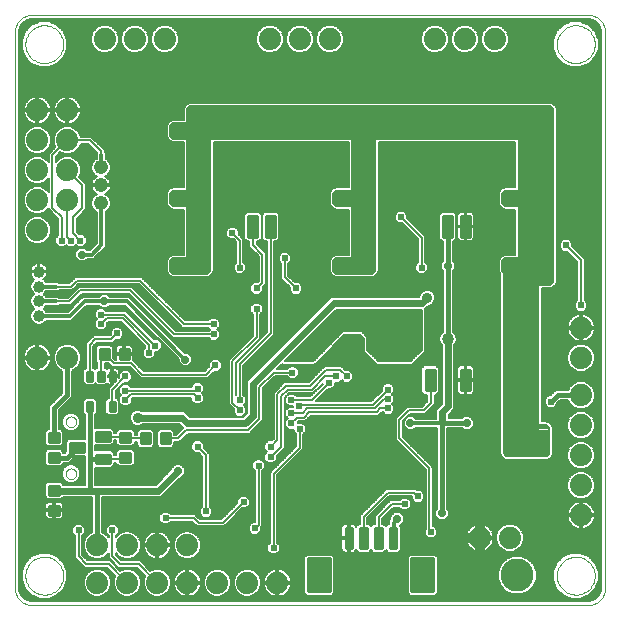
<source format=gbl>
G75*
%MOIN*%
%OFA0B0*%
%FSLAX24Y24*%
%IPPOS*%
%LPD*%
%AMOC8*
5,1,8,0,0,1.08239X$1,22.5*
%
%ADD10C,0.0000*%
%ADD11C,0.0740*%
%ADD12C,0.0397*%
%ADD13C,0.0098*%
%ADD14C,0.0101*%
%ADD15C,0.0124*%
%ADD16C,0.0101*%
%ADD17C,0.0476*%
%ADD18C,0.0060*%
%ADD19C,0.0277*%
%ADD20C,0.0240*%
%ADD21C,0.1102*%
%ADD22C,0.0320*%
%ADD23C,0.0356*%
%ADD24C,0.0500*%
%ADD25C,0.0317*%
%ADD26C,0.0120*%
%ADD27C,0.0400*%
%ADD28C,0.0070*%
%ADD29C,0.0160*%
%ADD30C,0.0400*%
%ADD31C,0.0240*%
D10*
X000588Y000721D02*
X000588Y019224D01*
X000587Y019224D02*
X000589Y019270D01*
X000594Y019316D01*
X000603Y019362D01*
X000616Y019407D01*
X000632Y019450D01*
X000651Y019492D01*
X000674Y019533D01*
X000700Y019571D01*
X000729Y019608D01*
X000760Y019642D01*
X000794Y019673D01*
X000831Y019702D01*
X000869Y019728D01*
X000910Y019751D01*
X000952Y019770D01*
X000995Y019786D01*
X001040Y019799D01*
X001086Y019808D01*
X001132Y019813D01*
X001178Y019815D01*
X019682Y019815D01*
X019728Y019813D01*
X019774Y019808D01*
X019820Y019799D01*
X019865Y019786D01*
X019908Y019770D01*
X019950Y019751D01*
X019991Y019728D01*
X020029Y019702D01*
X020066Y019673D01*
X020100Y019642D01*
X020131Y019608D01*
X020160Y019571D01*
X020186Y019533D01*
X020209Y019492D01*
X020228Y019450D01*
X020244Y019407D01*
X020257Y019362D01*
X020266Y019316D01*
X020271Y019270D01*
X020273Y019224D01*
X020273Y000721D01*
X020271Y000675D01*
X020266Y000629D01*
X020257Y000583D01*
X020244Y000538D01*
X020228Y000495D01*
X020209Y000453D01*
X020186Y000412D01*
X020160Y000374D01*
X020131Y000337D01*
X020100Y000303D01*
X020066Y000272D01*
X020029Y000243D01*
X019991Y000217D01*
X019950Y000194D01*
X019908Y000175D01*
X019865Y000159D01*
X019820Y000146D01*
X019774Y000137D01*
X019728Y000132D01*
X019682Y000130D01*
X001178Y000130D01*
X001132Y000132D01*
X001086Y000137D01*
X001040Y000146D01*
X000995Y000159D01*
X000952Y000175D01*
X000910Y000194D01*
X000869Y000217D01*
X000831Y000243D01*
X000794Y000272D01*
X000760Y000303D01*
X000729Y000337D01*
X000700Y000374D01*
X000674Y000412D01*
X000651Y000453D01*
X000632Y000495D01*
X000616Y000538D01*
X000603Y000583D01*
X000594Y000629D01*
X000589Y000675D01*
X000587Y000721D01*
X000942Y001114D02*
X000944Y001164D01*
X000950Y001214D01*
X000960Y001263D01*
X000974Y001311D01*
X000991Y001358D01*
X001012Y001403D01*
X001037Y001447D01*
X001065Y001488D01*
X001097Y001527D01*
X001131Y001564D01*
X001168Y001598D01*
X001208Y001628D01*
X001250Y001655D01*
X001294Y001679D01*
X001340Y001700D01*
X001387Y001716D01*
X001435Y001729D01*
X001485Y001738D01*
X001534Y001743D01*
X001585Y001744D01*
X001635Y001741D01*
X001684Y001734D01*
X001733Y001723D01*
X001781Y001708D01*
X001827Y001690D01*
X001872Y001668D01*
X001915Y001642D01*
X001956Y001613D01*
X001995Y001581D01*
X002031Y001546D01*
X002063Y001508D01*
X002093Y001468D01*
X002120Y001425D01*
X002143Y001381D01*
X002162Y001335D01*
X002178Y001287D01*
X002190Y001238D01*
X002198Y001189D01*
X002202Y001139D01*
X002202Y001089D01*
X002198Y001039D01*
X002190Y000990D01*
X002178Y000941D01*
X002162Y000893D01*
X002143Y000847D01*
X002120Y000803D01*
X002093Y000760D01*
X002063Y000720D01*
X002031Y000682D01*
X001995Y000647D01*
X001956Y000615D01*
X001915Y000586D01*
X001872Y000560D01*
X001827Y000538D01*
X001781Y000520D01*
X001733Y000505D01*
X001684Y000494D01*
X001635Y000487D01*
X001585Y000484D01*
X001534Y000485D01*
X001485Y000490D01*
X001435Y000499D01*
X001387Y000512D01*
X001340Y000528D01*
X001294Y000549D01*
X001250Y000573D01*
X001208Y000600D01*
X001168Y000630D01*
X001131Y000664D01*
X001097Y000701D01*
X001065Y000740D01*
X001037Y000781D01*
X001012Y000825D01*
X000991Y000870D01*
X000974Y000917D01*
X000960Y000965D01*
X000950Y001014D01*
X000944Y001064D01*
X000942Y001114D01*
X002286Y004514D02*
X002288Y004540D01*
X002294Y004566D01*
X002304Y004591D01*
X002317Y004614D01*
X002333Y004634D01*
X002353Y004652D01*
X002375Y004667D01*
X002398Y004679D01*
X002424Y004687D01*
X002450Y004691D01*
X002476Y004691D01*
X002502Y004687D01*
X002528Y004679D01*
X002552Y004667D01*
X002573Y004652D01*
X002593Y004634D01*
X002609Y004614D01*
X002622Y004591D01*
X002632Y004566D01*
X002638Y004540D01*
X002640Y004514D01*
X002638Y004488D01*
X002632Y004462D01*
X002622Y004437D01*
X002609Y004414D01*
X002593Y004394D01*
X002573Y004376D01*
X002551Y004361D01*
X002528Y004349D01*
X002502Y004341D01*
X002476Y004337D01*
X002450Y004337D01*
X002424Y004341D01*
X002398Y004349D01*
X002374Y004361D01*
X002353Y004376D01*
X002333Y004394D01*
X002317Y004414D01*
X002304Y004437D01*
X002294Y004462D01*
X002288Y004488D01*
X002286Y004514D01*
X002286Y006246D02*
X002288Y006272D01*
X002294Y006298D01*
X002304Y006323D01*
X002317Y006346D01*
X002333Y006366D01*
X002353Y006384D01*
X002375Y006399D01*
X002398Y006411D01*
X002424Y006419D01*
X002450Y006423D01*
X002476Y006423D01*
X002502Y006419D01*
X002528Y006411D01*
X002552Y006399D01*
X002573Y006384D01*
X002593Y006366D01*
X002609Y006346D01*
X002622Y006323D01*
X002632Y006298D01*
X002638Y006272D01*
X002640Y006246D01*
X002638Y006220D01*
X002632Y006194D01*
X002622Y006169D01*
X002609Y006146D01*
X002593Y006126D01*
X002573Y006108D01*
X002551Y006093D01*
X002528Y006081D01*
X002502Y006073D01*
X002476Y006069D01*
X002450Y006069D01*
X002424Y006073D01*
X002398Y006081D01*
X002374Y006093D01*
X002353Y006108D01*
X002333Y006126D01*
X002317Y006146D01*
X002304Y006169D01*
X002294Y006194D01*
X002288Y006220D01*
X002286Y006246D01*
X000942Y018831D02*
X000944Y018881D01*
X000950Y018931D01*
X000960Y018980D01*
X000974Y019028D01*
X000991Y019075D01*
X001012Y019120D01*
X001037Y019164D01*
X001065Y019205D01*
X001097Y019244D01*
X001131Y019281D01*
X001168Y019315D01*
X001208Y019345D01*
X001250Y019372D01*
X001294Y019396D01*
X001340Y019417D01*
X001387Y019433D01*
X001435Y019446D01*
X001485Y019455D01*
X001534Y019460D01*
X001585Y019461D01*
X001635Y019458D01*
X001684Y019451D01*
X001733Y019440D01*
X001781Y019425D01*
X001827Y019407D01*
X001872Y019385D01*
X001915Y019359D01*
X001956Y019330D01*
X001995Y019298D01*
X002031Y019263D01*
X002063Y019225D01*
X002093Y019185D01*
X002120Y019142D01*
X002143Y019098D01*
X002162Y019052D01*
X002178Y019004D01*
X002190Y018955D01*
X002198Y018906D01*
X002202Y018856D01*
X002202Y018806D01*
X002198Y018756D01*
X002190Y018707D01*
X002178Y018658D01*
X002162Y018610D01*
X002143Y018564D01*
X002120Y018520D01*
X002093Y018477D01*
X002063Y018437D01*
X002031Y018399D01*
X001995Y018364D01*
X001956Y018332D01*
X001915Y018303D01*
X001872Y018277D01*
X001827Y018255D01*
X001781Y018237D01*
X001733Y018222D01*
X001684Y018211D01*
X001635Y018204D01*
X001585Y018201D01*
X001534Y018202D01*
X001485Y018207D01*
X001435Y018216D01*
X001387Y018229D01*
X001340Y018245D01*
X001294Y018266D01*
X001250Y018290D01*
X001208Y018317D01*
X001168Y018347D01*
X001131Y018381D01*
X001097Y018418D01*
X001065Y018457D01*
X001037Y018498D01*
X001012Y018542D01*
X000991Y018587D01*
X000974Y018634D01*
X000960Y018682D01*
X000950Y018731D01*
X000944Y018781D01*
X000942Y018831D01*
X018659Y018831D02*
X018661Y018881D01*
X018667Y018931D01*
X018677Y018980D01*
X018691Y019028D01*
X018708Y019075D01*
X018729Y019120D01*
X018754Y019164D01*
X018782Y019205D01*
X018814Y019244D01*
X018848Y019281D01*
X018885Y019315D01*
X018925Y019345D01*
X018967Y019372D01*
X019011Y019396D01*
X019057Y019417D01*
X019104Y019433D01*
X019152Y019446D01*
X019202Y019455D01*
X019251Y019460D01*
X019302Y019461D01*
X019352Y019458D01*
X019401Y019451D01*
X019450Y019440D01*
X019498Y019425D01*
X019544Y019407D01*
X019589Y019385D01*
X019632Y019359D01*
X019673Y019330D01*
X019712Y019298D01*
X019748Y019263D01*
X019780Y019225D01*
X019810Y019185D01*
X019837Y019142D01*
X019860Y019098D01*
X019879Y019052D01*
X019895Y019004D01*
X019907Y018955D01*
X019915Y018906D01*
X019919Y018856D01*
X019919Y018806D01*
X019915Y018756D01*
X019907Y018707D01*
X019895Y018658D01*
X019879Y018610D01*
X019860Y018564D01*
X019837Y018520D01*
X019810Y018477D01*
X019780Y018437D01*
X019748Y018399D01*
X019712Y018364D01*
X019673Y018332D01*
X019632Y018303D01*
X019589Y018277D01*
X019544Y018255D01*
X019498Y018237D01*
X019450Y018222D01*
X019401Y018211D01*
X019352Y018204D01*
X019302Y018201D01*
X019251Y018202D01*
X019202Y018207D01*
X019152Y018216D01*
X019104Y018229D01*
X019057Y018245D01*
X019011Y018266D01*
X018967Y018290D01*
X018925Y018317D01*
X018885Y018347D01*
X018848Y018381D01*
X018814Y018418D01*
X018782Y018457D01*
X018754Y018498D01*
X018729Y018542D01*
X018708Y018587D01*
X018691Y018634D01*
X018677Y018682D01*
X018667Y018731D01*
X018661Y018781D01*
X018659Y018831D01*
X018659Y001114D02*
X018661Y001164D01*
X018667Y001214D01*
X018677Y001263D01*
X018691Y001311D01*
X018708Y001358D01*
X018729Y001403D01*
X018754Y001447D01*
X018782Y001488D01*
X018814Y001527D01*
X018848Y001564D01*
X018885Y001598D01*
X018925Y001628D01*
X018967Y001655D01*
X019011Y001679D01*
X019057Y001700D01*
X019104Y001716D01*
X019152Y001729D01*
X019202Y001738D01*
X019251Y001743D01*
X019302Y001744D01*
X019352Y001741D01*
X019401Y001734D01*
X019450Y001723D01*
X019498Y001708D01*
X019544Y001690D01*
X019589Y001668D01*
X019632Y001642D01*
X019673Y001613D01*
X019712Y001581D01*
X019748Y001546D01*
X019780Y001508D01*
X019810Y001468D01*
X019837Y001425D01*
X019860Y001381D01*
X019879Y001335D01*
X019895Y001287D01*
X019907Y001238D01*
X019915Y001189D01*
X019919Y001139D01*
X019919Y001089D01*
X019915Y001039D01*
X019907Y000990D01*
X019895Y000941D01*
X019879Y000893D01*
X019860Y000847D01*
X019837Y000803D01*
X019810Y000760D01*
X019780Y000720D01*
X019748Y000682D01*
X019712Y000647D01*
X019673Y000615D01*
X019632Y000586D01*
X019589Y000560D01*
X019544Y000538D01*
X019498Y000520D01*
X019450Y000505D01*
X019401Y000494D01*
X019352Y000487D01*
X019302Y000484D01*
X019251Y000485D01*
X019202Y000490D01*
X019152Y000499D01*
X019104Y000512D01*
X019057Y000528D01*
X019011Y000549D01*
X018967Y000573D01*
X018925Y000600D01*
X018885Y000630D01*
X018848Y000664D01*
X018814Y000701D01*
X018782Y000740D01*
X018754Y000781D01*
X018729Y000825D01*
X018708Y000870D01*
X018691Y000917D01*
X018677Y000965D01*
X018667Y001014D01*
X018661Y001064D01*
X018659Y001114D01*
D11*
X017088Y002380D03*
X016088Y002380D03*
X019463Y003130D03*
X019463Y004130D03*
X019463Y005130D03*
X019463Y006130D03*
X019463Y007130D03*
X019463Y008380D03*
X019463Y009380D03*
X016588Y019005D03*
X015588Y019005D03*
X014588Y019005D03*
X011088Y019005D03*
X010088Y019005D03*
X009088Y019005D03*
X005588Y019005D03*
X004588Y019005D03*
X003588Y019005D03*
X002338Y016630D03*
X002338Y015630D03*
X002338Y014630D03*
X002338Y013630D03*
X001338Y013630D03*
X001338Y012630D03*
X001338Y014630D03*
X001338Y015630D03*
X001338Y016630D03*
X001338Y008380D03*
X002338Y008380D03*
X003338Y002130D03*
X004338Y002130D03*
X005338Y002130D03*
X006338Y002130D03*
X006338Y000880D03*
X005338Y000880D03*
X004338Y000880D03*
X003338Y000880D03*
X007338Y000880D03*
X008338Y000880D03*
X009338Y000880D03*
D12*
X001390Y009767D03*
X001390Y010259D03*
X001390Y010751D03*
X001390Y011243D03*
D13*
X003418Y008672D02*
X003714Y008672D01*
X003714Y008338D01*
X003418Y008338D01*
X003418Y008672D01*
X003418Y008435D02*
X003714Y008435D01*
X003714Y008532D02*
X003418Y008532D01*
X003418Y008629D02*
X003714Y008629D01*
X004087Y008672D02*
X004383Y008672D01*
X004383Y008338D01*
X004087Y008338D01*
X004087Y008672D01*
X004087Y008435D02*
X004383Y008435D01*
X004383Y008532D02*
X004087Y008532D01*
X004087Y008629D02*
X004383Y008629D01*
X004108Y005863D02*
X004108Y005567D01*
X004108Y005863D02*
X004442Y005863D01*
X004442Y005567D01*
X004108Y005567D01*
X004108Y005664D02*
X004442Y005664D01*
X004442Y005761D02*
X004108Y005761D01*
X004108Y005858D02*
X004442Y005858D01*
X004793Y005860D02*
X005089Y005860D01*
X005089Y005526D01*
X004793Y005526D01*
X004793Y005860D01*
X004793Y005623D02*
X005089Y005623D01*
X005089Y005720D02*
X004793Y005720D01*
X004793Y005817D02*
X005089Y005817D01*
X005462Y005860D02*
X005758Y005860D01*
X005758Y005526D01*
X005462Y005526D01*
X005462Y005860D01*
X005462Y005623D02*
X005758Y005623D01*
X005758Y005720D02*
X005462Y005720D01*
X005462Y005817D02*
X005758Y005817D01*
X004108Y005193D02*
X004108Y004897D01*
X004108Y005193D02*
X004442Y005193D01*
X004442Y004897D01*
X004108Y004897D01*
X004108Y004994D02*
X004442Y004994D01*
X004442Y005091D02*
X004108Y005091D01*
X004108Y005188D02*
X004442Y005188D01*
X003295Y005154D02*
X003295Y004858D01*
X003295Y005154D02*
X003747Y005154D01*
X003747Y004858D01*
X003295Y004858D01*
X003295Y004955D02*
X003747Y004955D01*
X003747Y005052D02*
X003295Y005052D01*
X003295Y005149D02*
X003747Y005149D01*
X003295Y005606D02*
X003295Y005902D01*
X003747Y005902D01*
X003747Y005606D01*
X003295Y005606D01*
X003295Y005703D02*
X003747Y005703D01*
X003747Y005800D02*
X003295Y005800D01*
X003295Y005897D02*
X003747Y005897D01*
X002429Y005528D02*
X002429Y005232D01*
X002429Y005528D02*
X002881Y005528D01*
X002881Y005232D01*
X002429Y005232D01*
X002429Y005329D02*
X002881Y005329D01*
X002881Y005426D02*
X002429Y005426D01*
X002429Y005523D02*
X002881Y005523D01*
X002067Y005567D02*
X002067Y005863D01*
X002067Y005567D02*
X001733Y005567D01*
X001733Y005863D01*
X002067Y005863D01*
X002067Y005664D02*
X001733Y005664D01*
X001733Y005761D02*
X002067Y005761D01*
X002067Y005858D02*
X001733Y005858D01*
X002067Y005193D02*
X002067Y004897D01*
X001733Y004897D01*
X001733Y005193D01*
X002067Y005193D01*
X002067Y004994D02*
X001733Y004994D01*
X001733Y005091D02*
X002067Y005091D01*
X002067Y005188D02*
X001733Y005188D01*
X001733Y004113D02*
X002067Y004113D01*
X002067Y003817D01*
X001733Y003817D01*
X001733Y004113D01*
X001733Y003914D02*
X002067Y003914D01*
X002067Y004011D02*
X001733Y004011D01*
X001733Y004108D02*
X002067Y004108D01*
X002067Y003443D02*
X001733Y003443D01*
X002067Y003443D02*
X002067Y003147D01*
X001733Y003147D01*
X001733Y003443D01*
X001733Y003244D02*
X002067Y003244D01*
X002067Y003341D02*
X001733Y003341D01*
X001733Y003438D02*
X002067Y003438D01*
X008377Y012411D02*
X008377Y013099D01*
X008673Y013099D01*
X008673Y012411D01*
X008377Y012411D01*
X008377Y012508D02*
X008673Y012508D01*
X008673Y012605D02*
X008377Y012605D01*
X008377Y012702D02*
X008673Y012702D01*
X008673Y012799D02*
X008377Y012799D01*
X008377Y012896D02*
X008673Y012896D01*
X008673Y012993D02*
X008377Y012993D01*
X008377Y013090D02*
X008673Y013090D01*
X008968Y013099D02*
X008968Y012411D01*
X008968Y013099D02*
X009264Y013099D01*
X009264Y012411D01*
X008968Y012411D01*
X008968Y012508D02*
X009264Y012508D01*
X009264Y012605D02*
X008968Y012605D01*
X008968Y012702D02*
X009264Y012702D01*
X009264Y012799D02*
X008968Y012799D01*
X008968Y012896D02*
X009264Y012896D01*
X009264Y012993D02*
X008968Y012993D01*
X008968Y013090D02*
X009264Y013090D01*
X014283Y007981D02*
X014283Y007293D01*
X014283Y007981D02*
X014579Y007981D01*
X014579Y007293D01*
X014283Y007293D01*
X014283Y007390D02*
X014579Y007390D01*
X014579Y007487D02*
X014283Y007487D01*
X014283Y007584D02*
X014579Y007584D01*
X014579Y007681D02*
X014283Y007681D01*
X014283Y007778D02*
X014579Y007778D01*
X014579Y007875D02*
X014283Y007875D01*
X014283Y007972D02*
X014579Y007972D01*
X015464Y007981D02*
X015464Y007293D01*
X015464Y007981D02*
X015760Y007981D01*
X015760Y007293D01*
X015464Y007293D01*
X015464Y007390D02*
X015760Y007390D01*
X015760Y007487D02*
X015464Y007487D01*
X015464Y007584D02*
X015760Y007584D01*
X015760Y007681D02*
X015464Y007681D01*
X015464Y007778D02*
X015760Y007778D01*
X015760Y007875D02*
X015464Y007875D01*
X015464Y007972D02*
X015760Y007972D01*
X015464Y012411D02*
X015464Y013099D01*
X015760Y013099D01*
X015760Y012411D01*
X015464Y012411D01*
X015464Y012508D02*
X015760Y012508D01*
X015760Y012605D02*
X015464Y012605D01*
X015464Y012702D02*
X015760Y012702D01*
X015760Y012799D02*
X015464Y012799D01*
X015464Y012896D02*
X015760Y012896D01*
X015760Y012993D02*
X015464Y012993D01*
X015464Y013090D02*
X015760Y013090D01*
X014873Y013099D02*
X014873Y012411D01*
X014873Y013099D02*
X015169Y013099D01*
X015169Y012411D01*
X014873Y012411D01*
X014873Y012508D02*
X015169Y012508D01*
X015169Y012605D02*
X014873Y012605D01*
X014873Y012702D02*
X015169Y012702D01*
X015169Y012799D02*
X014873Y012799D01*
X014873Y012896D02*
X015169Y012896D01*
X015169Y012993D02*
X014873Y012993D01*
X014873Y013090D02*
X015169Y013090D01*
D14*
X013308Y002021D02*
X013094Y002021D01*
X013094Y002707D01*
X013308Y002707D01*
X013308Y002021D01*
X013308Y002121D02*
X013094Y002121D01*
X013094Y002221D02*
X013308Y002221D01*
X013308Y002321D02*
X013094Y002321D01*
X013094Y002421D02*
X013308Y002421D01*
X013308Y002521D02*
X013094Y002521D01*
X013094Y002621D02*
X013308Y002621D01*
X012816Y002021D02*
X012602Y002021D01*
X012602Y002707D01*
X012816Y002707D01*
X012816Y002021D01*
X012816Y002121D02*
X012602Y002121D01*
X012602Y002221D02*
X012816Y002221D01*
X012816Y002321D02*
X012602Y002321D01*
X012602Y002421D02*
X012816Y002421D01*
X012816Y002521D02*
X012602Y002521D01*
X012602Y002621D02*
X012816Y002621D01*
X012324Y002021D02*
X012110Y002021D01*
X012110Y002707D01*
X012324Y002707D01*
X012324Y002021D01*
X012324Y002121D02*
X012110Y002121D01*
X012110Y002221D02*
X012324Y002221D01*
X012324Y002321D02*
X012110Y002321D01*
X012110Y002421D02*
X012324Y002421D01*
X012324Y002521D02*
X012110Y002521D01*
X012110Y002621D02*
X012324Y002621D01*
X011832Y002021D02*
X011618Y002021D01*
X011618Y002707D01*
X011832Y002707D01*
X011832Y002021D01*
X011832Y002121D02*
X011618Y002121D01*
X011618Y002221D02*
X011832Y002221D01*
X011832Y002321D02*
X011618Y002321D01*
X011618Y002421D02*
X011832Y002421D01*
X011832Y002521D02*
X011618Y002521D01*
X011618Y002621D02*
X011832Y002621D01*
D15*
X011091Y000606D02*
X010389Y000606D01*
X010389Y001662D01*
X011091Y001662D01*
X011091Y000606D01*
X011091Y000729D02*
X010389Y000729D01*
X010389Y000852D02*
X011091Y000852D01*
X011091Y000975D02*
X010389Y000975D01*
X010389Y001098D02*
X011091Y001098D01*
X011091Y001221D02*
X010389Y001221D01*
X010389Y001344D02*
X011091Y001344D01*
X011091Y001467D02*
X010389Y001467D01*
X010389Y001590D02*
X011091Y001590D01*
X013834Y000606D02*
X014536Y000606D01*
X013834Y000606D02*
X013834Y001662D01*
X014536Y001662D01*
X014536Y000606D01*
X014536Y000729D02*
X013834Y000729D01*
X013834Y000852D02*
X014536Y000852D01*
X014536Y000975D02*
X013834Y000975D01*
X013834Y001098D02*
X014536Y001098D01*
X014536Y001221D02*
X013834Y001221D01*
X013834Y001344D02*
X014536Y001344D01*
X014536Y001467D02*
X013834Y001467D01*
X013834Y001590D02*
X014536Y001590D01*
D16*
X003923Y006598D02*
X003751Y006598D01*
X003751Y006888D01*
X003923Y006888D01*
X003923Y006598D01*
X003923Y006698D02*
X003751Y006698D01*
X003751Y006798D02*
X003923Y006798D01*
X003175Y006598D02*
X003003Y006598D01*
X003003Y006888D01*
X003175Y006888D01*
X003175Y006598D01*
X003175Y006698D02*
X003003Y006698D01*
X003003Y006798D02*
X003175Y006798D01*
X003175Y007618D02*
X003003Y007618D01*
X003003Y007908D01*
X003175Y007908D01*
X003175Y007618D01*
X003175Y007718D02*
X003003Y007718D01*
X003003Y007818D02*
X003175Y007818D01*
X003377Y007618D02*
X003549Y007618D01*
X003377Y007618D02*
X003377Y007908D01*
X003549Y007908D01*
X003549Y007618D01*
X003549Y007718D02*
X003377Y007718D01*
X003377Y007818D02*
X003549Y007818D01*
X003751Y007618D02*
X003923Y007618D01*
X003751Y007618D02*
X003751Y007908D01*
X003923Y007908D01*
X003923Y007618D01*
X003923Y007718D02*
X003751Y007718D01*
X003751Y007818D02*
X003923Y007818D01*
D17*
X003463Y013539D03*
X003463Y014130D03*
X003463Y014721D03*
D18*
X000727Y000631D02*
X000795Y000465D01*
X000923Y000338D01*
X001089Y000269D01*
X001178Y000260D01*
X019682Y000260D01*
X019772Y000269D01*
X019938Y000338D01*
X020065Y000465D01*
X020134Y000631D01*
X020143Y000721D01*
X020143Y019224D01*
X020134Y019314D01*
X020065Y019480D01*
X019938Y019607D01*
X019772Y019676D01*
X019682Y019685D01*
X001178Y019685D01*
X001089Y019676D01*
X000923Y019607D01*
X000795Y019480D01*
X000727Y019314D01*
X000718Y019224D01*
X000718Y000721D01*
X000727Y000631D01*
X000724Y000657D02*
X000955Y000657D01*
X000928Y000684D02*
X001142Y000470D01*
X001421Y000354D01*
X001723Y000354D01*
X002003Y000470D01*
X002216Y000684D01*
X002332Y000963D01*
X002332Y001265D01*
X002216Y001545D01*
X002003Y001758D01*
X001723Y001874D01*
X001421Y001874D01*
X001142Y001758D01*
X000928Y001545D01*
X000812Y001265D01*
X000812Y000963D01*
X000928Y000684D01*
X000915Y000715D02*
X000718Y000715D01*
X000718Y000774D02*
X000891Y000774D01*
X000866Y000832D02*
X000718Y000832D01*
X000718Y000891D02*
X000842Y000891D01*
X000818Y000949D02*
X000718Y000949D01*
X000718Y001008D02*
X000812Y001008D01*
X000812Y001066D02*
X000718Y001066D01*
X000718Y001125D02*
X000812Y001125D01*
X000812Y001183D02*
X000718Y001183D01*
X000718Y001242D02*
X000812Y001242D01*
X000826Y001300D02*
X000718Y001300D01*
X000718Y001359D02*
X000851Y001359D01*
X000875Y001417D02*
X000718Y001417D01*
X000718Y001476D02*
X000899Y001476D01*
X000923Y001534D02*
X000718Y001534D01*
X000718Y001593D02*
X000976Y001593D01*
X001034Y001651D02*
X000718Y001651D01*
X000718Y001710D02*
X001093Y001710D01*
X001165Y001768D02*
X000718Y001768D01*
X000718Y001827D02*
X001306Y001827D01*
X001838Y001827D02*
X002593Y001827D01*
X002593Y001885D02*
X000718Y001885D01*
X000718Y001944D02*
X002593Y001944D01*
X002593Y002002D02*
X000718Y002002D01*
X000718Y002061D02*
X002593Y002061D01*
X002593Y002119D02*
X000718Y002119D01*
X000718Y002178D02*
X002593Y002178D01*
X002593Y002236D02*
X000718Y002236D01*
X000718Y002295D02*
X002593Y002295D01*
X002593Y002353D02*
X000718Y002353D01*
X000718Y002412D02*
X002593Y002412D01*
X002593Y002453D02*
X002593Y001705D01*
X002663Y001635D01*
X002913Y001385D01*
X003663Y001385D01*
X003936Y001112D01*
X003878Y000971D01*
X003878Y000788D01*
X003948Y000619D01*
X004077Y000490D01*
X004246Y000420D01*
X004429Y000420D01*
X004598Y000490D01*
X004728Y000619D01*
X004798Y000788D01*
X004798Y000971D01*
X004728Y001141D01*
X004598Y001270D01*
X004429Y001340D01*
X004246Y001340D01*
X004106Y001282D01*
X003833Y001555D01*
X003763Y001625D01*
X003013Y001625D01*
X002833Y001805D01*
X002833Y002453D01*
X002923Y002543D01*
X002923Y002717D01*
X002800Y002840D01*
X002626Y002840D01*
X002503Y002717D01*
X002503Y002543D01*
X002593Y002453D01*
X002576Y002470D02*
X000718Y002470D01*
X000718Y002529D02*
X002517Y002529D01*
X002503Y002587D02*
X000718Y002587D01*
X000718Y002646D02*
X002503Y002646D01*
X002503Y002704D02*
X000718Y002704D01*
X000718Y002763D02*
X002548Y002763D01*
X002607Y002821D02*
X000718Y002821D01*
X000718Y002880D02*
X003168Y002880D01*
X003168Y002938D02*
X000718Y002938D01*
X000718Y002997D02*
X003168Y002997D01*
X003168Y003055D02*
X002172Y003055D01*
X002179Y003062D02*
X002197Y003094D01*
X002207Y003129D01*
X002207Y003265D01*
X001930Y003265D01*
X001930Y003009D01*
X002086Y003009D01*
X002121Y003018D01*
X002153Y003036D01*
X002179Y003062D01*
X002203Y003114D02*
X003168Y003114D01*
X003168Y003172D02*
X002207Y003172D01*
X002207Y003231D02*
X003168Y003231D01*
X003168Y003289D02*
X001930Y003289D01*
X001930Y003265D02*
X001930Y003325D01*
X001870Y003325D01*
X001870Y003265D01*
X001930Y003265D01*
X001930Y003231D02*
X001870Y003231D01*
X001870Y003265D02*
X001870Y003009D01*
X001715Y003009D01*
X001679Y003018D01*
X001648Y003036D01*
X001622Y003062D01*
X001603Y003094D01*
X001594Y003129D01*
X001594Y003265D01*
X001870Y003265D01*
X001870Y003289D02*
X000718Y003289D01*
X000718Y003231D02*
X001594Y003231D01*
X001594Y003172D02*
X000718Y003172D01*
X000718Y003114D02*
X001598Y003114D01*
X001629Y003055D02*
X000718Y003055D01*
X000718Y003348D02*
X001594Y003348D01*
X001594Y003325D02*
X001870Y003325D01*
X001870Y003582D01*
X001715Y003582D01*
X001679Y003573D01*
X001648Y003554D01*
X001622Y003528D01*
X001603Y003497D01*
X001594Y003461D01*
X001594Y003325D01*
X001594Y003406D02*
X000718Y003406D01*
X000718Y003465D02*
X001595Y003465D01*
X001618Y003523D02*
X000718Y003523D01*
X000718Y003582D02*
X001712Y003582D01*
X001675Y003678D02*
X001594Y003759D01*
X001594Y004170D01*
X001675Y004251D01*
X002125Y004251D01*
X002207Y004170D01*
X002207Y004152D01*
X002919Y004152D01*
X002919Y005093D01*
X002608Y005093D01*
X002391Y004875D01*
X002207Y004875D01*
X002207Y004840D01*
X002125Y004759D01*
X001675Y004759D01*
X001594Y004840D01*
X001594Y005251D01*
X001675Y005332D01*
X002125Y005332D01*
X002207Y005251D01*
X002207Y005215D01*
X002250Y005215D01*
X002289Y005255D01*
X002289Y005585D01*
X002371Y005667D01*
X002919Y005667D01*
X002919Y006485D01*
X002863Y006540D01*
X002863Y006946D01*
X002945Y007028D01*
X003232Y007028D01*
X003315Y006946D01*
X003315Y006540D01*
X003259Y006485D01*
X003259Y006041D01*
X003805Y006041D01*
X003886Y005959D01*
X003886Y005874D01*
X003969Y005874D01*
X003969Y005920D01*
X004050Y006001D01*
X004500Y006001D01*
X004582Y005920D01*
X004582Y005812D01*
X004654Y005812D01*
X004654Y005917D01*
X004735Y005999D01*
X005146Y005999D01*
X005228Y005917D01*
X005228Y005468D01*
X005146Y005386D01*
X004735Y005386D01*
X004654Y005468D01*
X004654Y005573D01*
X004582Y005573D01*
X004582Y005509D01*
X004500Y005428D01*
X004050Y005428D01*
X003969Y005509D01*
X003969Y005634D01*
X003886Y005634D01*
X003886Y005549D01*
X003805Y005467D01*
X003259Y005467D01*
X003259Y005293D01*
X003805Y005293D01*
X003886Y005211D01*
X003886Y005126D01*
X003969Y005126D01*
X003969Y005251D01*
X004050Y005332D01*
X004500Y005332D01*
X004582Y005251D01*
X004582Y004840D01*
X004500Y004759D01*
X004050Y004759D01*
X003969Y004840D01*
X003969Y004886D01*
X003886Y004886D01*
X003886Y004801D01*
X003805Y004719D01*
X003259Y004719D01*
X003259Y004152D01*
X003337Y004152D01*
X003424Y004153D01*
X003424Y004152D01*
X005282Y004152D01*
X005797Y004667D01*
X005797Y004693D01*
X003259Y004693D01*
X003259Y004635D02*
X005764Y004635D01*
X005797Y004693D02*
X005931Y004827D01*
X006120Y004827D01*
X006254Y004693D01*
X006843Y004693D01*
X006843Y004635D02*
X006254Y004635D01*
X006254Y004693D02*
X006254Y004504D01*
X006120Y004370D01*
X006094Y004370D01*
X005456Y003733D01*
X003508Y003733D01*
X003508Y002557D01*
X003598Y002520D01*
X003718Y002401D01*
X003718Y002453D01*
X003628Y002543D01*
X003628Y002717D01*
X003751Y002840D01*
X003925Y002840D01*
X004048Y002717D01*
X004048Y002543D01*
X003958Y002453D01*
X003958Y002401D01*
X004077Y002520D01*
X004246Y002590D01*
X004429Y002590D01*
X004598Y002520D01*
X004728Y002391D01*
X004798Y002221D01*
X004798Y002038D01*
X004728Y001869D01*
X004598Y001740D01*
X004429Y001670D01*
X004246Y001670D01*
X004077Y001740D01*
X003958Y001859D01*
X003958Y001805D01*
X004138Y001625D01*
X004763Y001625D01*
X004833Y001555D01*
X005106Y001282D01*
X005246Y001340D01*
X005429Y001340D01*
X005598Y001270D01*
X005728Y001141D01*
X005798Y000971D01*
X005798Y000788D01*
X005728Y000619D01*
X005598Y000490D01*
X005429Y000420D01*
X005246Y000420D01*
X005077Y000490D01*
X004948Y000619D01*
X004878Y000788D01*
X004878Y000971D01*
X004936Y001112D01*
X004663Y001385D01*
X004038Y001385D01*
X003788Y001635D01*
X003718Y001705D01*
X003718Y001859D01*
X003598Y001740D01*
X003429Y001670D01*
X003246Y001670D01*
X003077Y001740D01*
X002948Y001869D01*
X002878Y002038D01*
X002878Y002221D01*
X002948Y002391D01*
X003077Y002520D01*
X003168Y002557D01*
X003168Y003732D01*
X003089Y003732D01*
X003003Y003731D01*
X003002Y003732D01*
X002179Y003732D01*
X002125Y003678D01*
X001675Y003678D01*
X001655Y003699D02*
X000718Y003699D01*
X000718Y003757D02*
X001596Y003757D01*
X001594Y003816D02*
X000718Y003816D01*
X000718Y003874D02*
X001594Y003874D01*
X001594Y003933D02*
X000718Y003933D01*
X000718Y003991D02*
X001594Y003991D01*
X001594Y004050D02*
X000718Y004050D01*
X000718Y004108D02*
X001594Y004108D01*
X001594Y004167D02*
X000718Y004167D01*
X000718Y004225D02*
X001649Y004225D01*
X001900Y003965D02*
X001986Y003942D01*
X002146Y003699D02*
X003168Y003699D01*
X003168Y003640D02*
X000718Y003640D01*
X000718Y004284D02*
X002259Y004284D01*
X002289Y004253D02*
X002402Y004207D01*
X002524Y004207D01*
X002637Y004253D01*
X002723Y004340D01*
X002770Y004453D01*
X002770Y004575D01*
X002723Y004688D01*
X002637Y004774D01*
X002524Y004821D01*
X002402Y004821D01*
X002289Y004774D01*
X002202Y004688D01*
X002156Y004575D01*
X002156Y004453D01*
X002202Y004340D01*
X002289Y004253D01*
X002357Y004225D02*
X002152Y004225D01*
X002207Y004167D02*
X002919Y004167D01*
X002919Y004225D02*
X002568Y004225D01*
X002667Y004284D02*
X002919Y004284D01*
X002919Y004342D02*
X002724Y004342D01*
X002748Y004401D02*
X002919Y004401D01*
X002919Y004459D02*
X002770Y004459D01*
X002770Y004518D02*
X002919Y004518D01*
X002919Y004576D02*
X002770Y004576D01*
X002745Y004635D02*
X002919Y004635D01*
X002919Y004693D02*
X002718Y004693D01*
X002660Y004752D02*
X002919Y004752D01*
X002919Y004810D02*
X002550Y004810D01*
X002442Y004927D02*
X002919Y004927D01*
X002919Y004869D02*
X002207Y004869D01*
X002177Y004810D02*
X002375Y004810D01*
X002266Y004752D02*
X000718Y004752D01*
X000718Y004810D02*
X001624Y004810D01*
X001594Y004869D02*
X000718Y004869D01*
X000718Y004927D02*
X001594Y004927D01*
X001594Y004986D02*
X000718Y004986D01*
X000718Y005044D02*
X001594Y005044D01*
X001594Y005103D02*
X000718Y005103D01*
X000718Y005161D02*
X001594Y005161D01*
X001594Y005220D02*
X000718Y005220D01*
X000718Y005278D02*
X001621Y005278D01*
X001675Y005428D02*
X001594Y005509D01*
X001594Y005920D01*
X001675Y006001D01*
X001730Y006001D01*
X001730Y006763D01*
X002168Y007200D01*
X002168Y007953D01*
X002077Y007990D01*
X001948Y008119D01*
X001878Y008288D01*
X001878Y008471D01*
X001948Y008641D01*
X002077Y008770D01*
X002246Y008840D01*
X002429Y008840D01*
X002598Y008770D01*
X002728Y008641D01*
X002798Y008471D01*
X002798Y008288D01*
X002728Y008119D01*
X002598Y007990D01*
X002508Y007953D01*
X002508Y007060D01*
X002408Y006960D01*
X002070Y006622D01*
X002070Y006001D01*
X002125Y006001D01*
X002207Y005920D01*
X002207Y005509D01*
X002125Y005428D01*
X001675Y005428D01*
X001650Y005454D02*
X000718Y005454D01*
X000718Y005512D02*
X001594Y005512D01*
X001594Y005571D02*
X000718Y005571D01*
X000718Y005629D02*
X001594Y005629D01*
X001594Y005688D02*
X000718Y005688D01*
X000718Y005746D02*
X001594Y005746D01*
X001594Y005805D02*
X000718Y005805D01*
X000718Y005863D02*
X001594Y005863D01*
X001595Y005922D02*
X000718Y005922D01*
X000718Y005980D02*
X001654Y005980D01*
X001730Y006039D02*
X000718Y006039D01*
X000718Y006097D02*
X001730Y006097D01*
X001730Y006156D02*
X000718Y006156D01*
X000718Y006214D02*
X001730Y006214D01*
X001730Y006273D02*
X000718Y006273D01*
X000718Y006331D02*
X001730Y006331D01*
X001730Y006390D02*
X000718Y006390D01*
X000718Y006448D02*
X001730Y006448D01*
X001730Y006507D02*
X000718Y006507D01*
X000718Y006565D02*
X001730Y006565D01*
X001730Y006624D02*
X000718Y006624D01*
X000718Y006682D02*
X001730Y006682D01*
X001730Y006741D02*
X000718Y006741D01*
X000718Y006799D02*
X001766Y006799D01*
X001825Y006858D02*
X000718Y006858D01*
X000718Y006916D02*
X001883Y006916D01*
X001942Y006975D02*
X000718Y006975D01*
X000718Y007033D02*
X002000Y007033D01*
X002059Y007092D02*
X000718Y007092D01*
X000718Y007150D02*
X002117Y007150D01*
X002168Y007209D02*
X000718Y007209D01*
X000718Y007267D02*
X002168Y007267D01*
X002168Y007326D02*
X000718Y007326D01*
X000718Y007384D02*
X002168Y007384D01*
X002168Y007443D02*
X000718Y007443D01*
X000718Y007501D02*
X002168Y007501D01*
X002168Y007560D02*
X000718Y007560D01*
X000718Y007618D02*
X002168Y007618D01*
X002168Y007677D02*
X000718Y007677D01*
X000718Y007735D02*
X002168Y007735D01*
X002168Y007794D02*
X000718Y007794D01*
X000718Y007852D02*
X002168Y007852D01*
X002168Y007911D02*
X000718Y007911D01*
X000718Y007969D02*
X001131Y007969D01*
X001161Y007954D02*
X001230Y007931D01*
X001302Y007920D01*
X001308Y007920D01*
X001308Y008350D01*
X001368Y008350D01*
X001368Y008410D01*
X001798Y008410D01*
X001798Y008416D01*
X001787Y008488D01*
X001764Y008557D01*
X001731Y008621D01*
X001689Y008680D01*
X001638Y008731D01*
X001579Y008773D01*
X001514Y008806D01*
X001446Y008829D01*
X001374Y008840D01*
X001368Y008840D01*
X001368Y008410D01*
X001308Y008410D01*
X001308Y008840D01*
X001302Y008840D01*
X001230Y008829D01*
X001161Y008806D01*
X001097Y008773D01*
X001038Y008731D01*
X000987Y008680D01*
X000944Y008621D01*
X000912Y008557D01*
X000889Y008488D01*
X000878Y008416D01*
X000878Y008410D01*
X001308Y008410D01*
X001308Y008350D01*
X000878Y008350D01*
X000878Y008344D01*
X000889Y008272D01*
X000912Y008203D01*
X000718Y008203D01*
X000718Y008145D02*
X000942Y008145D01*
X000944Y008139D02*
X000987Y008080D01*
X001038Y008029D01*
X001097Y007987D01*
X001161Y007954D01*
X001040Y008028D02*
X000718Y008028D01*
X000718Y008086D02*
X000983Y008086D01*
X000944Y008139D02*
X000912Y008203D01*
X000893Y008262D02*
X000718Y008262D01*
X000718Y008320D02*
X000882Y008320D01*
X000881Y008437D02*
X000718Y008437D01*
X000718Y008379D02*
X001308Y008379D01*
X001308Y008437D02*
X001368Y008437D01*
X001368Y008379D02*
X001878Y008379D01*
X001878Y008437D02*
X001795Y008437D01*
X001784Y008496D02*
X001888Y008496D01*
X001912Y008554D02*
X001765Y008554D01*
X001736Y008613D02*
X001936Y008613D01*
X001978Y008671D02*
X001695Y008671D01*
X001639Y008730D02*
X002037Y008730D01*
X002121Y008788D02*
X001550Y008788D01*
X001368Y008788D02*
X001308Y008788D01*
X001308Y008730D02*
X001368Y008730D01*
X001368Y008671D02*
X001308Y008671D01*
X001308Y008613D02*
X001368Y008613D01*
X001368Y008554D02*
X001308Y008554D01*
X001308Y008496D02*
X001368Y008496D01*
X001368Y008350D02*
X001798Y008350D01*
X001798Y008344D01*
X001787Y008272D01*
X001764Y008203D01*
X001913Y008203D01*
X001889Y008262D02*
X001783Y008262D01*
X001794Y008320D02*
X001878Y008320D01*
X001764Y008203D02*
X001731Y008139D01*
X001689Y008080D01*
X001638Y008029D01*
X001579Y007987D01*
X001514Y007954D01*
X001446Y007931D01*
X001374Y007920D01*
X001368Y007920D01*
X001368Y008350D01*
X001368Y008320D02*
X001308Y008320D01*
X001308Y008262D02*
X001368Y008262D01*
X001368Y008203D02*
X001308Y008203D01*
X001308Y008145D02*
X001368Y008145D01*
X001368Y008086D02*
X001308Y008086D01*
X001308Y008028D02*
X001368Y008028D01*
X001368Y007969D02*
X001308Y007969D01*
X001545Y007969D02*
X002128Y007969D01*
X002040Y008028D02*
X001635Y008028D01*
X001693Y008086D02*
X001981Y008086D01*
X001937Y008145D02*
X001734Y008145D01*
X001037Y008730D02*
X000718Y008730D01*
X000718Y008788D02*
X001125Y008788D01*
X000981Y008671D02*
X000718Y008671D01*
X000718Y008613D02*
X000940Y008613D01*
X000911Y008554D02*
X000718Y008554D01*
X000718Y008496D02*
X000892Y008496D01*
X000718Y008847D02*
X002969Y008847D01*
X002969Y008868D02*
X002969Y008048D01*
X002945Y008048D01*
X002863Y007966D01*
X002863Y007560D01*
X002945Y007478D01*
X003232Y007478D01*
X003276Y007521D01*
X003319Y007478D01*
X003607Y007478D01*
X003650Y007521D01*
X003665Y007506D01*
X003697Y007488D01*
X003733Y007478D01*
X003807Y007478D01*
X003807Y007733D01*
X003867Y007733D01*
X003867Y007793D01*
X004063Y007793D01*
X004063Y007926D01*
X004053Y007962D01*
X004035Y007994D01*
X004009Y008020D01*
X003977Y008038D01*
X003941Y008048D01*
X003867Y008048D01*
X003867Y007793D01*
X003807Y007793D01*
X003807Y008048D01*
X003733Y008048D01*
X003697Y008038D01*
X003665Y008020D01*
X003650Y008004D01*
X003607Y008048D01*
X003583Y008048D01*
X003583Y008198D01*
X003703Y008198D01*
X003828Y008073D01*
X004413Y008073D01*
X004788Y007698D01*
X007013Y007698D01*
X007083Y007768D01*
X007235Y007920D01*
X007362Y007920D01*
X007485Y008043D01*
X007485Y008217D01*
X007362Y008340D01*
X007188Y008340D01*
X007065Y008217D01*
X007065Y008090D01*
X006913Y007937D01*
X004888Y007937D01*
X004583Y008242D01*
X004518Y008307D01*
X004522Y008319D01*
X004522Y008475D01*
X004265Y008475D01*
X004265Y008535D01*
X004522Y008535D01*
X004522Y008691D01*
X004512Y008726D01*
X004494Y008758D01*
X004468Y008784D01*
X004436Y008802D01*
X004401Y008812D01*
X004265Y008812D01*
X004265Y008535D01*
X004205Y008535D01*
X004205Y008812D01*
X004069Y008812D01*
X004034Y008802D01*
X004002Y008784D01*
X003976Y008758D01*
X003958Y008726D01*
X003948Y008691D01*
X003948Y008535D01*
X004205Y008535D01*
X004205Y008475D01*
X003948Y008475D01*
X003948Y008319D01*
X003950Y008312D01*
X003928Y008312D01*
X003853Y008388D01*
X003853Y008730D01*
X003771Y008812D01*
X003360Y008812D01*
X003279Y008730D01*
X003279Y008280D01*
X003343Y008216D01*
X003343Y008048D01*
X003319Y008048D01*
X003276Y008004D01*
X003232Y008048D01*
X003209Y008048D01*
X003209Y008769D01*
X003325Y008885D01*
X003856Y008885D01*
X003954Y008983D01*
X004081Y008983D01*
X004204Y009106D01*
X004204Y009279D01*
X004081Y009402D01*
X003907Y009402D01*
X003784Y009279D01*
X003784Y009152D01*
X003757Y009125D01*
X003226Y009125D01*
X003155Y009055D01*
X002969Y008868D01*
X003006Y008905D02*
X000718Y008905D01*
X000718Y008964D02*
X003064Y008964D01*
X003123Y009022D02*
X000718Y009022D01*
X000718Y009081D02*
X003181Y009081D01*
X003275Y009005D02*
X003089Y008818D01*
X003089Y007763D01*
X002866Y007969D02*
X002548Y007969D01*
X002508Y007911D02*
X002863Y007911D01*
X002863Y007852D02*
X002508Y007852D01*
X002508Y007794D02*
X002863Y007794D01*
X002863Y007735D02*
X002508Y007735D01*
X002508Y007677D02*
X002863Y007677D01*
X002863Y007618D02*
X002508Y007618D01*
X002508Y007560D02*
X002864Y007560D01*
X002922Y007501D02*
X002508Y007501D01*
X002508Y007443D02*
X003793Y007443D01*
X003807Y007501D02*
X003852Y007501D01*
X003867Y007516D02*
X003717Y007366D01*
X003717Y007028D01*
X003693Y007028D01*
X003611Y006946D01*
X003611Y006540D01*
X003693Y006458D01*
X003981Y006458D01*
X004063Y006540D01*
X004063Y006946D01*
X003981Y007028D01*
X003957Y007028D01*
X003957Y007267D01*
X004065Y007267D01*
X004065Y007209D02*
X003957Y007209D01*
X003957Y007267D02*
X004235Y007545D01*
X004362Y007545D01*
X004485Y007668D01*
X004485Y007842D01*
X004362Y007965D01*
X004188Y007965D01*
X004065Y007842D01*
X004065Y007715D01*
X004063Y007712D01*
X004063Y007733D01*
X003867Y007733D01*
X003867Y007516D01*
X003867Y007560D02*
X003807Y007560D01*
X003807Y007618D02*
X003867Y007618D01*
X003867Y007677D02*
X003807Y007677D01*
X003807Y007733D02*
X003689Y007733D01*
X003689Y007793D01*
X003807Y007793D01*
X003807Y007733D01*
X003807Y007735D02*
X003689Y007735D01*
X003807Y007794D02*
X003867Y007794D01*
X003867Y007852D02*
X003807Y007852D01*
X003807Y007911D02*
X003867Y007911D01*
X003867Y007969D02*
X003807Y007969D01*
X003807Y008028D02*
X003867Y008028D01*
X003815Y008086D02*
X003583Y008086D01*
X003583Y008145D02*
X003756Y008145D01*
X003878Y008193D02*
X003566Y008505D01*
X003463Y008402D01*
X003463Y007763D01*
X003630Y007501D02*
X003674Y007501D01*
X003735Y007384D02*
X002508Y007384D01*
X002508Y007326D02*
X003717Y007326D01*
X003717Y007267D02*
X002508Y007267D01*
X002508Y007209D02*
X003717Y007209D01*
X003717Y007150D02*
X002508Y007150D01*
X002508Y007092D02*
X003717Y007092D01*
X003717Y007033D02*
X002481Y007033D01*
X002423Y006975D02*
X002892Y006975D01*
X002863Y006916D02*
X002364Y006916D01*
X002306Y006858D02*
X002863Y006858D01*
X002863Y006799D02*
X002247Y006799D01*
X002189Y006741D02*
X002863Y006741D01*
X002863Y006682D02*
X002130Y006682D01*
X002072Y006624D02*
X002863Y006624D01*
X002863Y006565D02*
X002070Y006565D01*
X002070Y006507D02*
X002289Y006507D01*
X002202Y006420D01*
X002156Y006307D01*
X002156Y006185D01*
X002202Y006072D01*
X002289Y005986D01*
X002402Y005939D01*
X002524Y005939D01*
X002637Y005986D01*
X002723Y006072D01*
X002770Y006185D01*
X002770Y006307D01*
X002723Y006420D01*
X002637Y006507D01*
X002524Y006553D01*
X002402Y006553D01*
X002289Y006507D01*
X002230Y006448D02*
X002070Y006448D01*
X002070Y006390D02*
X002190Y006390D01*
X002166Y006331D02*
X002070Y006331D01*
X002070Y006273D02*
X002156Y006273D01*
X002156Y006214D02*
X002070Y006214D01*
X002070Y006156D02*
X002168Y006156D01*
X002192Y006097D02*
X002070Y006097D01*
X002070Y006039D02*
X002236Y006039D01*
X002303Y005980D02*
X002147Y005980D01*
X002205Y005922D02*
X002919Y005922D01*
X002919Y005980D02*
X002623Y005980D01*
X002690Y006039D02*
X002919Y006039D01*
X002919Y006097D02*
X002734Y006097D01*
X002758Y006156D02*
X002919Y006156D01*
X002919Y006214D02*
X002770Y006214D01*
X002770Y006273D02*
X002919Y006273D01*
X002919Y006331D02*
X002760Y006331D01*
X002736Y006390D02*
X002919Y006390D01*
X002919Y006448D02*
X002695Y006448D01*
X002637Y006507D02*
X002897Y006507D01*
X003259Y006448D02*
X004420Y006448D01*
X004413Y006433D02*
X004413Y006327D01*
X004454Y006228D01*
X004530Y006153D01*
X004628Y006112D01*
X004735Y006112D01*
X004833Y006153D01*
X004851Y006170D01*
X006063Y006170D01*
X006198Y006035D01*
X005976Y005812D01*
X005897Y005812D01*
X005897Y005917D01*
X005815Y005999D01*
X005405Y005999D01*
X005323Y005917D01*
X005323Y005468D01*
X005405Y005386D01*
X005815Y005386D01*
X005897Y005468D01*
X005897Y005573D01*
X006075Y005573D01*
X006145Y005643D01*
X006356Y005854D01*
X008419Y005854D01*
X008489Y005924D01*
X008864Y006299D01*
X008864Y007362D01*
X009263Y007760D01*
X009661Y007760D01*
X009751Y007670D01*
X009925Y007670D01*
X010048Y007793D01*
X010048Y007967D01*
X009925Y008090D01*
X009751Y008090D01*
X009661Y008000D01*
X009317Y008000D01*
X009495Y008178D01*
X009538Y008135D01*
X010575Y008135D01*
X010645Y008205D01*
X011575Y009135D01*
X012101Y009135D01*
X012218Y009018D01*
X012218Y008580D01*
X012288Y008510D01*
X012663Y008135D01*
X013825Y008135D01*
X013895Y008205D01*
X014270Y008580D01*
X014270Y010016D01*
X014367Y010112D01*
X014391Y010112D01*
X014490Y010153D01*
X014565Y010228D01*
X014606Y010327D01*
X014606Y010433D01*
X014565Y010532D01*
X014490Y010607D01*
X014391Y010648D01*
X014285Y010648D01*
X014186Y010607D01*
X014111Y010532D01*
X014070Y010433D01*
X014070Y010409D01*
X014063Y010402D01*
X011126Y010402D01*
X008438Y007715D01*
X008315Y007592D01*
X008315Y006529D01*
X008188Y006402D01*
X006425Y006402D01*
X006360Y006467D01*
X006237Y006590D01*
X004851Y006590D01*
X004833Y006607D01*
X004735Y006648D01*
X004628Y006648D01*
X004530Y006607D01*
X004454Y006532D01*
X004413Y006433D01*
X004413Y006390D02*
X003259Y006390D01*
X003259Y006331D02*
X004413Y006331D01*
X004436Y006273D02*
X003259Y006273D01*
X003259Y006214D02*
X004468Y006214D01*
X004527Y006156D02*
X003259Y006156D01*
X003259Y006097D02*
X006136Y006097D01*
X006078Y006156D02*
X004836Y006156D01*
X004716Y005980D02*
X004522Y005980D01*
X004580Y005922D02*
X004658Y005922D01*
X004654Y005863D02*
X004582Y005863D01*
X004297Y005693D02*
X004275Y005715D01*
X004236Y005754D01*
X003521Y005754D01*
X003850Y005512D02*
X003969Y005512D01*
X003969Y005571D02*
X003886Y005571D01*
X003886Y005629D02*
X003969Y005629D01*
X004025Y005454D02*
X003259Y005454D01*
X003259Y005395D02*
X004726Y005395D01*
X004668Y005454D02*
X004526Y005454D01*
X004582Y005512D02*
X004654Y005512D01*
X004654Y005571D02*
X004582Y005571D01*
X004555Y005278D02*
X006518Y005278D01*
X006472Y005324D02*
X006595Y005201D01*
X006722Y005201D01*
X006843Y005080D01*
X006843Y003432D01*
X006753Y003342D01*
X006753Y003168D01*
X006876Y003045D01*
X007050Y003045D01*
X007173Y003168D01*
X007173Y003342D01*
X007083Y003432D01*
X007083Y005180D01*
X006892Y005371D01*
X006892Y005498D01*
X006769Y005621D01*
X006595Y005621D01*
X006472Y005498D01*
X006472Y005324D01*
X006472Y005337D02*
X003259Y005337D01*
X003090Y005006D02*
X003089Y005005D01*
X002919Y004986D02*
X002501Y004986D01*
X002559Y005044D02*
X002919Y005044D01*
X003259Y004576D02*
X005706Y004576D01*
X005647Y004518D02*
X003259Y004518D01*
X003259Y004459D02*
X005589Y004459D01*
X005530Y004401D02*
X003259Y004401D01*
X003259Y004342D02*
X005472Y004342D01*
X005413Y004284D02*
X003259Y004284D01*
X003259Y004225D02*
X005355Y004225D01*
X005296Y004167D02*
X003259Y004167D01*
X003508Y003699D02*
X006843Y003699D01*
X006843Y003757D02*
X005481Y003757D01*
X005539Y003816D02*
X006843Y003816D01*
X006843Y003874D02*
X005598Y003874D01*
X005656Y003933D02*
X006843Y003933D01*
X006843Y003991D02*
X005715Y003991D01*
X005773Y004050D02*
X006843Y004050D01*
X006843Y004108D02*
X005832Y004108D01*
X005890Y004167D02*
X006843Y004167D01*
X006843Y004225D02*
X005949Y004225D01*
X006007Y004284D02*
X006843Y004284D01*
X006843Y004342D02*
X006066Y004342D01*
X006151Y004401D02*
X006843Y004401D01*
X006843Y004459D02*
X006209Y004459D01*
X006254Y004518D02*
X006843Y004518D01*
X006843Y004576D02*
X006254Y004576D01*
X006196Y004752D02*
X006843Y004752D01*
X006843Y004810D02*
X006138Y004810D01*
X005913Y004810D02*
X004552Y004810D01*
X004582Y004869D02*
X006843Y004869D01*
X006843Y004927D02*
X004582Y004927D01*
X004582Y004986D02*
X006843Y004986D01*
X006843Y005044D02*
X004582Y005044D01*
X004582Y005103D02*
X006821Y005103D01*
X006762Y005161D02*
X004582Y005161D01*
X004582Y005220D02*
X006576Y005220D01*
X006472Y005395D02*
X005824Y005395D01*
X005883Y005454D02*
X006472Y005454D01*
X006485Y005512D02*
X005897Y005512D01*
X005897Y005571D02*
X006544Y005571D01*
X006682Y005411D02*
X006963Y005130D01*
X006963Y003255D01*
X007109Y003406D02*
X007882Y003406D01*
X007940Y003465D02*
X007083Y003465D01*
X007083Y003523D02*
X007999Y003523D01*
X008003Y003527D02*
X007476Y003000D01*
X006763Y003000D01*
X006677Y003086D01*
X006606Y003156D01*
X005796Y003156D01*
X005706Y003246D01*
X005532Y003246D01*
X005409Y003123D01*
X005409Y002949D01*
X005532Y002826D01*
X005706Y002826D01*
X005796Y002916D01*
X006507Y002916D01*
X006663Y002760D01*
X007575Y002760D01*
X007645Y002830D01*
X008173Y003358D01*
X008300Y003358D01*
X008423Y003481D01*
X008423Y003654D01*
X008300Y003777D01*
X008126Y003777D01*
X008003Y003654D01*
X008003Y003527D01*
X008003Y003582D02*
X007083Y003582D01*
X007083Y003640D02*
X008003Y003640D01*
X008047Y003699D02*
X007083Y003699D01*
X007083Y003757D02*
X008105Y003757D01*
X008320Y003757D02*
X008593Y003757D01*
X008593Y003699D02*
X008379Y003699D01*
X008423Y003640D02*
X008593Y003640D01*
X008593Y003582D02*
X008423Y003582D01*
X008423Y003523D02*
X008593Y003523D01*
X008593Y003465D02*
X008407Y003465D01*
X008348Y003406D02*
X008593Y003406D01*
X008593Y003348D02*
X008163Y003348D01*
X008104Y003289D02*
X008593Y003289D01*
X008593Y003231D02*
X008046Y003231D01*
X007987Y003172D02*
X008593Y003172D01*
X008593Y003114D02*
X007929Y003114D01*
X007870Y003055D02*
X008593Y003055D01*
X008593Y002997D02*
X007812Y002997D01*
X007753Y002938D02*
X008593Y002938D01*
X008593Y002902D02*
X008503Y002902D01*
X008380Y002779D01*
X008380Y002606D01*
X008503Y002483D01*
X008677Y002483D01*
X008800Y002606D01*
X008800Y002733D01*
X008833Y002765D01*
X008833Y004609D01*
X008923Y004699D01*
X008923Y004873D01*
X008800Y004996D01*
X008626Y004996D01*
X008503Y004873D01*
X008503Y004699D01*
X008593Y004609D01*
X008593Y002902D01*
X008480Y002880D02*
X007695Y002880D01*
X007636Y002821D02*
X008422Y002821D01*
X008380Y002763D02*
X007578Y002763D01*
X007525Y002880D02*
X006713Y002880D01*
X006557Y003036D01*
X005619Y003036D01*
X005479Y002880D02*
X003508Y002880D01*
X003508Y002938D02*
X005420Y002938D01*
X005409Y002997D02*
X003508Y002997D01*
X003508Y003055D02*
X005409Y003055D01*
X005409Y003114D02*
X003508Y003114D01*
X003508Y003172D02*
X005458Y003172D01*
X005516Y003231D02*
X003508Y003231D01*
X003508Y003289D02*
X006753Y003289D01*
X006753Y003231D02*
X005722Y003231D01*
X005780Y003172D02*
X006753Y003172D01*
X006807Y003114D02*
X006649Y003114D01*
X006708Y003055D02*
X006866Y003055D01*
X007060Y003055D02*
X007531Y003055D01*
X007589Y003114D02*
X007118Y003114D01*
X007173Y003172D02*
X007648Y003172D01*
X007706Y003231D02*
X007173Y003231D01*
X007173Y003289D02*
X007765Y003289D01*
X007823Y003348D02*
X007167Y003348D01*
X006843Y003465D02*
X003508Y003465D01*
X003508Y003523D02*
X006843Y003523D01*
X006843Y003582D02*
X003508Y003582D01*
X003508Y003640D02*
X006843Y003640D01*
X006817Y003406D02*
X003508Y003406D01*
X003508Y003348D02*
X006758Y003348D01*
X006544Y002880D02*
X005759Y002880D01*
X005579Y002523D02*
X005514Y002556D01*
X005446Y002579D01*
X005374Y002590D01*
X005368Y002590D01*
X005368Y002160D01*
X005798Y002160D01*
X005798Y002166D01*
X005787Y002238D01*
X005764Y002307D01*
X005731Y002371D01*
X005689Y002430D01*
X005638Y002481D01*
X005579Y002523D01*
X005569Y002529D02*
X006098Y002529D01*
X006077Y002520D02*
X005948Y002391D01*
X005878Y002221D01*
X005878Y002038D01*
X005948Y001869D01*
X006077Y001740D01*
X006246Y001670D01*
X006429Y001670D01*
X006598Y001740D01*
X006728Y001869D01*
X006798Y002038D01*
X006798Y002221D01*
X006728Y002391D01*
X006598Y002520D01*
X006429Y002590D01*
X006246Y002590D01*
X006077Y002520D01*
X006027Y002470D02*
X005648Y002470D01*
X005702Y002412D02*
X005969Y002412D01*
X005932Y002353D02*
X005740Y002353D01*
X005768Y002295D02*
X005908Y002295D01*
X005884Y002236D02*
X005787Y002236D01*
X005796Y002178D02*
X005878Y002178D01*
X005878Y002119D02*
X005368Y002119D01*
X005368Y002100D02*
X005368Y002160D01*
X005308Y002160D01*
X005308Y002590D01*
X005302Y002590D01*
X005230Y002579D01*
X005161Y002556D01*
X005097Y002523D01*
X005038Y002481D01*
X004987Y002430D01*
X004944Y002371D01*
X004912Y002307D01*
X004889Y002238D01*
X004878Y002166D01*
X004878Y002160D01*
X005308Y002160D01*
X005308Y002100D01*
X005368Y002100D01*
X005798Y002100D01*
X005798Y002094D01*
X005787Y002022D01*
X005764Y001953D01*
X005731Y001889D01*
X005689Y001830D01*
X005638Y001779D01*
X005579Y001737D01*
X005514Y001704D01*
X005446Y001681D01*
X005374Y001670D01*
X005368Y001670D01*
X005368Y002100D01*
X005368Y002061D02*
X005308Y002061D01*
X005308Y002100D02*
X005308Y001670D01*
X005302Y001670D01*
X005230Y001681D01*
X005161Y001704D01*
X005097Y001737D01*
X005038Y001779D01*
X004987Y001830D01*
X004944Y001889D01*
X004912Y001953D01*
X004889Y002022D01*
X004878Y002094D01*
X004878Y002100D01*
X005308Y002100D01*
X005308Y002119D02*
X004798Y002119D01*
X004798Y002061D02*
X004883Y002061D01*
X004896Y002002D02*
X004783Y002002D01*
X004758Y001944D02*
X004917Y001944D01*
X004947Y001885D02*
X004734Y001885D01*
X004685Y001827D02*
X004991Y001827D01*
X005053Y001768D02*
X004626Y001768D01*
X004525Y001710D02*
X005150Y001710D01*
X005308Y001710D02*
X005368Y001710D01*
X005368Y001768D02*
X005308Y001768D01*
X005308Y001827D02*
X005368Y001827D01*
X005368Y001885D02*
X005308Y001885D01*
X005308Y001944D02*
X005368Y001944D01*
X005368Y002002D02*
X005308Y002002D01*
X005308Y002178D02*
X005368Y002178D01*
X005368Y002236D02*
X005308Y002236D01*
X005308Y002295D02*
X005368Y002295D01*
X005368Y002353D02*
X005308Y002353D01*
X005308Y002412D02*
X005368Y002412D01*
X005368Y002470D02*
X005308Y002470D01*
X005308Y002529D02*
X005368Y002529D01*
X005368Y002587D02*
X005308Y002587D01*
X005283Y002587D02*
X004437Y002587D01*
X004578Y002529D02*
X005107Y002529D01*
X005027Y002470D02*
X004648Y002470D01*
X004707Y002412D02*
X004974Y002412D01*
X004935Y002353D02*
X004743Y002353D01*
X004768Y002295D02*
X004908Y002295D01*
X004889Y002236D02*
X004792Y002236D01*
X004798Y002178D02*
X004880Y002178D01*
X004795Y001593D02*
X010237Y001593D01*
X010237Y001651D02*
X004112Y001651D01*
X004151Y001710D02*
X004053Y001710D01*
X004049Y001768D02*
X003995Y001768D01*
X003991Y001827D02*
X003958Y001827D01*
X003838Y001755D02*
X003838Y002630D01*
X004048Y002646D02*
X008380Y002646D01*
X008380Y002704D02*
X004048Y002704D01*
X004002Y002763D02*
X006661Y002763D01*
X006602Y002821D02*
X003944Y002821D01*
X003732Y002821D02*
X003508Y002821D01*
X003508Y002763D02*
X003673Y002763D01*
X003628Y002704D02*
X003508Y002704D01*
X003508Y002646D02*
X003628Y002646D01*
X003628Y002587D02*
X003508Y002587D01*
X003578Y002529D02*
X003642Y002529D01*
X003648Y002470D02*
X003701Y002470D01*
X003707Y002412D02*
X003718Y002412D01*
X003958Y002412D02*
X003969Y002412D01*
X003975Y002470D02*
X004027Y002470D01*
X004033Y002529D02*
X004098Y002529D01*
X004048Y002587D02*
X004239Y002587D01*
X003718Y001827D02*
X003685Y001827D01*
X003718Y001768D02*
X003626Y001768D01*
X003718Y001710D02*
X003525Y001710D01*
X003772Y001651D02*
X002987Y001651D01*
X002928Y001710D02*
X003151Y001710D01*
X003049Y001768D02*
X002870Y001768D01*
X002833Y001827D02*
X002991Y001827D01*
X002941Y001885D02*
X002833Y001885D01*
X002833Y001944D02*
X002917Y001944D01*
X002893Y002002D02*
X002833Y002002D01*
X002833Y002061D02*
X002878Y002061D01*
X002878Y002119D02*
X002833Y002119D01*
X002833Y002178D02*
X002878Y002178D01*
X002884Y002236D02*
X002833Y002236D01*
X002833Y002295D02*
X002908Y002295D01*
X002932Y002353D02*
X002833Y002353D01*
X002833Y002412D02*
X002969Y002412D01*
X003027Y002470D02*
X002850Y002470D01*
X002908Y002529D02*
X003098Y002529D01*
X003168Y002587D02*
X002923Y002587D01*
X002923Y002646D02*
X003168Y002646D01*
X003168Y002704D02*
X002923Y002704D01*
X002877Y002763D02*
X003168Y002763D01*
X003168Y002821D02*
X002819Y002821D01*
X002713Y002630D02*
X002713Y001755D01*
X002963Y001505D01*
X003713Y001505D01*
X004338Y000880D01*
X004685Y001183D02*
X004865Y001183D01*
X004807Y001242D02*
X004627Y001242D01*
X004526Y001300D02*
X004748Y001300D01*
X004690Y001359D02*
X004029Y001359D01*
X004006Y001417D02*
X003971Y001417D01*
X003948Y001476D02*
X003912Y001476D01*
X003889Y001534D02*
X003854Y001534D01*
X003831Y001593D02*
X003795Y001593D01*
X003838Y001755D02*
X004088Y001505D01*
X004713Y001505D01*
X005338Y000880D01*
X005685Y001183D02*
X005990Y001183D01*
X005987Y001180D02*
X005944Y001121D01*
X005912Y001057D01*
X005889Y000988D01*
X005878Y000916D01*
X005878Y000910D01*
X006308Y000910D01*
X006308Y001340D01*
X006302Y001340D01*
X006230Y001329D01*
X006161Y001306D01*
X006097Y001273D01*
X006038Y001231D01*
X005987Y001180D01*
X005947Y001125D02*
X005734Y001125D01*
X005759Y001066D02*
X005916Y001066D01*
X005896Y001008D02*
X005783Y001008D01*
X005798Y000949D02*
X005883Y000949D01*
X005878Y000850D02*
X005878Y000844D01*
X005889Y000772D01*
X005912Y000703D01*
X005944Y000639D01*
X005987Y000580D01*
X006038Y000529D01*
X006097Y000487D01*
X006161Y000454D01*
X006230Y000431D01*
X006302Y000420D01*
X006308Y000420D01*
X006308Y000850D01*
X006368Y000850D01*
X006368Y000910D01*
X006798Y000910D01*
X006798Y000916D01*
X006787Y000988D01*
X006764Y001057D01*
X006731Y001121D01*
X006689Y001180D01*
X006638Y001231D01*
X006579Y001273D01*
X006514Y001306D01*
X006446Y001329D01*
X006374Y001340D01*
X006368Y001340D01*
X006368Y000910D01*
X006308Y000910D01*
X006308Y000850D01*
X005878Y000850D01*
X005880Y000832D02*
X005798Y000832D01*
X005798Y000891D02*
X006308Y000891D01*
X006308Y000949D02*
X006368Y000949D01*
X006368Y000891D02*
X006878Y000891D01*
X006878Y000949D02*
X006793Y000949D01*
X006780Y001008D02*
X006893Y001008D01*
X006878Y000971D02*
X006948Y001141D01*
X007077Y001270D01*
X007246Y001340D01*
X007429Y001340D01*
X007598Y001270D01*
X007728Y001141D01*
X007798Y000971D01*
X007798Y000788D01*
X007728Y000619D01*
X007598Y000490D01*
X007429Y000420D01*
X007246Y000420D01*
X007077Y000490D01*
X006948Y000619D01*
X006878Y000788D01*
X006878Y000971D01*
X006917Y001066D02*
X006759Y001066D01*
X006729Y001125D02*
X006941Y001125D01*
X006990Y001183D02*
X006685Y001183D01*
X006623Y001242D02*
X007049Y001242D01*
X007150Y001300D02*
X006527Y001300D01*
X006368Y001300D02*
X006308Y001300D01*
X006308Y001242D02*
X006368Y001242D01*
X006368Y001183D02*
X006308Y001183D01*
X006308Y001125D02*
X006368Y001125D01*
X006368Y001066D02*
X006308Y001066D01*
X006308Y001008D02*
X006368Y001008D01*
X006368Y000850D02*
X006798Y000850D01*
X006798Y000844D01*
X006787Y000772D01*
X006764Y000703D01*
X006731Y000639D01*
X006689Y000580D01*
X006638Y000529D01*
X006579Y000487D01*
X006514Y000454D01*
X006446Y000431D01*
X006374Y000420D01*
X006368Y000420D01*
X006368Y000850D01*
X006368Y000832D02*
X006308Y000832D01*
X006308Y000774D02*
X006368Y000774D01*
X006368Y000715D02*
X006308Y000715D01*
X006308Y000657D02*
X006368Y000657D01*
X006368Y000598D02*
X006308Y000598D01*
X006308Y000540D02*
X006368Y000540D01*
X006368Y000481D02*
X006308Y000481D01*
X006308Y000423D02*
X006368Y000423D01*
X006390Y000423D02*
X007240Y000423D01*
X007099Y000481D02*
X006568Y000481D01*
X006648Y000540D02*
X007028Y000540D01*
X006969Y000598D02*
X006702Y000598D01*
X006740Y000657D02*
X006933Y000657D01*
X006908Y000715D02*
X006768Y000715D01*
X006787Y000774D02*
X006884Y000774D01*
X006878Y000832D02*
X006796Y000832D01*
X006286Y000423D02*
X005435Y000423D01*
X005577Y000481D02*
X006108Y000481D01*
X006028Y000540D02*
X005648Y000540D01*
X005706Y000598D02*
X005974Y000598D01*
X005935Y000657D02*
X005743Y000657D01*
X005767Y000715D02*
X005908Y000715D01*
X005889Y000774D02*
X005792Y000774D01*
X005627Y001242D02*
X006053Y001242D01*
X006149Y001300D02*
X005526Y001300D01*
X005150Y001300D02*
X005088Y001300D01*
X005029Y001359D02*
X010237Y001359D01*
X010237Y001417D02*
X004971Y001417D01*
X004912Y001476D02*
X010237Y001476D01*
X010237Y001534D02*
X004854Y001534D01*
X004924Y001125D02*
X004734Y001125D01*
X004759Y001066D02*
X004917Y001066D01*
X004893Y001008D02*
X004783Y001008D01*
X004798Y000949D02*
X004878Y000949D01*
X004878Y000891D02*
X004798Y000891D01*
X004798Y000832D02*
X004878Y000832D01*
X004884Y000774D02*
X004792Y000774D01*
X004767Y000715D02*
X004908Y000715D01*
X004933Y000657D02*
X004743Y000657D01*
X004706Y000598D02*
X004969Y000598D01*
X005028Y000540D02*
X004648Y000540D01*
X004577Y000481D02*
X005099Y000481D01*
X005240Y000423D02*
X004435Y000423D01*
X004240Y000423D02*
X003435Y000423D01*
X003429Y000420D02*
X003598Y000490D01*
X003728Y000619D01*
X003798Y000788D01*
X003798Y000971D01*
X003728Y001141D01*
X003598Y001270D01*
X003429Y001340D01*
X003246Y001340D01*
X003077Y001270D01*
X002948Y001141D01*
X002878Y000971D01*
X002878Y000788D01*
X002948Y000619D01*
X003077Y000490D01*
X003246Y000420D01*
X003429Y000420D01*
X003577Y000481D02*
X004099Y000481D01*
X004028Y000540D02*
X003648Y000540D01*
X003706Y000598D02*
X003969Y000598D01*
X003933Y000657D02*
X003743Y000657D01*
X003767Y000715D02*
X003908Y000715D01*
X003884Y000774D02*
X003792Y000774D01*
X003798Y000832D02*
X003878Y000832D01*
X003878Y000891D02*
X003798Y000891D01*
X003798Y000949D02*
X003878Y000949D01*
X003893Y001008D02*
X003783Y001008D01*
X003759Y001066D02*
X003917Y001066D01*
X003924Y001125D02*
X003734Y001125D01*
X003685Y001183D02*
X003865Y001183D01*
X003807Y001242D02*
X003627Y001242D01*
X003526Y001300D02*
X003748Y001300D01*
X003690Y001359D02*
X002293Y001359D01*
X002269Y001417D02*
X002881Y001417D01*
X002823Y001476D02*
X002245Y001476D01*
X002221Y001534D02*
X002764Y001534D01*
X002706Y001593D02*
X002169Y001593D01*
X002110Y001651D02*
X002647Y001651D01*
X002593Y001710D02*
X002052Y001710D01*
X001980Y001768D02*
X002593Y001768D01*
X002318Y001300D02*
X003150Y001300D01*
X003049Y001242D02*
X002332Y001242D01*
X002332Y001183D02*
X002990Y001183D01*
X002941Y001125D02*
X002332Y001125D01*
X002332Y001066D02*
X002917Y001066D01*
X002893Y001008D02*
X002332Y001008D01*
X002326Y000949D02*
X002878Y000949D01*
X002878Y000891D02*
X002302Y000891D01*
X002278Y000832D02*
X002878Y000832D01*
X002884Y000774D02*
X002253Y000774D01*
X002229Y000715D02*
X002908Y000715D01*
X002933Y000657D02*
X002189Y000657D01*
X002131Y000598D02*
X002969Y000598D01*
X003028Y000540D02*
X002072Y000540D01*
X002014Y000481D02*
X003099Y000481D01*
X003240Y000423D02*
X001888Y000423D01*
X001747Y000364D02*
X019114Y000364D01*
X019137Y000354D02*
X019440Y000354D01*
X019719Y000470D01*
X019933Y000684D01*
X020049Y000963D01*
X020049Y001265D01*
X019933Y001545D01*
X019719Y001758D01*
X019440Y001874D01*
X019137Y001874D01*
X018858Y001758D01*
X018644Y001545D01*
X018529Y001265D01*
X018529Y000963D01*
X018644Y000684D01*
X018858Y000470D01*
X019137Y000354D01*
X018973Y000423D02*
X009390Y000423D01*
X009374Y000420D02*
X009446Y000431D01*
X009514Y000454D01*
X009579Y000487D01*
X009638Y000529D01*
X009689Y000580D01*
X009731Y000639D01*
X009764Y000703D01*
X009787Y000772D01*
X009798Y000844D01*
X009798Y000850D01*
X009368Y000850D01*
X009368Y000910D01*
X009798Y000910D01*
X009798Y000916D01*
X009787Y000988D01*
X009764Y001057D01*
X009731Y001121D01*
X009689Y001180D01*
X009638Y001231D01*
X009579Y001273D01*
X009514Y001306D01*
X009446Y001329D01*
X009374Y001340D01*
X009368Y001340D01*
X009368Y000910D01*
X009308Y000910D01*
X009308Y001340D01*
X009302Y001340D01*
X009230Y001329D01*
X009161Y001306D01*
X009097Y001273D01*
X009038Y001231D01*
X008987Y001180D01*
X008944Y001121D01*
X008912Y001057D01*
X008889Y000988D01*
X008878Y000916D01*
X008878Y000910D01*
X009308Y000910D01*
X009308Y000850D01*
X009368Y000850D01*
X009368Y000420D01*
X009374Y000420D01*
X009368Y000423D02*
X009308Y000423D01*
X009308Y000420D02*
X009308Y000850D01*
X008878Y000850D01*
X008878Y000844D01*
X008889Y000772D01*
X008912Y000703D01*
X008944Y000639D01*
X008987Y000580D01*
X009038Y000529D01*
X009097Y000487D01*
X009161Y000454D01*
X009230Y000431D01*
X009302Y000420D01*
X009308Y000420D01*
X009286Y000423D02*
X008435Y000423D01*
X008429Y000420D02*
X008598Y000490D01*
X008728Y000619D01*
X008798Y000788D01*
X008798Y000971D01*
X008728Y001141D01*
X008598Y001270D01*
X008429Y001340D01*
X008246Y001340D01*
X008077Y001270D01*
X007948Y001141D01*
X007878Y000971D01*
X007878Y000788D01*
X007948Y000619D01*
X008077Y000490D01*
X008246Y000420D01*
X008429Y000420D01*
X008577Y000481D02*
X009108Y000481D01*
X009028Y000540D02*
X008648Y000540D01*
X008706Y000598D02*
X008974Y000598D01*
X008935Y000657D02*
X008743Y000657D01*
X008767Y000715D02*
X008908Y000715D01*
X008889Y000774D02*
X008792Y000774D01*
X008798Y000832D02*
X008880Y000832D01*
X008798Y000891D02*
X009308Y000891D01*
X009308Y000949D02*
X009368Y000949D01*
X009368Y000891D02*
X010237Y000891D01*
X010237Y000949D02*
X009793Y000949D01*
X009780Y001008D02*
X010237Y001008D01*
X010237Y001066D02*
X009759Y001066D01*
X009729Y001125D02*
X010237Y001125D01*
X010237Y001183D02*
X009685Y001183D01*
X009623Y001242D02*
X010237Y001242D01*
X010237Y001300D02*
X009527Y001300D01*
X009368Y001300D02*
X009308Y001300D01*
X009308Y001242D02*
X009368Y001242D01*
X009368Y001183D02*
X009308Y001183D01*
X009308Y001125D02*
X009368Y001125D01*
X009368Y001066D02*
X009308Y001066D01*
X009308Y001008D02*
X009368Y001008D01*
X009368Y000832D02*
X009308Y000832D01*
X009308Y000774D02*
X009368Y000774D01*
X009368Y000715D02*
X009308Y000715D01*
X009308Y000657D02*
X009368Y000657D01*
X009368Y000598D02*
X009308Y000598D01*
X009308Y000540D02*
X009368Y000540D01*
X009368Y000481D02*
X009308Y000481D01*
X009568Y000481D02*
X010298Y000481D01*
X010326Y000453D02*
X011155Y000453D01*
X011244Y000542D01*
X011244Y001725D01*
X011155Y001814D01*
X010326Y001814D01*
X010237Y001725D01*
X010237Y000542D01*
X010326Y000453D01*
X010240Y000540D02*
X009648Y000540D01*
X009702Y000598D02*
X010237Y000598D01*
X010237Y000657D02*
X009740Y000657D01*
X009768Y000715D02*
X010237Y000715D01*
X010237Y000774D02*
X009787Y000774D01*
X009796Y000832D02*
X010237Y000832D01*
X010237Y001710D02*
X006525Y001710D01*
X006626Y001768D02*
X010280Y001768D01*
X009423Y001949D02*
X009423Y002123D01*
X009333Y002213D01*
X009333Y004455D01*
X010208Y005330D01*
X010208Y005828D01*
X010298Y005918D01*
X010298Y006092D01*
X010175Y006215D01*
X010017Y006215D01*
X010017Y006233D01*
X010044Y006260D01*
X010263Y006260D01*
X010333Y006330D01*
X010450Y006448D01*
X012700Y006448D01*
X012825Y006573D01*
X012848Y006573D01*
X012938Y006483D01*
X013112Y006483D01*
X013235Y006606D01*
X013235Y006779D01*
X013166Y006849D01*
X013235Y006918D01*
X013235Y007092D01*
X013166Y007161D01*
X013235Y007231D01*
X013235Y007404D01*
X013112Y007527D01*
X012938Y007527D01*
X012815Y007404D01*
X012815Y007277D01*
X012476Y006937D01*
X010628Y006937D01*
X011016Y007326D01*
X011144Y007326D01*
X011267Y007449D01*
X011267Y007545D01*
X011394Y007545D01*
X011478Y007630D01*
X011563Y007545D01*
X011737Y007545D01*
X011860Y007668D01*
X011860Y007842D01*
X011737Y007965D01*
X011610Y007965D01*
X011481Y008094D01*
X010913Y008094D01*
X010843Y008023D01*
X010382Y007562D01*
X009569Y007562D01*
X009218Y007211D01*
X009218Y005680D01*
X009159Y005621D01*
X009032Y005621D01*
X008909Y005498D01*
X008909Y005324D01*
X008994Y005239D01*
X008909Y005154D01*
X008909Y004981D01*
X009032Y004858D01*
X009206Y004858D01*
X009329Y004981D01*
X009329Y005108D01*
X009513Y005291D01*
X009583Y005362D01*
X009583Y007049D01*
X009731Y007198D01*
X010544Y007198D01*
X010847Y007500D01*
X010847Y007496D01*
X010444Y007094D01*
X009984Y007094D01*
X009894Y007184D01*
X009720Y007184D01*
X009597Y007061D01*
X009597Y006887D01*
X009720Y006764D01*
X009847Y006764D01*
X009847Y006746D01*
X009720Y006746D01*
X009597Y006623D01*
X009597Y006449D01*
X009681Y006364D01*
X009597Y006279D01*
X009597Y006106D01*
X009720Y005983D01*
X009878Y005983D01*
X009878Y005918D01*
X009968Y005828D01*
X009968Y005430D01*
X009163Y004625D01*
X009093Y004555D01*
X009093Y002213D01*
X009003Y002123D01*
X009003Y001949D01*
X009126Y001826D01*
X009300Y001826D01*
X009423Y001949D01*
X009417Y001944D02*
X011500Y001944D01*
X011505Y001935D02*
X011531Y001909D01*
X011563Y001890D01*
X011599Y001881D01*
X011695Y001881D01*
X011695Y002334D01*
X011755Y002334D01*
X011755Y001881D01*
X011850Y001881D01*
X011886Y001890D01*
X011918Y001909D01*
X011944Y001935D01*
X011963Y001967D01*
X011969Y001992D01*
X011969Y001963D01*
X012052Y001881D01*
X012382Y001881D01*
X012463Y001961D01*
X012544Y001881D01*
X012874Y001881D01*
X012955Y001961D01*
X013036Y001881D01*
X013366Y001881D01*
X013449Y001963D01*
X013449Y002766D01*
X013435Y002779D01*
X013567Y002910D01*
X013567Y003100D01*
X013433Y003234D01*
X013243Y003234D01*
X013109Y003100D01*
X013109Y002988D01*
X013063Y002942D01*
X013063Y002848D01*
X013036Y002848D01*
X012955Y002767D01*
X012874Y002848D01*
X012833Y002848D01*
X012833Y003018D01*
X013200Y003385D01*
X013411Y003385D01*
X013501Y003295D01*
X013675Y003295D01*
X013798Y003418D01*
X013798Y003592D01*
X013675Y003715D01*
X013501Y003715D01*
X013411Y003625D01*
X013101Y003625D01*
X012663Y003187D01*
X012593Y003117D01*
X012593Y002848D01*
X012544Y002848D01*
X012463Y002767D01*
X012382Y002848D01*
X012337Y002848D01*
X012337Y003022D01*
X013075Y003760D01*
X013815Y003760D01*
X013815Y003668D01*
X013938Y003545D01*
X014112Y003545D01*
X014235Y003668D01*
X014235Y003842D01*
X014112Y003965D01*
X013985Y003965D01*
X013950Y004000D01*
X012976Y004000D01*
X012167Y003191D01*
X012097Y003121D01*
X012097Y002848D01*
X012052Y002848D01*
X011969Y002766D01*
X011969Y002737D01*
X011963Y002762D01*
X011944Y002794D01*
X011918Y002820D01*
X011886Y002838D01*
X011850Y002848D01*
X011755Y002848D01*
X011755Y002394D01*
X011695Y002394D01*
X011695Y002848D01*
X011599Y002848D01*
X011563Y002838D01*
X011531Y002820D01*
X011505Y002794D01*
X011487Y002762D01*
X011477Y002726D01*
X011477Y002394D01*
X011695Y002394D01*
X011695Y002334D01*
X011477Y002334D01*
X011477Y002002D01*
X009423Y002002D01*
X009423Y002061D02*
X011477Y002061D01*
X011477Y002119D02*
X009423Y002119D01*
X009369Y002178D02*
X011477Y002178D01*
X011477Y002236D02*
X009333Y002236D01*
X009333Y002295D02*
X011477Y002295D01*
X011477Y002412D02*
X009333Y002412D01*
X009333Y002470D02*
X011477Y002470D01*
X011477Y002529D02*
X009333Y002529D01*
X009333Y002587D02*
X011477Y002587D01*
X011477Y002646D02*
X009333Y002646D01*
X009333Y002704D02*
X011477Y002704D01*
X011487Y002763D02*
X009333Y002763D01*
X009333Y002821D02*
X011533Y002821D01*
X011695Y002821D02*
X011755Y002821D01*
X011755Y002763D02*
X011695Y002763D01*
X011695Y002704D02*
X011755Y002704D01*
X011755Y002646D02*
X011695Y002646D01*
X011695Y002587D02*
X011755Y002587D01*
X011755Y002529D02*
X011695Y002529D01*
X011695Y002470D02*
X011755Y002470D01*
X011755Y002412D02*
X011695Y002412D01*
X011695Y002353D02*
X009333Y002353D01*
X009093Y002353D02*
X006743Y002353D01*
X006768Y002295D02*
X009093Y002295D01*
X009093Y002236D02*
X006792Y002236D01*
X006798Y002178D02*
X009057Y002178D01*
X009003Y002119D02*
X006798Y002119D01*
X006798Y002061D02*
X009003Y002061D01*
X009003Y002002D02*
X006783Y002002D01*
X006758Y001944D02*
X009009Y001944D01*
X009067Y001885D02*
X006734Y001885D01*
X006685Y001827D02*
X009126Y001827D01*
X009300Y001827D02*
X019022Y001827D01*
X018881Y001768D02*
X017473Y001768D01*
X017465Y001771D02*
X017210Y001771D01*
X016975Y001674D01*
X016794Y001493D01*
X016697Y001258D01*
X016697Y001002D01*
X016794Y000767D01*
X016975Y000586D01*
X017210Y000489D01*
X017465Y000489D01*
X017701Y000586D01*
X017881Y000767D01*
X017979Y001002D01*
X017979Y001258D01*
X017881Y001493D01*
X017701Y001674D01*
X017465Y001771D01*
X017614Y001710D02*
X018809Y001710D01*
X018751Y001651D02*
X017724Y001651D01*
X017782Y001593D02*
X018692Y001593D01*
X018640Y001534D02*
X017841Y001534D01*
X017889Y001476D02*
X018616Y001476D01*
X018591Y001417D02*
X017913Y001417D01*
X017937Y001359D02*
X018567Y001359D01*
X018543Y001300D02*
X017961Y001300D01*
X017979Y001242D02*
X018529Y001242D01*
X018529Y001183D02*
X017979Y001183D01*
X017979Y001125D02*
X018529Y001125D01*
X018529Y001066D02*
X017979Y001066D01*
X017979Y001008D02*
X018529Y001008D01*
X018535Y000949D02*
X017957Y000949D01*
X017933Y000891D02*
X018559Y000891D01*
X018583Y000832D02*
X017908Y000832D01*
X017884Y000774D02*
X018607Y000774D01*
X018631Y000715D02*
X017830Y000715D01*
X017771Y000657D02*
X018672Y000657D01*
X018730Y000598D02*
X017713Y000598D01*
X017588Y000540D02*
X018789Y000540D01*
X018847Y000481D02*
X014627Y000481D01*
X014600Y000453D02*
X014689Y000542D01*
X014689Y001725D01*
X014600Y001814D01*
X013771Y001814D01*
X013682Y001725D01*
X013682Y000542D01*
X013771Y000453D01*
X014600Y000453D01*
X014686Y000540D02*
X017088Y000540D01*
X016963Y000598D02*
X014689Y000598D01*
X014689Y000657D02*
X016905Y000657D01*
X016846Y000715D02*
X014689Y000715D01*
X014689Y000774D02*
X016791Y000774D01*
X016767Y000832D02*
X014689Y000832D01*
X014689Y000891D02*
X016743Y000891D01*
X016719Y000949D02*
X014689Y000949D01*
X014689Y001008D02*
X016697Y001008D01*
X016697Y001066D02*
X014689Y001066D01*
X014689Y001125D02*
X016697Y001125D01*
X016697Y001183D02*
X014689Y001183D01*
X014689Y001242D02*
X016697Y001242D01*
X016714Y001300D02*
X014689Y001300D01*
X014689Y001359D02*
X016738Y001359D01*
X016763Y001417D02*
X014689Y001417D01*
X014689Y001476D02*
X016787Y001476D01*
X016835Y001534D02*
X014689Y001534D01*
X014689Y001593D02*
X016894Y001593D01*
X016952Y001651D02*
X014689Y001651D01*
X014689Y001710D02*
X017061Y001710D01*
X017203Y001768D02*
X014646Y001768D01*
X014550Y002358D02*
X014376Y002358D01*
X014253Y002481D01*
X014253Y002654D01*
X014280Y002682D01*
X014280Y004643D01*
X013280Y005643D01*
X013280Y006367D01*
X013593Y006680D01*
X013663Y006750D01*
X014163Y006750D01*
X014343Y006930D01*
X014343Y007153D01*
X014226Y007153D01*
X014144Y007235D01*
X014144Y008039D01*
X014226Y008121D01*
X014636Y008121D01*
X014718Y008039D01*
X014718Y007235D01*
X014636Y007153D01*
X014583Y007153D01*
X014583Y006830D01*
X014513Y006760D01*
X014263Y006510D01*
X013763Y006510D01*
X013520Y006268D01*
X013520Y005742D01*
X014520Y004742D01*
X014520Y002777D01*
X014550Y002777D01*
X014673Y002654D01*
X014673Y002481D01*
X014550Y002358D01*
X014604Y002412D02*
X015628Y002412D01*
X015628Y002410D02*
X016058Y002410D01*
X016058Y002840D01*
X016052Y002840D01*
X015980Y002829D01*
X015911Y002806D01*
X015847Y002773D01*
X015788Y002731D01*
X015737Y002680D01*
X015694Y002621D01*
X015662Y002557D01*
X015639Y002488D01*
X015628Y002416D01*
X015628Y002410D01*
X015628Y002350D02*
X015628Y002344D01*
X015639Y002272D01*
X015662Y002203D01*
X015694Y002139D01*
X015737Y002080D01*
X015788Y002029D01*
X015847Y001987D01*
X015911Y001954D01*
X015980Y001931D01*
X016052Y001920D01*
X016058Y001920D01*
X016058Y002350D01*
X016118Y002350D01*
X016118Y002410D01*
X016548Y002410D01*
X016548Y002416D01*
X016537Y002488D01*
X016514Y002557D01*
X016481Y002621D01*
X016439Y002680D01*
X016388Y002731D01*
X016329Y002773D01*
X016264Y002806D01*
X016196Y002829D01*
X016124Y002840D01*
X016118Y002840D01*
X016118Y002410D01*
X016058Y002410D01*
X016058Y002350D01*
X015628Y002350D01*
X015636Y002295D02*
X013449Y002295D01*
X013449Y002353D02*
X016058Y002353D01*
X016058Y002295D02*
X016118Y002295D01*
X016118Y002350D02*
X016118Y001920D01*
X016124Y001920D01*
X016196Y001931D01*
X016264Y001954D01*
X016329Y001987D01*
X016388Y002029D01*
X016439Y002080D01*
X016481Y002139D01*
X016514Y002203D01*
X016537Y002272D01*
X016548Y002344D01*
X016548Y002350D01*
X016118Y002350D01*
X016118Y002353D02*
X016628Y002353D01*
X016628Y002295D02*
X016540Y002295D01*
X016525Y002236D02*
X016650Y002236D01*
X016628Y002288D02*
X016698Y002119D01*
X016467Y002119D01*
X016501Y002178D02*
X016674Y002178D01*
X016698Y002119D02*
X016827Y001990D01*
X016996Y001920D01*
X017179Y001920D01*
X017348Y001990D01*
X017478Y002119D01*
X017548Y002288D01*
X017548Y002471D01*
X017478Y002641D01*
X017348Y002770D01*
X017179Y002840D01*
X016996Y002840D01*
X016827Y002770D01*
X016698Y002641D01*
X016628Y002471D01*
X016628Y002288D01*
X016628Y002412D02*
X016548Y002412D01*
X016539Y002470D02*
X016628Y002470D01*
X016651Y002529D02*
X016523Y002529D01*
X016499Y002587D02*
X016676Y002587D01*
X016703Y002646D02*
X016464Y002646D01*
X016414Y002704D02*
X016761Y002704D01*
X016820Y002763D02*
X016344Y002763D01*
X016219Y002821D02*
X016950Y002821D01*
X017225Y002821D02*
X019121Y002821D01*
X019112Y002830D02*
X019163Y002779D01*
X019222Y002737D01*
X019286Y002704D01*
X017414Y002704D01*
X017356Y002763D02*
X019186Y002763D01*
X019112Y002830D02*
X019069Y002889D01*
X019037Y002953D01*
X019014Y003022D01*
X019003Y003094D01*
X019003Y003100D01*
X019433Y003100D01*
X019493Y003100D01*
X019493Y003160D01*
X019923Y003160D01*
X019923Y003166D01*
X019912Y003238D01*
X019889Y003307D01*
X019856Y003371D01*
X019814Y003430D01*
X019763Y003481D01*
X019704Y003523D01*
X019639Y003556D01*
X019571Y003579D01*
X019499Y003590D01*
X019493Y003590D01*
X019493Y003160D01*
X019433Y003160D01*
X019433Y003590D01*
X019427Y003590D01*
X019355Y003579D01*
X019286Y003556D01*
X019222Y003523D01*
X019163Y003481D01*
X019112Y003430D01*
X019069Y003371D01*
X019037Y003307D01*
X019014Y003238D01*
X019003Y003166D01*
X019003Y003160D01*
X019433Y003160D01*
X019433Y003100D01*
X019433Y002670D01*
X019427Y002670D01*
X019355Y002681D01*
X019286Y002704D01*
X019433Y002704D02*
X019493Y002704D01*
X019493Y002670D02*
X019499Y002670D01*
X019571Y002681D01*
X019639Y002704D01*
X019704Y002737D01*
X019763Y002779D01*
X019814Y002830D01*
X019856Y002889D01*
X019889Y002953D01*
X019912Y003022D01*
X019923Y003094D01*
X019923Y003100D01*
X019493Y003100D01*
X019493Y002670D01*
X019493Y002763D02*
X019433Y002763D01*
X019433Y002821D02*
X019493Y002821D01*
X019493Y002880D02*
X019433Y002880D01*
X019433Y002938D02*
X019493Y002938D01*
X019493Y002997D02*
X019433Y002997D01*
X019433Y003055D02*
X019493Y003055D01*
X019493Y003114D02*
X020143Y003114D01*
X020143Y003172D02*
X019922Y003172D01*
X019913Y003231D02*
X020143Y003231D01*
X020143Y003289D02*
X019895Y003289D01*
X019868Y003348D02*
X020143Y003348D01*
X020143Y003406D02*
X019831Y003406D01*
X019779Y003465D02*
X020143Y003465D01*
X020143Y003523D02*
X019704Y003523D01*
X019553Y003582D02*
X020143Y003582D01*
X020143Y003640D02*
X015008Y003640D01*
X015008Y003582D02*
X019373Y003582D01*
X019433Y003582D02*
X019493Y003582D01*
X019493Y003523D02*
X019433Y003523D01*
X019433Y003465D02*
X019493Y003465D01*
X019493Y003406D02*
X019433Y003406D01*
X019433Y003348D02*
X019493Y003348D01*
X019493Y003289D02*
X019433Y003289D01*
X019433Y003231D02*
X019493Y003231D01*
X019493Y003172D02*
X019433Y003172D01*
X019433Y003114D02*
X015067Y003114D01*
X015067Y003098D02*
X015067Y003287D01*
X015008Y003346D01*
X015008Y006023D01*
X015497Y006023D01*
X015556Y005964D01*
X015745Y005964D01*
X015879Y006098D01*
X015879Y006287D01*
X015745Y006421D01*
X015556Y006421D01*
X015497Y006362D01*
X015048Y006362D01*
X015048Y006481D01*
X015235Y006668D01*
X015235Y008805D01*
X015271Y008841D01*
X015315Y008947D01*
X015315Y009063D01*
X015271Y009169D01*
X015195Y009245D01*
X015195Y011289D01*
X015254Y011348D01*
X015254Y011537D01*
X015195Y011596D01*
X015195Y012271D01*
X015227Y012271D01*
X015308Y012353D01*
X015308Y013157D01*
X015227Y013239D01*
X014816Y013239D01*
X014735Y013157D01*
X014735Y012353D01*
X014816Y012271D01*
X014855Y012271D01*
X014855Y011596D01*
X014797Y011537D01*
X014797Y011348D01*
X014855Y011289D01*
X014855Y009245D01*
X014779Y009169D01*
X014735Y009063D01*
X014735Y008947D01*
X014779Y008841D01*
X014815Y008805D01*
X014815Y006842D01*
X014751Y006777D01*
X014628Y006654D01*
X014628Y006342D01*
X013949Y006342D01*
X013870Y006421D01*
X013681Y006421D01*
X013547Y006287D01*
X013547Y006098D01*
X013681Y005964D01*
X013870Y005964D01*
X013949Y006043D01*
X014668Y006043D01*
X014668Y003346D01*
X014609Y003287D01*
X014609Y003098D01*
X014743Y002964D01*
X014933Y002964D01*
X015067Y003098D01*
X015024Y003055D02*
X019009Y003055D01*
X019023Y002997D02*
X014965Y002997D01*
X015067Y003172D02*
X019004Y003172D01*
X019013Y003231D02*
X015067Y003231D01*
X015065Y003289D02*
X019031Y003289D01*
X019057Y003348D02*
X015008Y003348D01*
X015008Y003406D02*
X019095Y003406D01*
X019147Y003465D02*
X015008Y003465D01*
X015008Y003523D02*
X019221Y003523D01*
X019302Y003699D02*
X015008Y003699D01*
X015008Y003757D02*
X019185Y003757D01*
X019202Y003740D02*
X019371Y003670D01*
X019554Y003670D01*
X019723Y003740D01*
X019853Y003869D01*
X019923Y004038D01*
X019923Y004221D01*
X019853Y004391D01*
X019723Y004520D01*
X019554Y004590D01*
X019371Y004590D01*
X019202Y004520D01*
X019073Y004391D01*
X019003Y004221D01*
X019003Y004038D01*
X019073Y003869D01*
X019202Y003740D01*
X019127Y003816D02*
X015008Y003816D01*
X015008Y003874D02*
X019071Y003874D01*
X019047Y003933D02*
X015008Y003933D01*
X015008Y003991D02*
X019023Y003991D01*
X019003Y004050D02*
X015008Y004050D01*
X015008Y004108D02*
X019003Y004108D01*
X019003Y004167D02*
X015008Y004167D01*
X015008Y004225D02*
X019004Y004225D01*
X019029Y004284D02*
X015008Y004284D01*
X015008Y004342D02*
X019053Y004342D01*
X019083Y004401D02*
X015008Y004401D01*
X015008Y004459D02*
X019141Y004459D01*
X019200Y004518D02*
X015008Y004518D01*
X015008Y004576D02*
X019338Y004576D01*
X019371Y004670D02*
X019202Y004740D01*
X019073Y004869D01*
X019003Y005038D01*
X019003Y005221D01*
X019073Y005391D01*
X019202Y005520D01*
X019371Y005590D01*
X019554Y005590D01*
X019723Y005520D01*
X019853Y005391D01*
X019923Y005221D01*
X019923Y005038D01*
X019853Y004869D01*
X019723Y004740D01*
X019554Y004670D01*
X019371Y004670D01*
X019316Y004693D02*
X015008Y004693D01*
X015008Y004635D02*
X020143Y004635D01*
X020143Y004693D02*
X019610Y004693D01*
X019588Y004576D02*
X020143Y004576D01*
X020143Y004518D02*
X019726Y004518D01*
X019784Y004459D02*
X020143Y004459D01*
X020143Y004401D02*
X019843Y004401D01*
X019873Y004342D02*
X020143Y004342D01*
X020143Y004284D02*
X019897Y004284D01*
X019921Y004225D02*
X020143Y004225D01*
X020143Y004167D02*
X019923Y004167D01*
X019923Y004108D02*
X020143Y004108D01*
X020143Y004050D02*
X019923Y004050D01*
X019903Y003991D02*
X020143Y003991D01*
X020143Y003933D02*
X019879Y003933D01*
X019855Y003874D02*
X020143Y003874D01*
X020143Y003816D02*
X019799Y003816D01*
X019740Y003757D02*
X020143Y003757D01*
X020143Y003699D02*
X019623Y003699D01*
X019917Y003055D02*
X020143Y003055D01*
X020143Y002997D02*
X019903Y002997D01*
X019881Y002938D02*
X020143Y002938D01*
X020143Y002880D02*
X019849Y002880D01*
X019804Y002821D02*
X020143Y002821D01*
X020143Y002763D02*
X019740Y002763D01*
X019640Y002704D02*
X020143Y002704D01*
X020143Y002646D02*
X017473Y002646D01*
X017500Y002587D02*
X020143Y002587D01*
X020143Y002529D02*
X017524Y002529D01*
X017548Y002470D02*
X020143Y002470D01*
X020143Y002412D02*
X017548Y002412D01*
X017548Y002353D02*
X020143Y002353D01*
X020143Y002295D02*
X017548Y002295D01*
X017526Y002236D02*
X020143Y002236D01*
X020143Y002178D02*
X017502Y002178D01*
X017477Y002119D02*
X020143Y002119D01*
X020143Y002061D02*
X017419Y002061D01*
X017360Y002002D02*
X020143Y002002D01*
X020143Y001944D02*
X017236Y001944D01*
X016940Y001944D02*
X016233Y001944D01*
X016118Y001944D02*
X016058Y001944D01*
X016058Y002002D02*
X016118Y002002D01*
X016118Y002061D02*
X016058Y002061D01*
X016058Y002119D02*
X016118Y002119D01*
X016118Y002178D02*
X016058Y002178D01*
X016058Y002236D02*
X016118Y002236D01*
X016118Y002412D02*
X016058Y002412D01*
X016058Y002470D02*
X016118Y002470D01*
X016118Y002529D02*
X016058Y002529D01*
X016058Y002587D02*
X016118Y002587D01*
X016118Y002646D02*
X016058Y002646D01*
X016058Y002704D02*
X016118Y002704D01*
X016118Y002763D02*
X016058Y002763D01*
X016058Y002821D02*
X016118Y002821D01*
X015957Y002821D02*
X014520Y002821D01*
X014520Y002880D02*
X019076Y002880D01*
X019044Y002938D02*
X014520Y002938D01*
X014520Y002997D02*
X014710Y002997D01*
X014652Y003055D02*
X014520Y003055D01*
X014520Y003114D02*
X014609Y003114D01*
X014609Y003172D02*
X014520Y003172D01*
X014520Y003231D02*
X014609Y003231D01*
X014611Y003289D02*
X014520Y003289D01*
X014520Y003348D02*
X014668Y003348D01*
X014668Y003406D02*
X014520Y003406D01*
X014520Y003465D02*
X014668Y003465D01*
X014668Y003523D02*
X014520Y003523D01*
X014520Y003582D02*
X014668Y003582D01*
X014668Y003640D02*
X014520Y003640D01*
X014520Y003699D02*
X014668Y003699D01*
X014668Y003757D02*
X014520Y003757D01*
X014520Y003816D02*
X014668Y003816D01*
X014668Y003874D02*
X014520Y003874D01*
X014520Y003933D02*
X014668Y003933D01*
X014668Y003991D02*
X014520Y003991D01*
X014520Y004050D02*
X014668Y004050D01*
X014668Y004108D02*
X014520Y004108D01*
X014520Y004167D02*
X014668Y004167D01*
X014668Y004225D02*
X014520Y004225D01*
X014520Y004284D02*
X014668Y004284D01*
X014668Y004342D02*
X014520Y004342D01*
X014520Y004401D02*
X014668Y004401D01*
X014668Y004459D02*
X014520Y004459D01*
X014520Y004518D02*
X014668Y004518D01*
X014668Y004576D02*
X014520Y004576D01*
X014520Y004635D02*
X014668Y004635D01*
X014668Y004693D02*
X014520Y004693D01*
X014511Y004752D02*
X014668Y004752D01*
X014668Y004810D02*
X014453Y004810D01*
X014394Y004869D02*
X014668Y004869D01*
X014668Y004927D02*
X014336Y004927D01*
X014277Y004986D02*
X014668Y004986D01*
X014668Y005044D02*
X014219Y005044D01*
X014160Y005103D02*
X014668Y005103D01*
X014668Y005161D02*
X014102Y005161D01*
X014043Y005220D02*
X014668Y005220D01*
X014668Y005278D02*
X013985Y005278D01*
X013926Y005337D02*
X014668Y005337D01*
X014668Y005395D02*
X013868Y005395D01*
X013809Y005454D02*
X014668Y005454D01*
X014668Y005512D02*
X013751Y005512D01*
X013692Y005571D02*
X014668Y005571D01*
X014668Y005629D02*
X013634Y005629D01*
X013575Y005688D02*
X014668Y005688D01*
X014668Y005746D02*
X013520Y005746D01*
X013520Y005805D02*
X014668Y005805D01*
X014668Y005863D02*
X013520Y005863D01*
X013520Y005922D02*
X014668Y005922D01*
X014668Y005980D02*
X013886Y005980D01*
X013945Y006039D02*
X014668Y006039D01*
X015008Y005980D02*
X015539Y005980D01*
X015761Y005980D02*
X016775Y005980D01*
X016775Y005922D02*
X015008Y005922D01*
X015008Y005863D02*
X016775Y005863D01*
X016775Y005805D02*
X015008Y005805D01*
X015008Y005746D02*
X016775Y005746D01*
X016775Y005688D02*
X015008Y005688D01*
X015008Y005629D02*
X016775Y005629D01*
X016775Y005571D02*
X015008Y005571D01*
X015008Y005512D02*
X016775Y005512D01*
X016775Y005454D02*
X015008Y005454D01*
X015008Y005395D02*
X016775Y005395D01*
X016775Y005337D02*
X015008Y005337D01*
X015008Y005278D02*
X016775Y005278D01*
X016775Y005267D02*
X016770Y005261D01*
X016775Y005218D01*
X016768Y005204D01*
X016775Y005184D01*
X016775Y005172D01*
X016781Y005166D01*
X016782Y005158D01*
X016779Y005147D01*
X016784Y005139D01*
X016785Y005130D01*
X016794Y005123D01*
X016799Y005115D01*
X016803Y005106D01*
X016803Y005094D01*
X016809Y005088D01*
X016812Y005079D01*
X016822Y005074D01*
X016829Y005067D01*
X016834Y005059D01*
X016837Y005048D01*
X016845Y005043D01*
X016849Y005035D01*
X016861Y005033D01*
X016869Y005028D01*
X016876Y005021D01*
X016881Y005010D01*
X016889Y005007D01*
X016896Y005001D01*
X016907Y005001D01*
X016917Y004998D01*
X016925Y004993D01*
X016932Y004983D01*
X016941Y004982D01*
X016948Y004978D01*
X016960Y004980D01*
X016968Y004979D01*
X016974Y004974D01*
X016985Y004974D01*
X017005Y004967D01*
X017019Y004974D01*
X017063Y004969D01*
X017069Y004974D01*
X018232Y004974D01*
X018238Y004969D01*
X018281Y004974D01*
X018296Y004967D01*
X018315Y004974D01*
X018327Y004974D01*
X018333Y004979D01*
X018341Y004980D01*
X018352Y004978D01*
X018360Y004982D01*
X018369Y004983D01*
X018376Y004993D01*
X018384Y004998D01*
X018393Y005001D01*
X018405Y005001D01*
X018411Y005007D01*
X018420Y005010D01*
X018425Y005021D01*
X018432Y005028D01*
X018440Y005033D01*
X018451Y005035D01*
X018456Y005043D01*
X018464Y005048D01*
X018466Y005059D01*
X018471Y005067D01*
X018478Y005074D01*
X018489Y005079D01*
X018492Y005088D01*
X018498Y005094D01*
X018498Y005106D01*
X018501Y005115D01*
X018506Y005123D01*
X018516Y005130D01*
X018517Y005139D01*
X018521Y005147D01*
X018519Y005158D01*
X018520Y005166D01*
X018525Y005172D01*
X018525Y005184D01*
X018532Y005204D01*
X018525Y005218D01*
X018530Y005261D01*
X018525Y005267D01*
X018525Y005961D01*
X018530Y005968D01*
X018525Y006011D01*
X018532Y006025D01*
X018525Y006045D01*
X018525Y006057D01*
X018520Y006062D01*
X018519Y006071D01*
X018521Y006082D01*
X018517Y006089D01*
X018516Y006098D01*
X018506Y006106D01*
X018501Y006114D01*
X018498Y006123D01*
X018498Y006135D01*
X018492Y006141D01*
X018489Y006149D01*
X018478Y006154D01*
X018471Y006161D01*
X018466Y006170D01*
X018464Y006181D01*
X018456Y006186D01*
X018451Y006193D01*
X018440Y006196D01*
X018432Y006201D01*
X018425Y006208D01*
X018420Y006219D01*
X018411Y006221D01*
X018405Y006228D01*
X018393Y006228D01*
X018384Y006231D01*
X018376Y006236D01*
X018369Y006245D01*
X018360Y006246D01*
X018352Y006251D01*
X018341Y006248D01*
X018333Y006249D01*
X018327Y006255D01*
X018315Y006255D01*
X018296Y006262D01*
X018281Y006255D01*
X018238Y006260D01*
X018232Y006255D01*
X018150Y006255D01*
X018150Y010693D01*
X018450Y010693D01*
X018542Y010731D01*
X018612Y010801D01*
X018650Y010893D01*
X018650Y016680D01*
X018612Y016772D01*
X018542Y016842D01*
X018450Y016880D01*
X006413Y016880D01*
X006321Y016842D01*
X006251Y016772D01*
X006213Y016680D01*
X006213Y016317D01*
X005851Y016317D01*
X005759Y016279D01*
X005688Y016209D01*
X005650Y016117D01*
X005650Y015768D01*
X005688Y015676D01*
X005759Y015606D01*
X005851Y015568D01*
X006213Y015568D01*
X006213Y014067D01*
X005851Y014067D01*
X005759Y014029D01*
X005688Y013959D01*
X005650Y013867D01*
X005650Y013518D01*
X005688Y013426D01*
X005759Y013356D01*
X005851Y013318D01*
X006213Y013318D01*
X006213Y011817D01*
X005851Y011817D01*
X005759Y011779D01*
X005688Y011709D01*
X005650Y011617D01*
X005650Y011268D01*
X005688Y011176D01*
X005759Y011106D01*
X005851Y011068D01*
X007013Y011068D01*
X007104Y011106D01*
X007175Y011176D01*
X007213Y011268D01*
X007213Y015568D01*
X011713Y015568D01*
X011713Y014067D01*
X011288Y014067D01*
X011196Y014029D01*
X011126Y013959D01*
X011088Y013867D01*
X011088Y013518D01*
X011126Y013426D01*
X011196Y013356D01*
X011288Y013318D01*
X011713Y013318D01*
X011713Y011817D01*
X011288Y011817D01*
X011196Y011779D01*
X011126Y011709D01*
X011088Y011617D01*
X011088Y011268D01*
X011126Y011176D01*
X011196Y011106D01*
X011288Y011068D01*
X012513Y011068D01*
X012604Y011106D01*
X012675Y011176D01*
X012713Y011268D01*
X012713Y015568D01*
X017275Y015568D01*
X017275Y014067D01*
X016913Y014067D01*
X016821Y014029D01*
X016751Y013959D01*
X016713Y013867D01*
X016713Y013518D01*
X016751Y013426D01*
X016821Y013356D01*
X016913Y013318D01*
X017275Y013318D01*
X017275Y011817D01*
X016913Y011817D01*
X016821Y011779D01*
X016751Y011709D01*
X016713Y011617D01*
X016713Y011268D01*
X016751Y011176D01*
X016775Y011151D01*
X016775Y006096D01*
X016765Y006076D01*
X016775Y006047D01*
X016775Y005267D01*
X016775Y005220D02*
X015008Y005220D01*
X015008Y005161D02*
X016782Y005161D01*
X016803Y005103D02*
X015008Y005103D01*
X015008Y005044D02*
X016843Y005044D01*
X016930Y004986D02*
X015008Y004986D01*
X015008Y004927D02*
X019049Y004927D01*
X019025Y004986D02*
X018370Y004986D01*
X018458Y005044D02*
X019003Y005044D01*
X019003Y005103D02*
X018498Y005103D01*
X018519Y005161D02*
X019003Y005161D01*
X019003Y005220D02*
X018526Y005220D01*
X018525Y005278D02*
X019026Y005278D01*
X019050Y005337D02*
X018525Y005337D01*
X018525Y005395D02*
X019077Y005395D01*
X019136Y005454D02*
X018525Y005454D01*
X018525Y005512D02*
X019194Y005512D01*
X019324Y005571D02*
X018525Y005571D01*
X018525Y005629D02*
X020143Y005629D01*
X020143Y005571D02*
X019601Y005571D01*
X019554Y005670D02*
X019371Y005670D01*
X019202Y005740D01*
X019073Y005869D01*
X019003Y006038D01*
X019003Y006221D01*
X019073Y006391D01*
X019202Y006520D01*
X019371Y006590D01*
X019554Y006590D01*
X019723Y006520D01*
X019853Y006391D01*
X019923Y006221D01*
X019923Y006038D01*
X019853Y005869D01*
X019723Y005740D01*
X019554Y005670D01*
X019597Y005688D02*
X020143Y005688D01*
X020143Y005746D02*
X019729Y005746D01*
X019788Y005805D02*
X020143Y005805D01*
X020143Y005863D02*
X019846Y005863D01*
X019874Y005922D02*
X020143Y005922D01*
X020143Y005980D02*
X019899Y005980D01*
X019923Y006039D02*
X020143Y006039D01*
X020143Y006097D02*
X019923Y006097D01*
X019923Y006156D02*
X020143Y006156D01*
X020143Y006214D02*
X019923Y006214D01*
X019902Y006273D02*
X020143Y006273D01*
X020143Y006331D02*
X019877Y006331D01*
X019853Y006390D02*
X020143Y006390D01*
X020143Y006448D02*
X019795Y006448D01*
X019737Y006507D02*
X020143Y006507D01*
X020143Y006565D02*
X019615Y006565D01*
X019583Y006682D02*
X020143Y006682D01*
X020143Y006624D02*
X018150Y006624D01*
X018150Y006682D02*
X019342Y006682D01*
X019371Y006670D02*
X019554Y006670D01*
X019723Y006740D01*
X019853Y006869D01*
X019923Y007038D01*
X019923Y007221D01*
X019853Y007391D01*
X019723Y007520D01*
X019554Y007590D01*
X019371Y007590D01*
X019202Y007520D01*
X019073Y007391D01*
X019035Y007300D01*
X018611Y007300D01*
X018432Y007121D01*
X018376Y007121D01*
X018253Y006998D01*
X018253Y006824D01*
X018376Y006701D01*
X018550Y006701D01*
X018673Y006824D01*
X018673Y006881D01*
X018752Y006960D01*
X019035Y006960D01*
X019073Y006869D01*
X019202Y006740D01*
X019371Y006670D01*
X019311Y006565D02*
X018150Y006565D01*
X018150Y006507D02*
X019189Y006507D01*
X019130Y006448D02*
X018150Y006448D01*
X018150Y006390D02*
X019072Y006390D01*
X019048Y006331D02*
X018150Y006331D01*
X018150Y006273D02*
X019024Y006273D01*
X019003Y006214D02*
X018422Y006214D01*
X018477Y006156D02*
X019003Y006156D01*
X019003Y006097D02*
X018516Y006097D01*
X018528Y006039D02*
X019003Y006039D01*
X019027Y005980D02*
X018529Y005980D01*
X018525Y005922D02*
X019051Y005922D01*
X019079Y005863D02*
X018525Y005863D01*
X018525Y005805D02*
X019138Y005805D01*
X019196Y005746D02*
X018525Y005746D01*
X018525Y005688D02*
X019329Y005688D01*
X019731Y005512D02*
X020143Y005512D01*
X020143Y005454D02*
X019790Y005454D01*
X019848Y005395D02*
X020143Y005395D01*
X020143Y005337D02*
X019875Y005337D01*
X019899Y005278D02*
X020143Y005278D01*
X020143Y005220D02*
X019923Y005220D01*
X019923Y005161D02*
X020143Y005161D01*
X020143Y005103D02*
X019923Y005103D01*
X019923Y005044D02*
X020143Y005044D01*
X020143Y004986D02*
X019901Y004986D01*
X019877Y004927D02*
X020143Y004927D01*
X020143Y004869D02*
X019852Y004869D01*
X019793Y004810D02*
X020143Y004810D01*
X020143Y004752D02*
X019735Y004752D01*
X019191Y004752D02*
X015008Y004752D01*
X015008Y004810D02*
X019132Y004810D01*
X019074Y004869D02*
X015008Y004869D01*
X014400Y004693D02*
X013400Y005693D01*
X013400Y006318D01*
X013713Y006630D01*
X014213Y006630D01*
X014463Y006880D01*
X014463Y007730D01*
X014431Y007637D01*
X014718Y007618D02*
X014815Y007618D01*
X014815Y007560D02*
X014718Y007560D01*
X014718Y007501D02*
X014815Y007501D01*
X014815Y007443D02*
X014718Y007443D01*
X014718Y007384D02*
X014815Y007384D01*
X014815Y007326D02*
X014718Y007326D01*
X014718Y007267D02*
X014815Y007267D01*
X014815Y007209D02*
X014691Y007209D01*
X014583Y007150D02*
X014815Y007150D01*
X014815Y007092D02*
X014583Y007092D01*
X014583Y007033D02*
X014815Y007033D01*
X014815Y006975D02*
X014583Y006975D01*
X014583Y006916D02*
X014815Y006916D01*
X014815Y006858D02*
X014583Y006858D01*
X014552Y006799D02*
X014772Y006799D01*
X014714Y006741D02*
X014493Y006741D01*
X014435Y006682D02*
X014655Y006682D01*
X014628Y006624D02*
X014376Y006624D01*
X014318Y006565D02*
X014628Y006565D01*
X014628Y006507D02*
X013759Y006507D01*
X013701Y006448D02*
X014628Y006448D01*
X014628Y006390D02*
X013902Y006390D01*
X013649Y006390D02*
X013642Y006390D01*
X013590Y006331D02*
X013584Y006331D01*
X013547Y006273D02*
X013525Y006273D01*
X013520Y006214D02*
X013547Y006214D01*
X013547Y006156D02*
X013520Y006156D01*
X013520Y006097D02*
X013547Y006097D01*
X013520Y006039D02*
X013606Y006039D01*
X013664Y005980D02*
X013520Y005980D01*
X013294Y005629D02*
X010208Y005629D01*
X010208Y005571D02*
X013353Y005571D01*
X013411Y005512D02*
X010208Y005512D01*
X010208Y005454D02*
X013470Y005454D01*
X013528Y005395D02*
X010208Y005395D01*
X010208Y005337D02*
X013587Y005337D01*
X013645Y005278D02*
X010156Y005278D01*
X010097Y005220D02*
X013704Y005220D01*
X013762Y005161D02*
X010039Y005161D01*
X009980Y005103D02*
X013821Y005103D01*
X013879Y005044D02*
X009922Y005044D01*
X009863Y004986D02*
X013938Y004986D01*
X013996Y004927D02*
X009805Y004927D01*
X009746Y004869D02*
X014055Y004869D01*
X014113Y004810D02*
X009688Y004810D01*
X009629Y004752D02*
X014172Y004752D01*
X014230Y004693D02*
X009571Y004693D01*
X009512Y004635D02*
X014280Y004635D01*
X014280Y004576D02*
X009454Y004576D01*
X009395Y004518D02*
X014280Y004518D01*
X014280Y004459D02*
X009337Y004459D01*
X009333Y004401D02*
X014280Y004401D01*
X014280Y004342D02*
X009333Y004342D01*
X009333Y004284D02*
X014280Y004284D01*
X014280Y004225D02*
X009333Y004225D01*
X009333Y004167D02*
X014280Y004167D01*
X014280Y004108D02*
X009333Y004108D01*
X009333Y004050D02*
X014280Y004050D01*
X014280Y003991D02*
X013959Y003991D01*
X013900Y003880D02*
X013025Y003880D01*
X012217Y003071D01*
X012217Y002364D01*
X012213Y002431D01*
X012213Y002130D01*
X012217Y002364D02*
X012213Y002368D01*
X011969Y002763D02*
X011962Y002763D01*
X011916Y002821D02*
X012025Y002821D01*
X012097Y002880D02*
X009333Y002880D01*
X009333Y002938D02*
X012097Y002938D01*
X012097Y002997D02*
X009333Y002997D01*
X009333Y003055D02*
X012097Y003055D01*
X012097Y003114D02*
X009333Y003114D01*
X009333Y003172D02*
X012148Y003172D01*
X012206Y003231D02*
X009333Y003231D01*
X009333Y003289D02*
X012265Y003289D01*
X012323Y003348D02*
X009333Y003348D01*
X009333Y003406D02*
X012382Y003406D01*
X012440Y003465D02*
X009333Y003465D01*
X009333Y003523D02*
X012499Y003523D01*
X012557Y003582D02*
X009333Y003582D01*
X009333Y003640D02*
X012616Y003640D01*
X012674Y003699D02*
X009333Y003699D01*
X009333Y003757D02*
X012733Y003757D01*
X012791Y003816D02*
X009333Y003816D01*
X009333Y003874D02*
X012850Y003874D01*
X012908Y003933D02*
X009333Y003933D01*
X009333Y003991D02*
X012967Y003991D01*
X013072Y003757D02*
X013815Y003757D01*
X013815Y003699D02*
X013691Y003699D01*
X013750Y003640D02*
X013843Y003640D01*
X013798Y003582D02*
X013902Y003582D01*
X013798Y003523D02*
X014280Y003523D01*
X014280Y003465D02*
X013798Y003465D01*
X013786Y003406D02*
X014280Y003406D01*
X014280Y003348D02*
X013727Y003348D01*
X013588Y003505D02*
X013150Y003505D01*
X012713Y003068D01*
X012713Y002255D01*
X012713Y002368D01*
X012709Y002364D01*
X012937Y001944D02*
X012973Y001944D01*
X013031Y001885D02*
X012879Y001885D01*
X012539Y001885D02*
X012386Y001885D01*
X012445Y001944D02*
X012481Y001944D01*
X012047Y001885D02*
X011867Y001885D01*
X011949Y001944D02*
X011989Y001944D01*
X011755Y001944D02*
X011695Y001944D01*
X011695Y002002D02*
X011755Y002002D01*
X011755Y002061D02*
X011695Y002061D01*
X011695Y002119D02*
X011755Y002119D01*
X011755Y002178D02*
X011695Y002178D01*
X011695Y002236D02*
X011755Y002236D01*
X011755Y002295D02*
X011695Y002295D01*
X011477Y002002D02*
X011487Y001967D01*
X011505Y001935D01*
X011582Y001885D02*
X009359Y001885D01*
X009213Y002036D02*
X009213Y004505D01*
X010088Y005380D01*
X010088Y006005D01*
X010234Y006156D02*
X013280Y006156D01*
X013280Y006214D02*
X010176Y006214D01*
X010275Y006273D02*
X013280Y006273D01*
X013280Y006331D02*
X010334Y006331D01*
X010392Y006390D02*
X013303Y006390D01*
X013361Y006448D02*
X012701Y006448D01*
X012759Y006507D02*
X012914Y006507D01*
X012856Y006565D02*
X012818Y006565D01*
X012775Y006693D02*
X013025Y006693D01*
X013235Y006682D02*
X013595Y006682D01*
X013537Y006624D02*
X013235Y006624D01*
X013195Y006565D02*
X013478Y006565D01*
X013420Y006507D02*
X013136Y006507D01*
X013235Y006741D02*
X013654Y006741D01*
X013216Y006799D02*
X014212Y006799D01*
X014271Y006858D02*
X013175Y006858D01*
X013233Y006916D02*
X014329Y006916D01*
X014343Y006975D02*
X013235Y006975D01*
X013235Y007033D02*
X014343Y007033D01*
X014343Y007092D02*
X013235Y007092D01*
X013177Y007150D02*
X014343Y007150D01*
X014170Y007209D02*
X013213Y007209D01*
X013235Y007267D02*
X014144Y007267D01*
X014144Y007326D02*
X013235Y007326D01*
X013235Y007384D02*
X014144Y007384D01*
X014144Y007443D02*
X013197Y007443D01*
X013139Y007501D02*
X014144Y007501D01*
X014144Y007560D02*
X011752Y007560D01*
X011810Y007618D02*
X014144Y007618D01*
X014144Y007677D02*
X011860Y007677D01*
X011860Y007735D02*
X014144Y007735D01*
X014144Y007794D02*
X011860Y007794D01*
X011850Y007852D02*
X014144Y007852D01*
X014144Y007911D02*
X011792Y007911D01*
X011606Y007969D02*
X014144Y007969D01*
X014144Y008028D02*
X011548Y008028D01*
X011489Y008086D02*
X014191Y008086D01*
X014010Y008320D02*
X014815Y008320D01*
X014815Y008262D02*
X013952Y008262D01*
X013893Y008203D02*
X014815Y008203D01*
X014815Y008145D02*
X013835Y008145D01*
X013775Y008255D02*
X012713Y008255D01*
X012338Y008630D01*
X012338Y009068D01*
X012150Y009255D01*
X011525Y009255D01*
X010525Y008255D01*
X009588Y008255D01*
X011307Y009974D01*
X014150Y009974D01*
X014150Y008630D01*
X013775Y008255D01*
X013782Y008262D02*
X012706Y008262D01*
X012648Y008320D02*
X013840Y008320D01*
X013899Y008379D02*
X012589Y008379D01*
X012531Y008437D02*
X013957Y008437D01*
X014016Y008496D02*
X012472Y008496D01*
X012414Y008554D02*
X014074Y008554D01*
X014133Y008613D02*
X012355Y008613D01*
X012338Y008671D02*
X014150Y008671D01*
X014150Y008730D02*
X012338Y008730D01*
X012338Y008788D02*
X014150Y008788D01*
X014150Y008847D02*
X012338Y008847D01*
X012338Y008905D02*
X014150Y008905D01*
X014150Y008964D02*
X012338Y008964D01*
X012338Y009022D02*
X014150Y009022D01*
X014150Y009081D02*
X012325Y009081D01*
X012266Y009139D02*
X014150Y009139D01*
X014150Y009198D02*
X012208Y009198D01*
X012155Y009081D02*
X011521Y009081D01*
X011462Y009022D02*
X012214Y009022D01*
X012218Y008964D02*
X011404Y008964D01*
X011345Y008905D02*
X012218Y008905D01*
X012218Y008847D02*
X011287Y008847D01*
X011228Y008788D02*
X012218Y008788D01*
X012218Y008730D02*
X011170Y008730D01*
X011111Y008671D02*
X012218Y008671D01*
X012218Y008613D02*
X011053Y008613D01*
X010994Y008554D02*
X012244Y008554D01*
X012303Y008496D02*
X010936Y008496D01*
X010877Y008437D02*
X012361Y008437D01*
X012420Y008379D02*
X010819Y008379D01*
X010760Y008320D02*
X012478Y008320D01*
X012537Y008262D02*
X010702Y008262D01*
X010645Y008205D02*
X010645Y008205D01*
X010643Y008203D02*
X012595Y008203D01*
X012654Y008145D02*
X010585Y008145D01*
X010532Y008262D02*
X009594Y008262D01*
X009653Y008320D02*
X010590Y008320D01*
X010649Y008379D02*
X009711Y008379D01*
X009770Y008437D02*
X010707Y008437D01*
X010766Y008496D02*
X009828Y008496D01*
X009887Y008554D02*
X010824Y008554D01*
X010883Y008613D02*
X009945Y008613D01*
X010004Y008671D02*
X010941Y008671D01*
X011000Y008730D02*
X010062Y008730D01*
X010121Y008788D02*
X011058Y008788D01*
X011117Y008847D02*
X010179Y008847D01*
X010238Y008905D02*
X011175Y008905D01*
X011234Y008964D02*
X010296Y008964D01*
X010355Y009022D02*
X011292Y009022D01*
X011351Y009081D02*
X010413Y009081D01*
X010472Y009139D02*
X011409Y009139D01*
X011468Y009198D02*
X010530Y009198D01*
X010589Y009256D02*
X014150Y009256D01*
X014150Y009315D02*
X010647Y009315D01*
X010706Y009373D02*
X014150Y009373D01*
X014150Y009432D02*
X010764Y009432D01*
X010823Y009490D02*
X014150Y009490D01*
X014150Y009549D02*
X010881Y009549D01*
X010940Y009607D02*
X014150Y009607D01*
X014150Y009666D02*
X010998Y009666D01*
X011057Y009724D02*
X014150Y009724D01*
X014150Y009783D02*
X011115Y009783D01*
X011174Y009841D02*
X014150Y009841D01*
X014150Y009900D02*
X011232Y009900D01*
X011291Y009958D02*
X014150Y009958D01*
X014270Y009958D02*
X014855Y009958D01*
X014855Y009900D02*
X014270Y009900D01*
X014270Y009841D02*
X014855Y009841D01*
X014855Y009783D02*
X014270Y009783D01*
X014270Y009724D02*
X014855Y009724D01*
X014855Y009666D02*
X014270Y009666D01*
X014270Y009607D02*
X014855Y009607D01*
X014855Y009549D02*
X014270Y009549D01*
X014270Y009490D02*
X014855Y009490D01*
X014855Y009432D02*
X014270Y009432D01*
X014270Y009373D02*
X014855Y009373D01*
X014855Y009315D02*
X014270Y009315D01*
X014270Y009256D02*
X014855Y009256D01*
X014808Y009198D02*
X014270Y009198D01*
X014270Y009139D02*
X014767Y009139D01*
X014743Y009081D02*
X014270Y009081D01*
X014270Y009022D02*
X014735Y009022D01*
X014735Y008964D02*
X014270Y008964D01*
X014270Y008905D02*
X014753Y008905D01*
X014777Y008847D02*
X014270Y008847D01*
X014270Y008788D02*
X014815Y008788D01*
X014815Y008730D02*
X014270Y008730D01*
X014270Y008671D02*
X014815Y008671D01*
X014815Y008613D02*
X014270Y008613D01*
X014244Y008554D02*
X014815Y008554D01*
X014815Y008496D02*
X014186Y008496D01*
X014127Y008437D02*
X014815Y008437D01*
X014815Y008379D02*
X014069Y008379D01*
X014671Y008086D02*
X014815Y008086D01*
X014815Y008028D02*
X014718Y008028D01*
X014718Y007969D02*
X014815Y007969D01*
X014815Y007911D02*
X014718Y007911D01*
X014718Y007852D02*
X014815Y007852D01*
X014815Y007794D02*
X014718Y007794D01*
X014718Y007735D02*
X014815Y007735D01*
X014815Y007677D02*
X014718Y007677D01*
X015235Y007677D02*
X015325Y007677D01*
X015325Y007667D02*
X015582Y007667D01*
X015582Y008121D01*
X015446Y008121D01*
X015411Y008111D01*
X015379Y008093D01*
X015353Y008067D01*
X015335Y008035D01*
X015325Y008000D01*
X015325Y007667D01*
X015325Y007607D02*
X015325Y007274D01*
X015335Y007239D01*
X015353Y007207D01*
X015379Y007181D01*
X015411Y007163D01*
X015446Y007153D01*
X015582Y007153D01*
X015582Y007607D01*
X015325Y007607D01*
X015325Y007560D02*
X015235Y007560D01*
X015235Y007618D02*
X015582Y007618D01*
X015582Y007607D02*
X015582Y007667D01*
X015642Y007667D01*
X015642Y008121D01*
X015778Y008121D01*
X015813Y008111D01*
X015845Y008093D01*
X015871Y008067D01*
X015889Y008035D01*
X015899Y008000D01*
X015899Y007667D01*
X015642Y007667D01*
X015642Y007607D01*
X015899Y007607D01*
X015899Y007274D01*
X015889Y007239D01*
X015871Y007207D01*
X015845Y007181D01*
X015813Y007163D01*
X015778Y007153D01*
X015642Y007153D01*
X015642Y007607D01*
X015582Y007607D01*
X015582Y007560D02*
X015642Y007560D01*
X015642Y007618D02*
X016775Y007618D01*
X016775Y007560D02*
X015899Y007560D01*
X015899Y007501D02*
X016775Y007501D01*
X016775Y007443D02*
X015899Y007443D01*
X015899Y007384D02*
X016775Y007384D01*
X016775Y007326D02*
X015899Y007326D01*
X015897Y007267D02*
X016775Y007267D01*
X016775Y007209D02*
X015872Y007209D01*
X015642Y007209D02*
X015582Y007209D01*
X015582Y007267D02*
X015642Y007267D01*
X015642Y007326D02*
X015582Y007326D01*
X015582Y007384D02*
X015642Y007384D01*
X015642Y007443D02*
X015582Y007443D01*
X015582Y007501D02*
X015642Y007501D01*
X015642Y007677D02*
X015582Y007677D01*
X015582Y007735D02*
X015642Y007735D01*
X015642Y007794D02*
X015582Y007794D01*
X015582Y007852D02*
X015642Y007852D01*
X015642Y007911D02*
X015582Y007911D01*
X015582Y007969D02*
X015642Y007969D01*
X015642Y008028D02*
X015582Y008028D01*
X015582Y008086D02*
X015642Y008086D01*
X015852Y008086D02*
X016775Y008086D01*
X016775Y008028D02*
X015891Y008028D01*
X015899Y007969D02*
X016775Y007969D01*
X016775Y007911D02*
X015899Y007911D01*
X015899Y007852D02*
X016775Y007852D01*
X016775Y007794D02*
X015899Y007794D01*
X015899Y007735D02*
X016775Y007735D01*
X016775Y007677D02*
X015899Y007677D01*
X015372Y008086D02*
X015235Y008086D01*
X015235Y008028D02*
X015333Y008028D01*
X015325Y007969D02*
X015235Y007969D01*
X015235Y007911D02*
X015325Y007911D01*
X015325Y007852D02*
X015235Y007852D01*
X015235Y007794D02*
X015325Y007794D01*
X015325Y007735D02*
X015235Y007735D01*
X015235Y007501D02*
X015325Y007501D01*
X015325Y007443D02*
X015235Y007443D01*
X015235Y007384D02*
X015325Y007384D01*
X015325Y007326D02*
X015235Y007326D01*
X015235Y007267D02*
X015327Y007267D01*
X015352Y007209D02*
X015235Y007209D01*
X015235Y007150D02*
X016775Y007150D01*
X016775Y007092D02*
X015235Y007092D01*
X015235Y007033D02*
X016775Y007033D01*
X016775Y006975D02*
X015235Y006975D01*
X015235Y006916D02*
X016775Y006916D01*
X016775Y006858D02*
X015235Y006858D01*
X015235Y006799D02*
X016775Y006799D01*
X016775Y006741D02*
X015235Y006741D01*
X015235Y006682D02*
X016775Y006682D01*
X016775Y006624D02*
X015191Y006624D01*
X015132Y006565D02*
X016775Y006565D01*
X016775Y006507D02*
X015074Y006507D01*
X015048Y006448D02*
X016775Y006448D01*
X016775Y006390D02*
X015777Y006390D01*
X015835Y006331D02*
X016775Y006331D01*
X016775Y006273D02*
X015879Y006273D01*
X015879Y006214D02*
X016775Y006214D01*
X016775Y006156D02*
X015879Y006156D01*
X015878Y006097D02*
X016775Y006097D01*
X016775Y006039D02*
X015820Y006039D01*
X015524Y006390D02*
X015048Y006390D01*
X015235Y008145D02*
X016775Y008145D01*
X016775Y008203D02*
X015235Y008203D01*
X015235Y008262D02*
X016775Y008262D01*
X016775Y008320D02*
X015235Y008320D01*
X015235Y008379D02*
X016775Y008379D01*
X016775Y008437D02*
X015235Y008437D01*
X015235Y008496D02*
X016775Y008496D01*
X016775Y008554D02*
X015235Y008554D01*
X015235Y008613D02*
X016775Y008613D01*
X016775Y008671D02*
X015235Y008671D01*
X015235Y008730D02*
X016775Y008730D01*
X016775Y008788D02*
X015235Y008788D01*
X015274Y008847D02*
X016775Y008847D01*
X016775Y008905D02*
X015298Y008905D01*
X015315Y008964D02*
X016775Y008964D01*
X016775Y009022D02*
X015315Y009022D01*
X015308Y009081D02*
X016775Y009081D01*
X016775Y009139D02*
X015284Y009139D01*
X015243Y009198D02*
X016775Y009198D01*
X016775Y009256D02*
X015195Y009256D01*
X015195Y009315D02*
X016775Y009315D01*
X016775Y009373D02*
X015195Y009373D01*
X015195Y009432D02*
X016775Y009432D01*
X016775Y009490D02*
X015195Y009490D01*
X015195Y009549D02*
X016775Y009549D01*
X016775Y009607D02*
X015195Y009607D01*
X015195Y009666D02*
X016775Y009666D01*
X016775Y009724D02*
X015195Y009724D01*
X015195Y009783D02*
X016775Y009783D01*
X016775Y009841D02*
X015195Y009841D01*
X015195Y009900D02*
X016775Y009900D01*
X016775Y009958D02*
X015195Y009958D01*
X015195Y010017D02*
X016775Y010017D01*
X016775Y010075D02*
X015195Y010075D01*
X015195Y010134D02*
X016775Y010134D01*
X016775Y010192D02*
X015195Y010192D01*
X015195Y010251D02*
X016775Y010251D01*
X016775Y010309D02*
X015195Y010309D01*
X015195Y010368D02*
X016775Y010368D01*
X016775Y010426D02*
X015195Y010426D01*
X015195Y010485D02*
X016775Y010485D01*
X016775Y010543D02*
X015195Y010543D01*
X015195Y010602D02*
X016775Y010602D01*
X016775Y010660D02*
X015195Y010660D01*
X015195Y010719D02*
X016775Y010719D01*
X016775Y010777D02*
X015195Y010777D01*
X015195Y010836D02*
X016775Y010836D01*
X016775Y010894D02*
X015195Y010894D01*
X015195Y010953D02*
X016775Y010953D01*
X016775Y011011D02*
X015195Y011011D01*
X015195Y011070D02*
X016775Y011070D01*
X016775Y011128D02*
X015195Y011128D01*
X015195Y011187D02*
X016746Y011187D01*
X016722Y011245D02*
X015195Y011245D01*
X015210Y011304D02*
X016713Y011304D01*
X016713Y011362D02*
X015254Y011362D01*
X015254Y011421D02*
X016713Y011421D01*
X016713Y011479D02*
X015254Y011479D01*
X015254Y011538D02*
X016713Y011538D01*
X016713Y011596D02*
X015195Y011596D01*
X015195Y011655D02*
X016728Y011655D01*
X016755Y011713D02*
X015195Y011713D01*
X015195Y011772D02*
X016813Y011772D01*
X017275Y011830D02*
X015195Y011830D01*
X015195Y011889D02*
X017275Y011889D01*
X017275Y011947D02*
X015195Y011947D01*
X015195Y012006D02*
X017275Y012006D01*
X017275Y012064D02*
X015195Y012064D01*
X015195Y012123D02*
X017275Y012123D01*
X017275Y012181D02*
X015195Y012181D01*
X015195Y012240D02*
X017275Y012240D01*
X017275Y012298D02*
X015843Y012298D01*
X015845Y012299D02*
X015871Y012325D01*
X015889Y012357D01*
X015899Y012392D01*
X015899Y012725D01*
X015642Y012725D01*
X015642Y012785D01*
X015899Y012785D01*
X015899Y013118D01*
X015889Y013153D01*
X015871Y013185D01*
X015845Y013211D01*
X015813Y013229D01*
X015778Y013239D01*
X015642Y013239D01*
X015642Y012785D01*
X015582Y012785D01*
X015582Y013239D01*
X015446Y013239D01*
X015411Y013229D01*
X015379Y013211D01*
X015353Y013185D01*
X015335Y013153D01*
X015325Y013118D01*
X015325Y012785D01*
X015582Y012785D01*
X015582Y012725D01*
X015642Y012725D01*
X015642Y012271D01*
X015778Y012271D01*
X015813Y012281D01*
X015845Y012299D01*
X015889Y012357D02*
X017275Y012357D01*
X017275Y012415D02*
X015899Y012415D01*
X015899Y012474D02*
X017275Y012474D01*
X017275Y012532D02*
X015899Y012532D01*
X015899Y012591D02*
X017275Y012591D01*
X017275Y012649D02*
X015899Y012649D01*
X015899Y012708D02*
X017275Y012708D01*
X017275Y012766D02*
X015642Y012766D01*
X015642Y012708D02*
X015582Y012708D01*
X015582Y012725D02*
X015582Y012271D01*
X015446Y012271D01*
X015411Y012281D01*
X015379Y012299D01*
X015353Y012325D01*
X015335Y012357D01*
X015325Y012392D01*
X015325Y012725D01*
X015582Y012725D01*
X015582Y012766D02*
X015308Y012766D01*
X015308Y012708D02*
X015325Y012708D01*
X015325Y012649D02*
X015308Y012649D01*
X015308Y012591D02*
X015325Y012591D01*
X015325Y012532D02*
X015308Y012532D01*
X015308Y012474D02*
X015325Y012474D01*
X015325Y012415D02*
X015308Y012415D01*
X015308Y012357D02*
X015335Y012357D01*
X015381Y012298D02*
X015253Y012298D01*
X015582Y012298D02*
X015642Y012298D01*
X015642Y012357D02*
X015582Y012357D01*
X015582Y012415D02*
X015642Y012415D01*
X015642Y012474D02*
X015582Y012474D01*
X015582Y012532D02*
X015642Y012532D01*
X015642Y012591D02*
X015582Y012591D01*
X015582Y012649D02*
X015642Y012649D01*
X015642Y012825D02*
X015582Y012825D01*
X015582Y012883D02*
X015642Y012883D01*
X015642Y012942D02*
X015582Y012942D01*
X015582Y013000D02*
X015642Y013000D01*
X015642Y013059D02*
X015582Y013059D01*
X015582Y013117D02*
X015642Y013117D01*
X015642Y013176D02*
X015582Y013176D01*
X015582Y013234D02*
X015642Y013234D01*
X015795Y013234D02*
X017275Y013234D01*
X017275Y013176D02*
X015876Y013176D01*
X015899Y013117D02*
X017275Y013117D01*
X017275Y013059D02*
X015899Y013059D01*
X015899Y013000D02*
X017275Y013000D01*
X017275Y012942D02*
X015899Y012942D01*
X015899Y012883D02*
X017275Y012883D01*
X017275Y012825D02*
X015899Y012825D01*
X015429Y013234D02*
X015231Y013234D01*
X015290Y013176D02*
X015347Y013176D01*
X015325Y013117D02*
X015308Y013117D01*
X015308Y013059D02*
X015325Y013059D01*
X015325Y013000D02*
X015308Y013000D01*
X015308Y012942D02*
X015325Y012942D01*
X015325Y012883D02*
X015308Y012883D01*
X015308Y012825D02*
X015325Y012825D01*
X015025Y012876D02*
X015021Y012755D01*
X014735Y012766D02*
X013934Y012766D01*
X013992Y012708D02*
X014735Y012708D01*
X014735Y012649D02*
X014051Y012649D01*
X014109Y012591D02*
X014735Y012591D01*
X014735Y012532D02*
X014168Y012532D01*
X014226Y012474D02*
X014735Y012474D01*
X014735Y012415D02*
X014270Y012415D01*
X014270Y012430D02*
X013673Y013027D01*
X013673Y013154D01*
X013550Y013277D01*
X013376Y013277D01*
X013253Y013154D01*
X013253Y012981D01*
X013376Y012858D01*
X013503Y012858D01*
X014030Y012330D01*
X014030Y011557D01*
X013940Y011467D01*
X013940Y011293D01*
X014063Y011170D01*
X014237Y011170D01*
X014360Y011293D01*
X014360Y011467D01*
X014270Y011557D01*
X014270Y012430D01*
X014270Y012357D02*
X014735Y012357D01*
X014789Y012298D02*
X014270Y012298D01*
X014270Y012240D02*
X014855Y012240D01*
X014855Y012181D02*
X014270Y012181D01*
X014270Y012123D02*
X014855Y012123D01*
X014855Y012064D02*
X014270Y012064D01*
X014270Y012006D02*
X014855Y012006D01*
X014855Y011947D02*
X014270Y011947D01*
X014270Y011889D02*
X014855Y011889D01*
X014855Y011830D02*
X014270Y011830D01*
X014270Y011772D02*
X014855Y011772D01*
X014855Y011713D02*
X014270Y011713D01*
X014270Y011655D02*
X014855Y011655D01*
X014855Y011596D02*
X014270Y011596D01*
X014290Y011538D02*
X014797Y011538D01*
X014797Y011479D02*
X014348Y011479D01*
X014360Y011421D02*
X014797Y011421D01*
X014797Y011362D02*
X014360Y011362D01*
X014360Y011304D02*
X014841Y011304D01*
X014855Y011245D02*
X014312Y011245D01*
X014254Y011187D02*
X014855Y011187D01*
X014855Y011128D02*
X012627Y011128D01*
X012679Y011187D02*
X014047Y011187D01*
X013988Y011245D02*
X012703Y011245D01*
X012713Y011304D02*
X013940Y011304D01*
X013940Y011362D02*
X012713Y011362D01*
X012713Y011421D02*
X013940Y011421D01*
X013952Y011479D02*
X012713Y011479D01*
X012713Y011538D02*
X014011Y011538D01*
X014030Y011596D02*
X012713Y011596D01*
X012713Y011655D02*
X014030Y011655D01*
X014030Y011713D02*
X012713Y011713D01*
X012713Y011772D02*
X014030Y011772D01*
X014030Y011830D02*
X012713Y011830D01*
X012713Y011889D02*
X014030Y011889D01*
X014030Y011947D02*
X012713Y011947D01*
X012713Y012006D02*
X014030Y012006D01*
X014030Y012064D02*
X012713Y012064D01*
X012713Y012123D02*
X014030Y012123D01*
X014030Y012181D02*
X012713Y012181D01*
X012713Y012240D02*
X014030Y012240D01*
X014030Y012298D02*
X012713Y012298D01*
X012713Y012357D02*
X014004Y012357D01*
X013946Y012415D02*
X012713Y012415D01*
X012713Y012474D02*
X013887Y012474D01*
X013829Y012532D02*
X012713Y012532D01*
X012713Y012591D02*
X013770Y012591D01*
X013712Y012649D02*
X012713Y012649D01*
X012713Y012708D02*
X013653Y012708D01*
X013595Y012766D02*
X012713Y012766D01*
X012713Y012825D02*
X013536Y012825D01*
X013350Y012883D02*
X012713Y012883D01*
X012713Y012942D02*
X013292Y012942D01*
X013253Y013000D02*
X012713Y013000D01*
X012713Y013059D02*
X013253Y013059D01*
X013253Y013117D02*
X012713Y013117D01*
X012713Y013176D02*
X013274Y013176D01*
X013332Y013234D02*
X012713Y013234D01*
X012713Y013293D02*
X017275Y013293D01*
X016832Y013351D02*
X012713Y013351D01*
X012713Y013410D02*
X016767Y013410D01*
X016733Y013468D02*
X012713Y013468D01*
X012713Y013527D02*
X016713Y013527D01*
X016713Y013585D02*
X012713Y013585D01*
X012713Y013644D02*
X016713Y013644D01*
X016713Y013702D02*
X012713Y013702D01*
X012713Y013761D02*
X016713Y013761D01*
X016713Y013819D02*
X012713Y013819D01*
X012713Y013878D02*
X016717Y013878D01*
X016741Y013936D02*
X012713Y013936D01*
X012713Y013995D02*
X016786Y013995D01*
X016878Y014053D02*
X012713Y014053D01*
X012713Y014112D02*
X017275Y014112D01*
X017275Y014170D02*
X012713Y014170D01*
X012713Y014229D02*
X017275Y014229D01*
X017275Y014287D02*
X012713Y014287D01*
X012713Y014346D02*
X017275Y014346D01*
X017275Y014404D02*
X012713Y014404D01*
X012713Y014463D02*
X017275Y014463D01*
X017275Y014521D02*
X012713Y014521D01*
X012713Y014580D02*
X017275Y014580D01*
X017275Y014638D02*
X012713Y014638D01*
X012713Y014697D02*
X017275Y014697D01*
X017275Y014755D02*
X012713Y014755D01*
X012713Y014814D02*
X017275Y014814D01*
X017275Y014872D02*
X012713Y014872D01*
X012713Y014931D02*
X017275Y014931D01*
X017275Y014989D02*
X012713Y014989D01*
X012713Y015048D02*
X017275Y015048D01*
X017275Y015106D02*
X012713Y015106D01*
X012713Y015165D02*
X017275Y015165D01*
X017275Y015223D02*
X012713Y015223D01*
X012713Y015282D02*
X017275Y015282D01*
X017275Y015340D02*
X012713Y015340D01*
X012713Y015399D02*
X017275Y015399D01*
X017275Y015457D02*
X012713Y015457D01*
X012713Y015516D02*
X017275Y015516D01*
X018650Y015516D02*
X020143Y015516D01*
X020143Y015574D02*
X018650Y015574D01*
X018650Y015633D02*
X020143Y015633D01*
X020143Y015691D02*
X018650Y015691D01*
X018650Y015750D02*
X020143Y015750D01*
X020143Y015808D02*
X018650Y015808D01*
X018650Y015867D02*
X020143Y015867D01*
X020143Y015925D02*
X018650Y015925D01*
X018650Y015984D02*
X020143Y015984D01*
X020143Y016042D02*
X018650Y016042D01*
X018650Y016101D02*
X020143Y016101D01*
X020143Y016159D02*
X018650Y016159D01*
X018650Y016218D02*
X020143Y016218D01*
X020143Y016276D02*
X018650Y016276D01*
X018650Y016335D02*
X020143Y016335D01*
X020143Y016393D02*
X018650Y016393D01*
X018650Y016452D02*
X020143Y016452D01*
X020143Y016510D02*
X018650Y016510D01*
X018650Y016569D02*
X020143Y016569D01*
X020143Y016627D02*
X018650Y016627D01*
X018648Y016686D02*
X020143Y016686D01*
X020143Y016744D02*
X018624Y016744D01*
X018581Y016803D02*
X020143Y016803D01*
X020143Y016861D02*
X018496Y016861D01*
X018951Y018148D02*
X001910Y018148D01*
X002003Y018187D02*
X002216Y018400D01*
X002332Y018680D01*
X002332Y018982D01*
X002216Y019261D01*
X002003Y019475D01*
X001723Y019591D01*
X001421Y019591D01*
X001142Y019475D01*
X000928Y019261D01*
X000812Y018982D01*
X000812Y018680D01*
X000928Y018400D01*
X001142Y018187D01*
X001421Y018071D01*
X001723Y018071D01*
X002003Y018187D01*
X002023Y018207D02*
X018838Y018207D01*
X018858Y018187D02*
X019137Y018071D01*
X019440Y018071D01*
X019719Y018187D01*
X019933Y018400D01*
X020049Y018680D01*
X020049Y018982D01*
X019933Y019261D01*
X019719Y019475D01*
X019440Y019591D01*
X019137Y019591D01*
X018858Y019475D01*
X018644Y019261D01*
X018529Y018982D01*
X018529Y018680D01*
X018644Y018400D01*
X018858Y018187D01*
X018780Y018265D02*
X002081Y018265D01*
X002140Y018324D02*
X018721Y018324D01*
X018663Y018382D02*
X002198Y018382D01*
X002233Y018441D02*
X018628Y018441D01*
X018603Y018499D02*
X002257Y018499D01*
X002281Y018558D02*
X003466Y018558D01*
X003496Y018545D02*
X003327Y018615D01*
X003198Y018744D01*
X003128Y018913D01*
X003128Y019096D01*
X003198Y019266D01*
X003327Y019395D01*
X003496Y019465D01*
X003679Y019465D01*
X003848Y019395D01*
X003978Y019266D01*
X004048Y019096D01*
X004048Y018913D01*
X003978Y018744D01*
X003848Y018615D01*
X003679Y018545D01*
X003496Y018545D01*
X003326Y018616D02*
X002306Y018616D01*
X002330Y018675D02*
X003268Y018675D01*
X003209Y018733D02*
X002332Y018733D01*
X002332Y018792D02*
X003178Y018792D01*
X003154Y018850D02*
X002332Y018850D01*
X002332Y018909D02*
X003130Y018909D01*
X003128Y018967D02*
X002332Y018967D01*
X002314Y019026D02*
X003128Y019026D01*
X003128Y019084D02*
X002290Y019084D01*
X002265Y019143D02*
X003147Y019143D01*
X003171Y019201D02*
X002241Y019201D01*
X002217Y019260D02*
X003195Y019260D01*
X003250Y019318D02*
X002159Y019318D01*
X002101Y019377D02*
X003309Y019377D01*
X003424Y019435D02*
X002042Y019435D01*
X001958Y019494D02*
X018903Y019494D01*
X018818Y019435D02*
X016752Y019435D01*
X016679Y019465D02*
X016496Y019465D01*
X016327Y019395D01*
X016198Y019266D01*
X016128Y019096D01*
X016128Y018913D01*
X016198Y018744D01*
X016327Y018615D01*
X016496Y018545D01*
X016679Y018545D01*
X016848Y018615D01*
X016978Y018744D01*
X017048Y018913D01*
X017048Y019096D01*
X016978Y019266D01*
X016848Y019395D01*
X016679Y019465D01*
X016867Y019377D02*
X018760Y019377D01*
X018701Y019318D02*
X016925Y019318D01*
X016980Y019260D02*
X018644Y019260D01*
X018619Y019201D02*
X017005Y019201D01*
X017029Y019143D02*
X018595Y019143D01*
X018571Y019084D02*
X017048Y019084D01*
X017048Y019026D02*
X018547Y019026D01*
X018529Y018967D02*
X017048Y018967D01*
X017046Y018909D02*
X018529Y018909D01*
X018529Y018850D02*
X017022Y018850D01*
X016997Y018792D02*
X018529Y018792D01*
X018529Y018733D02*
X016966Y018733D01*
X016908Y018675D02*
X018531Y018675D01*
X018555Y018616D02*
X016849Y018616D01*
X016710Y018558D02*
X018579Y018558D01*
X019092Y018090D02*
X001768Y018090D01*
X001376Y018090D02*
X000718Y018090D01*
X000718Y018148D02*
X001235Y018148D01*
X001122Y018207D02*
X000718Y018207D01*
X000718Y018265D02*
X001063Y018265D01*
X001005Y018324D02*
X000718Y018324D01*
X000718Y018382D02*
X000946Y018382D01*
X000911Y018441D02*
X000718Y018441D01*
X000718Y018499D02*
X000887Y018499D01*
X000863Y018558D02*
X000718Y018558D01*
X000718Y018616D02*
X000838Y018616D01*
X000814Y018675D02*
X000718Y018675D01*
X000718Y018733D02*
X000812Y018733D01*
X000812Y018792D02*
X000718Y018792D01*
X000718Y018850D02*
X000812Y018850D01*
X000812Y018909D02*
X000718Y018909D01*
X000718Y018967D02*
X000812Y018967D01*
X000830Y019026D02*
X000718Y019026D01*
X000718Y019084D02*
X000854Y019084D01*
X000879Y019143D02*
X000718Y019143D01*
X000718Y019201D02*
X000903Y019201D01*
X000927Y019260D02*
X000721Y019260D01*
X000728Y019318D02*
X000985Y019318D01*
X001043Y019377D02*
X000752Y019377D01*
X000777Y019435D02*
X001102Y019435D01*
X001186Y019494D02*
X000809Y019494D01*
X000867Y019552D02*
X001328Y019552D01*
X001071Y019669D02*
X019789Y019669D01*
X019931Y019611D02*
X000930Y019611D01*
X001816Y019552D02*
X019044Y019552D01*
X019533Y019552D02*
X019994Y019552D01*
X020052Y019494D02*
X019674Y019494D01*
X019759Y019435D02*
X020084Y019435D01*
X020108Y019377D02*
X019818Y019377D01*
X019876Y019318D02*
X020132Y019318D01*
X020139Y019260D02*
X019934Y019260D01*
X019958Y019201D02*
X020143Y019201D01*
X020143Y019143D02*
X019982Y019143D01*
X020006Y019084D02*
X020143Y019084D01*
X020143Y019026D02*
X020030Y019026D01*
X020049Y018967D02*
X020143Y018967D01*
X020143Y018909D02*
X020049Y018909D01*
X020049Y018850D02*
X020143Y018850D01*
X020143Y018792D02*
X020049Y018792D01*
X020049Y018733D02*
X020143Y018733D01*
X020143Y018675D02*
X020046Y018675D01*
X020022Y018616D02*
X020143Y018616D01*
X020143Y018558D02*
X019998Y018558D01*
X019974Y018499D02*
X020143Y018499D01*
X020143Y018441D02*
X019950Y018441D01*
X019915Y018382D02*
X020143Y018382D01*
X020143Y018324D02*
X019856Y018324D01*
X019798Y018265D02*
X020143Y018265D01*
X020143Y018207D02*
X019739Y018207D01*
X019626Y018148D02*
X020143Y018148D01*
X020143Y018090D02*
X019485Y018090D01*
X020143Y018031D02*
X000718Y018031D01*
X000718Y017973D02*
X020143Y017973D01*
X020143Y017914D02*
X000718Y017914D01*
X000718Y017856D02*
X020143Y017856D01*
X020143Y017797D02*
X000718Y017797D01*
X000718Y017739D02*
X020143Y017739D01*
X020143Y017680D02*
X000718Y017680D01*
X000718Y017622D02*
X020143Y017622D01*
X020143Y017563D02*
X000718Y017563D01*
X000718Y017505D02*
X020143Y017505D01*
X020143Y017446D02*
X000718Y017446D01*
X000718Y017388D02*
X020143Y017388D01*
X020143Y017329D02*
X000718Y017329D01*
X000718Y017271D02*
X020143Y017271D01*
X020143Y017212D02*
X000718Y017212D01*
X000718Y017154D02*
X020143Y017154D01*
X020143Y017095D02*
X000718Y017095D01*
X000718Y017037D02*
X001123Y017037D01*
X001097Y017023D02*
X001038Y016981D01*
X000987Y016930D01*
X000944Y016871D01*
X000912Y016807D01*
X000889Y016738D01*
X000878Y016666D01*
X000878Y016660D01*
X001308Y016660D01*
X001308Y017090D01*
X001302Y017090D01*
X001230Y017079D01*
X001161Y017056D01*
X001097Y017023D01*
X001035Y016978D02*
X000718Y016978D01*
X000718Y016920D02*
X000980Y016920D01*
X000939Y016861D02*
X000718Y016861D01*
X000718Y016803D02*
X000910Y016803D01*
X000891Y016744D02*
X000718Y016744D01*
X000718Y016686D02*
X000881Y016686D01*
X000878Y016600D02*
X000878Y016594D01*
X000889Y016522D01*
X000912Y016453D01*
X000944Y016389D01*
X000987Y016330D01*
X001038Y016279D01*
X001097Y016237D01*
X001161Y016204D01*
X001230Y016181D01*
X001302Y016170D01*
X001308Y016170D01*
X001308Y016600D01*
X001368Y016600D01*
X001368Y016660D01*
X001798Y016660D01*
X001798Y016666D01*
X001787Y016738D01*
X001764Y016807D01*
X001731Y016871D01*
X001689Y016930D01*
X001638Y016981D01*
X001579Y017023D01*
X001514Y017056D01*
X001446Y017079D01*
X001374Y017090D01*
X001368Y017090D01*
X001368Y016660D01*
X001308Y016660D01*
X001308Y016600D01*
X000878Y016600D01*
X000882Y016569D02*
X000718Y016569D01*
X000718Y016627D02*
X001308Y016627D01*
X001308Y016569D02*
X001368Y016569D01*
X001368Y016600D02*
X001368Y016170D01*
X001374Y016170D01*
X001446Y016181D01*
X001514Y016204D01*
X001579Y016237D01*
X001638Y016279D01*
X001689Y016330D01*
X001731Y016389D01*
X001764Y016453D01*
X001787Y016522D01*
X001798Y016594D01*
X001798Y016600D01*
X001368Y016600D01*
X001368Y016627D02*
X002308Y016627D01*
X002308Y016600D02*
X001878Y016600D01*
X001878Y016594D01*
X001889Y016522D01*
X001912Y016453D01*
X001944Y016389D01*
X001987Y016330D01*
X002038Y016279D01*
X002097Y016237D01*
X002161Y016204D01*
X002230Y016181D01*
X002302Y016170D01*
X002308Y016170D01*
X002308Y016600D01*
X002368Y016600D01*
X002368Y016660D01*
X002798Y016660D01*
X002798Y016666D01*
X002787Y016738D01*
X002764Y016807D01*
X002731Y016871D01*
X002689Y016930D01*
X002638Y016981D01*
X002579Y017023D01*
X002514Y017056D01*
X002446Y017079D01*
X002374Y017090D01*
X002368Y017090D01*
X002368Y016660D01*
X002308Y016660D01*
X002308Y017090D01*
X002302Y017090D01*
X002230Y017079D01*
X002161Y017056D01*
X002097Y017023D01*
X002038Y016981D01*
X001987Y016930D01*
X001944Y016871D01*
X001912Y016807D01*
X001889Y016738D01*
X001878Y016666D01*
X001878Y016660D01*
X002308Y016660D01*
X002308Y016600D01*
X002308Y016569D02*
X002368Y016569D01*
X002368Y016600D02*
X002368Y016170D01*
X002374Y016170D01*
X002446Y016181D01*
X002514Y016204D01*
X002579Y016237D01*
X002638Y016279D01*
X002689Y016330D01*
X002731Y016389D01*
X002764Y016453D01*
X002787Y016522D01*
X002798Y016594D01*
X002798Y016600D01*
X002368Y016600D01*
X002368Y016627D02*
X006213Y016627D01*
X006213Y016569D02*
X002794Y016569D01*
X002783Y016510D02*
X006213Y016510D01*
X006213Y016452D02*
X002763Y016452D01*
X002733Y016393D02*
X006213Y016393D01*
X006213Y016335D02*
X002692Y016335D01*
X002633Y016276D02*
X005755Y016276D01*
X005697Y016218D02*
X002542Y016218D01*
X002429Y016090D02*
X002246Y016090D01*
X002077Y016020D01*
X001948Y015891D01*
X001878Y015721D01*
X001878Y015538D01*
X001936Y015398D01*
X001788Y015250D01*
X001718Y015180D01*
X001718Y014901D01*
X001598Y015020D01*
X001429Y015090D01*
X001246Y015090D01*
X001077Y015020D01*
X000948Y014891D01*
X000878Y014721D01*
X000878Y014538D01*
X000948Y014369D01*
X001077Y014240D01*
X001246Y014170D01*
X000718Y014170D01*
X000718Y014112D02*
X001718Y014112D01*
X001718Y014170D02*
X001429Y014170D01*
X001598Y014240D01*
X001718Y014359D01*
X001718Y013901D01*
X001598Y014020D01*
X001429Y014090D01*
X001246Y014090D01*
X001077Y014020D01*
X000948Y013891D01*
X000878Y013721D01*
X000878Y013538D01*
X000948Y013369D01*
X001077Y013240D01*
X001246Y013170D01*
X001429Y013170D01*
X001598Y013240D01*
X001718Y013359D01*
X001718Y013330D01*
X002030Y013018D01*
X002030Y012463D01*
X001940Y012373D01*
X001940Y012199D01*
X002063Y012076D01*
X002237Y012076D01*
X002307Y012146D01*
X002376Y012076D01*
X002550Y012076D01*
X002619Y012146D01*
X002688Y012076D01*
X002862Y012076D01*
X002985Y012199D01*
X002985Y012373D01*
X002862Y012496D01*
X002735Y012496D01*
X002645Y012586D01*
X002645Y013018D01*
X002958Y013330D01*
X002958Y014180D01*
X002740Y014398D01*
X002798Y014538D01*
X002798Y014721D01*
X002728Y014891D01*
X002598Y015020D01*
X002429Y015090D01*
X002246Y015090D01*
X002077Y015020D01*
X001958Y014901D01*
X001958Y015080D01*
X002106Y015228D01*
X002246Y015170D01*
X002429Y015170D01*
X002598Y015240D01*
X002728Y015369D01*
X002786Y015510D01*
X003038Y015510D01*
X003334Y015214D01*
X003313Y015192D01*
X003313Y015013D01*
X003277Y014998D01*
X003185Y014906D01*
X003135Y014786D01*
X003135Y014655D01*
X003185Y014535D01*
X003277Y014443D01*
X003319Y014425D01*
X003308Y014420D01*
X003254Y014385D01*
X003208Y014339D01*
X003172Y014285D01*
X003148Y014226D01*
X003135Y014162D01*
X003135Y014160D01*
X003433Y014160D01*
X003433Y014100D01*
X003135Y014100D01*
X003135Y014098D01*
X003148Y014034D01*
X003172Y013975D01*
X003208Y013921D01*
X003254Y013875D01*
X003308Y013840D01*
X003319Y013835D01*
X003277Y013817D01*
X003185Y013725D01*
X003135Y013605D01*
X003135Y013474D01*
X003185Y013354D01*
X003277Y013262D01*
X003313Y013247D01*
X003313Y012192D01*
X003088Y011967D01*
X003011Y011967D01*
X002933Y012046D01*
X002743Y012046D01*
X002609Y011912D01*
X002609Y011723D01*
X002743Y011589D01*
X002933Y011589D01*
X003011Y011668D01*
X003212Y011668D01*
X003300Y011755D01*
X003613Y012068D01*
X003613Y013247D01*
X003649Y013262D01*
X003741Y013354D01*
X003791Y013474D01*
X003791Y013605D01*
X003741Y013725D01*
X003649Y013817D01*
X003607Y013835D01*
X003618Y013840D01*
X003672Y013875D01*
X003717Y013921D01*
X003753Y013975D01*
X003778Y014034D01*
X003791Y014098D01*
X003791Y014100D01*
X003493Y014100D01*
X003493Y014160D01*
X003791Y014160D01*
X003791Y014162D01*
X003778Y014226D01*
X003753Y014285D01*
X003717Y014339D01*
X003672Y014385D01*
X003618Y014420D01*
X003607Y014425D01*
X003649Y014443D01*
X003741Y014535D01*
X003791Y014655D01*
X003791Y014786D01*
X003741Y014906D01*
X003649Y014998D01*
X003613Y015013D01*
X003613Y015192D01*
X003583Y015222D01*
X003583Y015305D01*
X003513Y015375D01*
X003138Y015750D01*
X005658Y015750D01*
X005650Y015808D02*
X002762Y015808D01*
X002786Y015750D02*
X002728Y015891D01*
X002598Y016020D01*
X002429Y016090D01*
X002545Y016042D02*
X005650Y016042D01*
X005650Y015984D02*
X002635Y015984D01*
X002693Y015925D02*
X005650Y015925D01*
X005650Y015867D02*
X002738Y015867D01*
X002786Y015750D02*
X003138Y015750D01*
X003196Y015691D02*
X005682Y015691D01*
X005732Y015633D02*
X003255Y015633D01*
X003313Y015574D02*
X005835Y015574D01*
X006213Y015516D02*
X003372Y015516D01*
X003430Y015457D02*
X006213Y015457D01*
X006213Y015399D02*
X003489Y015399D01*
X003547Y015340D02*
X006213Y015340D01*
X006213Y015282D02*
X003583Y015282D01*
X003583Y015223D02*
X006213Y015223D01*
X006213Y015165D02*
X003613Y015165D01*
X003613Y015106D02*
X006213Y015106D01*
X006213Y015048D02*
X003613Y015048D01*
X003658Y014989D02*
X006213Y014989D01*
X006213Y014931D02*
X003716Y014931D01*
X003755Y014872D02*
X006213Y014872D01*
X006213Y014814D02*
X003779Y014814D01*
X003791Y014755D02*
X006213Y014755D01*
X006213Y014697D02*
X003791Y014697D01*
X003783Y014638D02*
X006213Y014638D01*
X006213Y014580D02*
X003759Y014580D01*
X003727Y014521D02*
X006213Y014521D01*
X006213Y014463D02*
X003668Y014463D01*
X003643Y014404D02*
X006213Y014404D01*
X006213Y014346D02*
X003711Y014346D01*
X003752Y014287D02*
X006213Y014287D01*
X006213Y014229D02*
X003777Y014229D01*
X003789Y014170D02*
X006213Y014170D01*
X006213Y014112D02*
X003493Y014112D01*
X003433Y014112D02*
X002958Y014112D01*
X002958Y014170D02*
X003137Y014170D01*
X003149Y014229D02*
X002909Y014229D01*
X002850Y014287D02*
X003174Y014287D01*
X003215Y014346D02*
X002792Y014346D01*
X002742Y014404D02*
X003283Y014404D01*
X003257Y014463D02*
X002766Y014463D01*
X002791Y014521D02*
X003199Y014521D01*
X003166Y014580D02*
X002798Y014580D01*
X002798Y014638D02*
X003142Y014638D01*
X003135Y014697D02*
X002798Y014697D01*
X002784Y014755D02*
X003135Y014755D01*
X003147Y014814D02*
X002760Y014814D01*
X002735Y014872D02*
X003171Y014872D01*
X003209Y014931D02*
X002688Y014931D01*
X002629Y014989D02*
X003268Y014989D01*
X003313Y015048D02*
X002532Y015048D01*
X002557Y015223D02*
X003325Y015223D01*
X003313Y015165D02*
X002042Y015165D01*
X002101Y015223D02*
X002118Y015223D01*
X002144Y015048D02*
X001958Y015048D01*
X001958Y014989D02*
X002046Y014989D01*
X001988Y014931D02*
X001958Y014931D01*
X001984Y015106D02*
X003313Y015106D01*
X003463Y015130D02*
X003463Y015255D01*
X003088Y015630D01*
X002338Y015630D01*
X001838Y015130D01*
X001838Y013380D01*
X002150Y013068D01*
X002150Y012286D01*
X001940Y012298D02*
X001656Y012298D01*
X001598Y012240D02*
X001728Y012369D01*
X001798Y012538D01*
X001798Y012721D01*
X001728Y012891D01*
X001598Y013020D01*
X001429Y013090D01*
X001246Y013090D01*
X001077Y013020D01*
X000948Y012891D01*
X000878Y012721D01*
X000878Y012538D01*
X000948Y012369D01*
X001077Y012240D01*
X001246Y012170D01*
X001429Y012170D01*
X001598Y012240D01*
X001597Y012240D02*
X001940Y012240D01*
X001959Y012181D02*
X001456Y012181D01*
X001715Y012357D02*
X001940Y012357D01*
X001982Y012415D02*
X001747Y012415D01*
X001771Y012474D02*
X002030Y012474D01*
X002030Y012532D02*
X001795Y012532D01*
X001798Y012591D02*
X002030Y012591D01*
X002030Y012649D02*
X001798Y012649D01*
X001798Y012708D02*
X002030Y012708D01*
X002030Y012766D02*
X001779Y012766D01*
X001755Y012825D02*
X002030Y012825D01*
X002030Y012883D02*
X001731Y012883D01*
X001677Y012942D02*
X002030Y012942D01*
X002030Y013000D02*
X001618Y013000D01*
X001505Y013059D02*
X001990Y013059D01*
X001931Y013117D02*
X000718Y013117D01*
X000718Y013059D02*
X001170Y013059D01*
X001057Y013000D02*
X000718Y013000D01*
X000718Y012942D02*
X000999Y012942D01*
X000945Y012883D02*
X000718Y012883D01*
X000718Y012825D02*
X000921Y012825D01*
X000896Y012766D02*
X000718Y012766D01*
X000718Y012708D02*
X000878Y012708D01*
X000878Y012649D02*
X000718Y012649D01*
X000718Y012591D02*
X000878Y012591D01*
X000881Y012532D02*
X000718Y012532D01*
X000718Y012474D02*
X000905Y012474D01*
X000929Y012415D02*
X000718Y012415D01*
X000718Y012357D02*
X000961Y012357D01*
X001019Y012298D02*
X000718Y012298D01*
X000718Y012240D02*
X001078Y012240D01*
X001220Y012181D02*
X000718Y012181D01*
X000718Y012123D02*
X002017Y012123D01*
X002284Y012123D02*
X002330Y012123D01*
X002463Y012286D02*
X002338Y012411D01*
X002338Y013630D01*
X002838Y013380D02*
X002838Y014130D01*
X002338Y014630D01*
X001718Y014346D02*
X001704Y014346D01*
X001718Y014287D02*
X001645Y014287D01*
X001718Y014229D02*
X001571Y014229D01*
X001429Y014170D02*
X001246Y014170D01*
X001157Y014053D02*
X000718Y014053D01*
X000718Y013995D02*
X001052Y013995D01*
X000993Y013936D02*
X000718Y013936D01*
X000718Y013878D02*
X000942Y013878D01*
X000918Y013819D02*
X000718Y013819D01*
X000718Y013761D02*
X000894Y013761D01*
X000878Y013702D02*
X000718Y013702D01*
X000718Y013644D02*
X000878Y013644D01*
X000878Y013585D02*
X000718Y013585D01*
X000718Y013527D02*
X000883Y013527D01*
X000907Y013468D02*
X000718Y013468D01*
X000718Y013410D02*
X000931Y013410D01*
X000966Y013351D02*
X000718Y013351D01*
X000718Y013293D02*
X001025Y013293D01*
X001092Y013234D02*
X000718Y013234D01*
X000718Y013176D02*
X001233Y013176D01*
X001443Y013176D02*
X001873Y013176D01*
X001814Y013234D02*
X001584Y013234D01*
X001651Y013293D02*
X001756Y013293D01*
X001718Y013351D02*
X001709Y013351D01*
X001682Y013936D02*
X001718Y013936D01*
X001718Y013995D02*
X001624Y013995D01*
X001718Y014053D02*
X001519Y014053D01*
X001105Y014229D02*
X000718Y014229D01*
X000718Y014287D02*
X001030Y014287D01*
X000972Y014346D02*
X000718Y014346D01*
X000718Y014404D02*
X000934Y014404D01*
X000909Y014463D02*
X000718Y014463D01*
X000718Y014521D02*
X000885Y014521D01*
X000878Y014580D02*
X000718Y014580D01*
X000718Y014638D02*
X000878Y014638D01*
X000878Y014697D02*
X000718Y014697D01*
X000718Y014755D02*
X000892Y014755D01*
X000916Y014814D02*
X000718Y014814D01*
X000718Y014872D02*
X000940Y014872D01*
X000988Y014931D02*
X000718Y014931D01*
X000718Y014989D02*
X001046Y014989D01*
X001144Y015048D02*
X000718Y015048D01*
X000718Y015106D02*
X001718Y015106D01*
X001718Y015048D02*
X001532Y015048D01*
X001629Y014989D02*
X001718Y014989D01*
X001718Y014931D02*
X001688Y014931D01*
X001718Y015165D02*
X000718Y015165D01*
X000718Y015223D02*
X001118Y015223D01*
X001077Y015240D02*
X001246Y015170D01*
X001429Y015170D01*
X001598Y015240D01*
X001728Y015369D01*
X001798Y015538D01*
X001798Y015721D01*
X001728Y015891D01*
X001598Y016020D01*
X001429Y016090D01*
X001246Y016090D01*
X001077Y016020D01*
X000948Y015891D01*
X000878Y015721D01*
X000878Y015538D01*
X000948Y015369D01*
X001077Y015240D01*
X001036Y015282D02*
X000718Y015282D01*
X000718Y015340D02*
X000977Y015340D01*
X000936Y015399D02*
X000718Y015399D01*
X000718Y015457D02*
X000912Y015457D01*
X000887Y015516D02*
X000718Y015516D01*
X000718Y015574D02*
X000878Y015574D01*
X000878Y015633D02*
X000718Y015633D01*
X000718Y015691D02*
X000878Y015691D01*
X000889Y015750D02*
X000718Y015750D01*
X000718Y015808D02*
X000914Y015808D01*
X000938Y015867D02*
X000718Y015867D01*
X000718Y015925D02*
X000982Y015925D01*
X001041Y015984D02*
X000718Y015984D01*
X000718Y016042D02*
X001131Y016042D01*
X001134Y016218D02*
X000718Y016218D01*
X000718Y016276D02*
X001042Y016276D01*
X000984Y016335D02*
X000718Y016335D01*
X000718Y016393D02*
X000942Y016393D01*
X000912Y016452D02*
X000718Y016452D01*
X000718Y016510D02*
X000893Y016510D01*
X000718Y016159D02*
X005668Y016159D01*
X005650Y016101D02*
X000718Y016101D01*
X001308Y016218D02*
X001368Y016218D01*
X001368Y016276D02*
X001308Y016276D01*
X001308Y016335D02*
X001368Y016335D01*
X001368Y016393D02*
X001308Y016393D01*
X001308Y016452D02*
X001368Y016452D01*
X001368Y016510D02*
X001308Y016510D01*
X001308Y016686D02*
X001368Y016686D01*
X001368Y016744D02*
X001308Y016744D01*
X001308Y016803D02*
X001368Y016803D01*
X001368Y016861D02*
X001308Y016861D01*
X001308Y016920D02*
X001368Y016920D01*
X001368Y016978D02*
X001308Y016978D01*
X001308Y017037D02*
X001368Y017037D01*
X001553Y017037D02*
X002123Y017037D01*
X002035Y016978D02*
X001640Y016978D01*
X001696Y016920D02*
X001980Y016920D01*
X001939Y016861D02*
X001736Y016861D01*
X001765Y016803D02*
X001910Y016803D01*
X001891Y016744D02*
X001784Y016744D01*
X001795Y016686D02*
X001881Y016686D01*
X001882Y016569D02*
X001794Y016569D01*
X001783Y016510D02*
X001893Y016510D01*
X001912Y016452D02*
X001763Y016452D01*
X001733Y016393D02*
X001942Y016393D01*
X001984Y016335D02*
X001692Y016335D01*
X001633Y016276D02*
X002042Y016276D01*
X002134Y016218D02*
X001542Y016218D01*
X001545Y016042D02*
X002131Y016042D01*
X002041Y015984D02*
X001635Y015984D01*
X001693Y015925D02*
X001982Y015925D01*
X001938Y015867D02*
X001738Y015867D01*
X001762Y015808D02*
X001914Y015808D01*
X001889Y015750D02*
X001786Y015750D01*
X001798Y015691D02*
X001878Y015691D01*
X001878Y015633D02*
X001798Y015633D01*
X001798Y015574D02*
X001878Y015574D01*
X001887Y015516D02*
X001788Y015516D01*
X001764Y015457D02*
X001912Y015457D01*
X001936Y015399D02*
X001740Y015399D01*
X001698Y015340D02*
X001878Y015340D01*
X001820Y015282D02*
X001640Y015282D01*
X001557Y015223D02*
X001761Y015223D01*
X002640Y015282D02*
X003267Y015282D01*
X003208Y015340D02*
X002698Y015340D01*
X002740Y015399D02*
X003150Y015399D01*
X003091Y015457D02*
X002764Y015457D01*
X002368Y016218D02*
X002308Y016218D01*
X002308Y016276D02*
X002368Y016276D01*
X002368Y016335D02*
X002308Y016335D01*
X002308Y016393D02*
X002368Y016393D01*
X002368Y016452D02*
X002308Y016452D01*
X002308Y016510D02*
X002368Y016510D01*
X002368Y016686D02*
X002308Y016686D01*
X002308Y016744D02*
X002368Y016744D01*
X002368Y016803D02*
X002308Y016803D01*
X002308Y016861D02*
X002368Y016861D01*
X002368Y016920D02*
X002308Y016920D01*
X002308Y016978D02*
X002368Y016978D01*
X002368Y017037D02*
X002308Y017037D01*
X002553Y017037D02*
X020143Y017037D01*
X020143Y016978D02*
X002640Y016978D01*
X002696Y016920D02*
X020143Y016920D01*
X020143Y015457D02*
X018650Y015457D01*
X018650Y015399D02*
X020143Y015399D01*
X020143Y015340D02*
X018650Y015340D01*
X018650Y015282D02*
X020143Y015282D01*
X020143Y015223D02*
X018650Y015223D01*
X018650Y015165D02*
X020143Y015165D01*
X020143Y015106D02*
X018650Y015106D01*
X018650Y015048D02*
X020143Y015048D01*
X020143Y014989D02*
X018650Y014989D01*
X018650Y014931D02*
X020143Y014931D01*
X020143Y014872D02*
X018650Y014872D01*
X018650Y014814D02*
X020143Y014814D01*
X020143Y014755D02*
X018650Y014755D01*
X018650Y014697D02*
X020143Y014697D01*
X020143Y014638D02*
X018650Y014638D01*
X018650Y014580D02*
X020143Y014580D01*
X020143Y014521D02*
X018650Y014521D01*
X018650Y014463D02*
X020143Y014463D01*
X020143Y014404D02*
X018650Y014404D01*
X018650Y014346D02*
X020143Y014346D01*
X020143Y014287D02*
X018650Y014287D01*
X018650Y014229D02*
X020143Y014229D01*
X020143Y014170D02*
X018650Y014170D01*
X018650Y014112D02*
X020143Y014112D01*
X020143Y014053D02*
X018650Y014053D01*
X018650Y013995D02*
X020143Y013995D01*
X020143Y013936D02*
X018650Y013936D01*
X018650Y013878D02*
X020143Y013878D01*
X020143Y013819D02*
X018650Y013819D01*
X018650Y013761D02*
X020143Y013761D01*
X020143Y013702D02*
X018650Y013702D01*
X018650Y013644D02*
X020143Y013644D01*
X020143Y013585D02*
X018650Y013585D01*
X018650Y013527D02*
X020143Y013527D01*
X020143Y013468D02*
X018650Y013468D01*
X018650Y013410D02*
X020143Y013410D01*
X020143Y013351D02*
X018650Y013351D01*
X018650Y013293D02*
X020143Y013293D01*
X020143Y013234D02*
X018650Y013234D01*
X018650Y013176D02*
X020143Y013176D01*
X020143Y013117D02*
X018650Y013117D01*
X018650Y013059D02*
X020143Y013059D01*
X020143Y013000D02*
X018650Y013000D01*
X018650Y012942D02*
X020143Y012942D01*
X020143Y012883D02*
X018650Y012883D01*
X018650Y012825D02*
X020143Y012825D01*
X020143Y012766D02*
X018650Y012766D01*
X018650Y012708D02*
X020143Y012708D01*
X020143Y012649D02*
X018650Y012649D01*
X018650Y012591D02*
X020143Y012591D01*
X020143Y012532D02*
X018650Y012532D01*
X018650Y012474D02*
X020143Y012474D01*
X020143Y012415D02*
X018650Y012415D01*
X018650Y012357D02*
X020143Y012357D01*
X020143Y012298D02*
X019092Y012298D01*
X019050Y012340D02*
X018876Y012340D01*
X018753Y012217D01*
X018753Y012043D01*
X018876Y011920D01*
X019003Y011920D01*
X019343Y011580D01*
X019343Y010307D01*
X019253Y010217D01*
X019253Y010043D01*
X019376Y009920D01*
X019550Y009920D01*
X019673Y010043D01*
X019673Y010217D01*
X019583Y010307D01*
X019583Y011680D01*
X019173Y012090D01*
X019173Y012217D01*
X019050Y012340D01*
X019150Y012240D02*
X020143Y012240D01*
X020143Y012181D02*
X019173Y012181D01*
X019173Y012123D02*
X020143Y012123D01*
X020143Y012064D02*
X019198Y012064D01*
X019257Y012006D02*
X020143Y012006D01*
X020143Y011947D02*
X019315Y011947D01*
X019374Y011889D02*
X020143Y011889D01*
X020143Y011830D02*
X019432Y011830D01*
X019491Y011772D02*
X020143Y011772D01*
X020143Y011713D02*
X019549Y011713D01*
X019583Y011655D02*
X020143Y011655D01*
X020143Y011596D02*
X019583Y011596D01*
X019583Y011538D02*
X020143Y011538D01*
X020143Y011479D02*
X019583Y011479D01*
X019583Y011421D02*
X020143Y011421D01*
X020143Y011362D02*
X019583Y011362D01*
X019583Y011304D02*
X020143Y011304D01*
X020143Y011245D02*
X019583Y011245D01*
X019583Y011187D02*
X020143Y011187D01*
X020143Y011128D02*
X019583Y011128D01*
X019583Y011070D02*
X020143Y011070D01*
X020143Y011011D02*
X019583Y011011D01*
X019583Y010953D02*
X020143Y010953D01*
X020143Y010894D02*
X019583Y010894D01*
X019583Y010836D02*
X020143Y010836D01*
X020143Y010777D02*
X019583Y010777D01*
X019583Y010719D02*
X020143Y010719D01*
X020143Y010660D02*
X019583Y010660D01*
X019583Y010602D02*
X020143Y010602D01*
X020143Y010543D02*
X019583Y010543D01*
X019583Y010485D02*
X020143Y010485D01*
X020143Y010426D02*
X019583Y010426D01*
X019583Y010368D02*
X020143Y010368D01*
X020143Y010309D02*
X019583Y010309D01*
X019639Y010251D02*
X020143Y010251D01*
X020143Y010192D02*
X019673Y010192D01*
X019673Y010134D02*
X020143Y010134D01*
X020143Y010075D02*
X019673Y010075D01*
X019646Y010017D02*
X020143Y010017D01*
X020143Y009958D02*
X019588Y009958D01*
X019571Y009829D02*
X019499Y009840D01*
X019493Y009840D01*
X019493Y009410D01*
X019923Y009410D01*
X019923Y009416D01*
X019912Y009488D01*
X019889Y009557D01*
X019856Y009621D01*
X019814Y009680D01*
X019763Y009731D01*
X019704Y009773D01*
X019639Y009806D01*
X019571Y009829D01*
X019493Y009783D02*
X019433Y009783D01*
X019433Y009840D02*
X019427Y009840D01*
X019355Y009829D01*
X019286Y009806D01*
X019222Y009773D01*
X019163Y009731D01*
X019112Y009680D01*
X019069Y009621D01*
X019037Y009557D01*
X019014Y009488D01*
X019003Y009416D01*
X019003Y009410D01*
X019433Y009410D01*
X019433Y009840D01*
X019433Y009724D02*
X019493Y009724D01*
X019493Y009666D02*
X019433Y009666D01*
X019433Y009607D02*
X019493Y009607D01*
X019493Y009549D02*
X019433Y009549D01*
X019433Y009490D02*
X019493Y009490D01*
X019493Y009432D02*
X019433Y009432D01*
X019433Y009410D02*
X019493Y009410D01*
X019493Y009350D01*
X019923Y009350D01*
X019923Y009344D01*
X019912Y009272D01*
X019889Y009203D01*
X019856Y009139D01*
X019814Y009080D01*
X019763Y009029D01*
X019704Y008987D01*
X019639Y008954D01*
X019571Y008931D01*
X019499Y008920D01*
X019493Y008920D01*
X019493Y009350D01*
X019433Y009350D01*
X019433Y008920D01*
X019427Y008920D01*
X019355Y008931D01*
X019286Y008954D01*
X019222Y008987D01*
X019163Y009029D01*
X019112Y009080D01*
X019069Y009139D01*
X018150Y009139D01*
X018150Y009081D02*
X019112Y009081D01*
X019069Y009139D02*
X019037Y009203D01*
X019014Y009272D01*
X019003Y009344D01*
X019003Y009350D01*
X019433Y009350D01*
X019433Y009410D01*
X019433Y009373D02*
X018150Y009373D01*
X018150Y009315D02*
X019007Y009315D01*
X019019Y009256D02*
X018150Y009256D01*
X018150Y009198D02*
X019040Y009198D01*
X019173Y009022D02*
X018150Y009022D01*
X018150Y008964D02*
X019267Y008964D01*
X019371Y008840D02*
X019202Y008770D01*
X019073Y008641D01*
X019003Y008471D01*
X019003Y008288D01*
X019073Y008119D01*
X019202Y007990D01*
X019371Y007920D01*
X019554Y007920D01*
X019723Y007990D01*
X019853Y008119D01*
X019923Y008288D01*
X019923Y008471D01*
X019853Y008641D01*
X019723Y008770D01*
X019554Y008840D01*
X019371Y008840D01*
X019246Y008788D02*
X018150Y008788D01*
X018150Y008730D02*
X019162Y008730D01*
X019103Y008671D02*
X018150Y008671D01*
X018150Y008613D02*
X019061Y008613D01*
X019037Y008554D02*
X018150Y008554D01*
X018150Y008496D02*
X019013Y008496D01*
X019003Y008437D02*
X018150Y008437D01*
X018150Y008379D02*
X019003Y008379D01*
X019003Y008320D02*
X018150Y008320D01*
X018150Y008262D02*
X019014Y008262D01*
X019038Y008203D02*
X018150Y008203D01*
X018150Y008145D02*
X019062Y008145D01*
X019106Y008086D02*
X018150Y008086D01*
X018150Y008028D02*
X019165Y008028D01*
X019253Y007969D02*
X018150Y007969D01*
X018150Y007911D02*
X020143Y007911D01*
X020143Y007969D02*
X019673Y007969D01*
X019761Y008028D02*
X020143Y008028D01*
X020143Y008086D02*
X019819Y008086D01*
X019863Y008145D02*
X020143Y008145D01*
X020143Y008203D02*
X019887Y008203D01*
X019912Y008262D02*
X020143Y008262D01*
X020143Y008320D02*
X019923Y008320D01*
X019923Y008379D02*
X020143Y008379D01*
X020143Y008437D02*
X019923Y008437D01*
X019913Y008496D02*
X020143Y008496D01*
X020143Y008554D02*
X019889Y008554D01*
X019864Y008613D02*
X020143Y008613D01*
X020143Y008671D02*
X019822Y008671D01*
X019764Y008730D02*
X020143Y008730D01*
X020143Y008788D02*
X019680Y008788D01*
X019659Y008964D02*
X020143Y008964D01*
X020143Y009022D02*
X019753Y009022D01*
X019814Y009081D02*
X020143Y009081D01*
X020143Y009139D02*
X019856Y009139D01*
X019886Y009198D02*
X020143Y009198D01*
X020143Y009256D02*
X019906Y009256D01*
X019918Y009315D02*
X020143Y009315D01*
X020143Y009373D02*
X019493Y009373D01*
X019493Y009315D02*
X019433Y009315D01*
X019433Y009256D02*
X019493Y009256D01*
X019493Y009198D02*
X019433Y009198D01*
X019433Y009139D02*
X019493Y009139D01*
X019493Y009081D02*
X019433Y009081D01*
X019433Y009022D02*
X019493Y009022D01*
X019493Y008964D02*
X019433Y008964D01*
X019005Y009432D02*
X018150Y009432D01*
X018150Y009490D02*
X019015Y009490D01*
X019034Y009549D02*
X018150Y009549D01*
X018150Y009607D02*
X019062Y009607D01*
X019102Y009666D02*
X018150Y009666D01*
X018150Y009724D02*
X019156Y009724D01*
X019240Y009783D02*
X018150Y009783D01*
X018150Y009841D02*
X020143Y009841D01*
X020143Y009783D02*
X019686Y009783D01*
X019769Y009724D02*
X020143Y009724D01*
X020143Y009666D02*
X019824Y009666D01*
X019863Y009607D02*
X020143Y009607D01*
X020143Y009549D02*
X019892Y009549D01*
X019911Y009490D02*
X020143Y009490D01*
X020143Y009432D02*
X019920Y009432D01*
X020143Y009900D02*
X018150Y009900D01*
X018150Y009958D02*
X019338Y009958D01*
X019279Y010017D02*
X018150Y010017D01*
X018150Y010075D02*
X019253Y010075D01*
X019253Y010134D02*
X018150Y010134D01*
X018150Y010192D02*
X019253Y010192D01*
X019286Y010251D02*
X018150Y010251D01*
X018150Y010309D02*
X019343Y010309D01*
X019343Y010368D02*
X018150Y010368D01*
X018150Y010426D02*
X019343Y010426D01*
X019343Y010485D02*
X018150Y010485D01*
X018150Y010543D02*
X019343Y010543D01*
X019343Y010602D02*
X018150Y010602D01*
X018150Y010660D02*
X019343Y010660D01*
X019343Y010719D02*
X018513Y010719D01*
X018588Y010777D02*
X019343Y010777D01*
X019343Y010836D02*
X018627Y010836D01*
X018650Y010894D02*
X019343Y010894D01*
X019343Y010953D02*
X018650Y010953D01*
X018650Y011011D02*
X019343Y011011D01*
X019343Y011070D02*
X018650Y011070D01*
X018650Y011128D02*
X019343Y011128D01*
X019343Y011187D02*
X018650Y011187D01*
X018650Y011245D02*
X019343Y011245D01*
X019343Y011304D02*
X018650Y011304D01*
X018650Y011362D02*
X019343Y011362D01*
X019343Y011421D02*
X018650Y011421D01*
X018650Y011479D02*
X019343Y011479D01*
X019343Y011538D02*
X018650Y011538D01*
X018650Y011596D02*
X019327Y011596D01*
X019269Y011655D02*
X018650Y011655D01*
X018650Y011713D02*
X019210Y011713D01*
X019152Y011772D02*
X018650Y011772D01*
X018650Y011830D02*
X019093Y011830D01*
X019035Y011889D02*
X018650Y011889D01*
X018650Y011947D02*
X018849Y011947D01*
X018790Y012006D02*
X018650Y012006D01*
X018650Y012064D02*
X018753Y012064D01*
X018753Y012123D02*
X018650Y012123D01*
X018650Y012181D02*
X018753Y012181D01*
X018775Y012240D02*
X018650Y012240D01*
X018650Y012298D02*
X018834Y012298D01*
X018963Y012130D02*
X019463Y011630D01*
X019463Y010130D01*
X020143Y008905D02*
X018150Y008905D01*
X018150Y008847D02*
X020143Y008847D01*
X020143Y007852D02*
X018150Y007852D01*
X018150Y007794D02*
X020143Y007794D01*
X020143Y007735D02*
X018150Y007735D01*
X018150Y007677D02*
X020143Y007677D01*
X020143Y007618D02*
X018150Y007618D01*
X018150Y007560D02*
X019298Y007560D01*
X019183Y007501D02*
X018150Y007501D01*
X018150Y007443D02*
X019125Y007443D01*
X019070Y007384D02*
X018150Y007384D01*
X018150Y007326D02*
X019046Y007326D01*
X019054Y006916D02*
X018708Y006916D01*
X018673Y006858D02*
X019085Y006858D01*
X019143Y006799D02*
X018648Y006799D01*
X018589Y006741D02*
X019202Y006741D01*
X019724Y006741D02*
X020143Y006741D01*
X020143Y006799D02*
X019782Y006799D01*
X019841Y006858D02*
X020143Y006858D01*
X020143Y006916D02*
X019872Y006916D01*
X019896Y006975D02*
X020143Y006975D01*
X020143Y007033D02*
X019921Y007033D01*
X019923Y007092D02*
X020143Y007092D01*
X020143Y007150D02*
X019923Y007150D01*
X019923Y007209D02*
X020143Y007209D01*
X020143Y007267D02*
X019904Y007267D01*
X019880Y007326D02*
X020143Y007326D01*
X020143Y007384D02*
X019856Y007384D01*
X019801Y007443D02*
X020143Y007443D01*
X020143Y007501D02*
X019742Y007501D01*
X019628Y007560D02*
X020143Y007560D01*
X018578Y007267D02*
X018150Y007267D01*
X018150Y007209D02*
X018520Y007209D01*
X018461Y007150D02*
X018150Y007150D01*
X018150Y007092D02*
X018346Y007092D01*
X018288Y007033D02*
X018150Y007033D01*
X018150Y006975D02*
X018253Y006975D01*
X018253Y006916D02*
X018150Y006916D01*
X018150Y006858D02*
X018253Y006858D01*
X018278Y006799D02*
X018150Y006799D01*
X018150Y006741D02*
X018337Y006741D01*
X017432Y008755D02*
X017463Y009380D01*
X017432Y011193D02*
X017650Y011443D01*
X014855Y011070D02*
X012518Y011070D01*
X011713Y011830D02*
X009747Y011830D01*
X009798Y011779D02*
X009675Y011902D01*
X009501Y011902D01*
X009378Y011779D01*
X009378Y011606D01*
X009468Y011516D01*
X009468Y011018D01*
X009538Y010948D01*
X009753Y010733D01*
X009753Y010606D01*
X009876Y010483D01*
X010050Y010483D01*
X010173Y010606D01*
X010173Y010779D01*
X010050Y010902D01*
X009923Y010902D01*
X009708Y011117D01*
X009708Y011516D01*
X009798Y011606D01*
X009798Y011779D01*
X009798Y011772D02*
X011188Y011772D01*
X011130Y011713D02*
X009798Y011713D01*
X009798Y011655D02*
X011103Y011655D01*
X011088Y011596D02*
X009788Y011596D01*
X009730Y011538D02*
X011088Y011538D01*
X011088Y011479D02*
X009708Y011479D01*
X009708Y011421D02*
X011088Y011421D01*
X011088Y011362D02*
X009708Y011362D01*
X009708Y011304D02*
X011088Y011304D01*
X011097Y011245D02*
X009708Y011245D01*
X009708Y011187D02*
X011121Y011187D01*
X011174Y011128D02*
X009708Y011128D01*
X009755Y011070D02*
X011283Y011070D01*
X011091Y010368D02*
X009239Y010368D01*
X009239Y010426D02*
X014070Y010426D01*
X014091Y010485D02*
X010052Y010485D01*
X010110Y010543D02*
X014122Y010543D01*
X014180Y010602D02*
X010169Y010602D01*
X010173Y010660D02*
X014855Y010660D01*
X014855Y010602D02*
X014495Y010602D01*
X014554Y010543D02*
X014855Y010543D01*
X014855Y010485D02*
X014585Y010485D01*
X014606Y010426D02*
X014855Y010426D01*
X014855Y010368D02*
X014606Y010368D01*
X014599Y010309D02*
X014855Y010309D01*
X014855Y010251D02*
X014574Y010251D01*
X014529Y010192D02*
X014855Y010192D01*
X014855Y010134D02*
X014443Y010134D01*
X014330Y010075D02*
X014855Y010075D01*
X014855Y010017D02*
X014271Y010017D01*
X014855Y010719D02*
X010173Y010719D01*
X010173Y010777D02*
X014855Y010777D01*
X014855Y010836D02*
X010117Y010836D01*
X010058Y010894D02*
X014855Y010894D01*
X014855Y010953D02*
X009872Y010953D01*
X009814Y011011D02*
X014855Y011011D01*
X014150Y011380D02*
X014150Y012380D01*
X013463Y013068D01*
X013673Y013059D02*
X014735Y013059D01*
X014735Y013117D02*
X013673Y013117D01*
X013652Y013176D02*
X014753Y013176D01*
X014811Y013234D02*
X013593Y013234D01*
X013700Y013000D02*
X014735Y013000D01*
X014735Y012942D02*
X013758Y012942D01*
X013817Y012883D02*
X014735Y012883D01*
X014735Y012825D02*
X013875Y012825D01*
X011713Y012825D02*
X009403Y012825D01*
X009403Y012883D02*
X011713Y012883D01*
X011713Y012942D02*
X009403Y012942D01*
X009403Y013000D02*
X011713Y013000D01*
X011713Y013059D02*
X009403Y013059D01*
X009403Y013117D02*
X011713Y013117D01*
X011713Y013176D02*
X009384Y013176D01*
X009403Y013157D02*
X009321Y013239D01*
X008911Y013239D01*
X008829Y013157D01*
X008829Y012353D01*
X008911Y012271D01*
X008999Y012271D01*
X008999Y009242D01*
X008038Y008281D01*
X007968Y008211D01*
X007968Y007151D01*
X007958Y007141D01*
X007958Y008205D01*
X008700Y008948D01*
X008770Y009018D01*
X008770Y009828D01*
X008860Y009918D01*
X008860Y010092D01*
X008737Y010215D01*
X008563Y010215D01*
X008440Y010092D01*
X008440Y009918D01*
X008530Y009828D01*
X008530Y009117D01*
X007788Y008375D01*
X007718Y008305D01*
X007718Y006830D01*
X007878Y006670D01*
X007878Y006543D01*
X008001Y006420D01*
X008175Y006420D01*
X008298Y006543D01*
X008298Y006717D01*
X008213Y006802D01*
X008298Y006887D01*
X008298Y007061D01*
X008208Y007151D01*
X008208Y008112D01*
X009239Y009143D01*
X009239Y012271D01*
X009321Y012271D01*
X009403Y012353D01*
X009403Y013157D01*
X009326Y013234D02*
X011713Y013234D01*
X011713Y013293D02*
X007213Y013293D01*
X007213Y013351D02*
X011207Y013351D01*
X011142Y013410D02*
X007213Y013410D01*
X007213Y013468D02*
X011108Y013468D01*
X011088Y013527D02*
X007213Y013527D01*
X007213Y013585D02*
X011088Y013585D01*
X011088Y013644D02*
X007213Y013644D01*
X007213Y013702D02*
X011088Y013702D01*
X011088Y013761D02*
X007213Y013761D01*
X007213Y013819D02*
X011088Y013819D01*
X011092Y013878D02*
X007213Y013878D01*
X007213Y013936D02*
X011116Y013936D01*
X011161Y013995D02*
X007213Y013995D01*
X007213Y014053D02*
X011253Y014053D01*
X011713Y014112D02*
X007213Y014112D01*
X007213Y014170D02*
X011713Y014170D01*
X011713Y014229D02*
X007213Y014229D01*
X007213Y014287D02*
X011713Y014287D01*
X011713Y014346D02*
X007213Y014346D01*
X007213Y014404D02*
X011713Y014404D01*
X011713Y014463D02*
X007213Y014463D01*
X007213Y014521D02*
X011713Y014521D01*
X011713Y014580D02*
X007213Y014580D01*
X007213Y014638D02*
X011713Y014638D01*
X011713Y014697D02*
X007213Y014697D01*
X007213Y014755D02*
X011713Y014755D01*
X011713Y014814D02*
X007213Y014814D01*
X007213Y014872D02*
X011713Y014872D01*
X011713Y014931D02*
X007213Y014931D01*
X007213Y014989D02*
X011713Y014989D01*
X011713Y015048D02*
X007213Y015048D01*
X007213Y015106D02*
X011713Y015106D01*
X011713Y015165D02*
X007213Y015165D01*
X007213Y015223D02*
X011713Y015223D01*
X011713Y015282D02*
X007213Y015282D01*
X007213Y015340D02*
X011713Y015340D01*
X011713Y015399D02*
X007213Y015399D01*
X007213Y015457D02*
X011713Y015457D01*
X011713Y015516D02*
X007213Y015516D01*
X006215Y016686D02*
X002795Y016686D01*
X002784Y016744D02*
X006239Y016744D01*
X006282Y016803D02*
X002765Y016803D01*
X002736Y016861D02*
X006367Y016861D01*
X005679Y018545D02*
X005496Y018545D01*
X005327Y018615D01*
X005198Y018744D01*
X005128Y018913D01*
X005128Y019096D01*
X005198Y019266D01*
X005327Y019395D01*
X005496Y019465D01*
X005679Y019465D01*
X005848Y019395D01*
X005978Y019266D01*
X006048Y019096D01*
X006048Y018913D01*
X005978Y018744D01*
X005848Y018615D01*
X005679Y018545D01*
X005710Y018558D02*
X008966Y018558D01*
X008996Y018545D02*
X008827Y018615D01*
X008698Y018744D01*
X008628Y018913D01*
X008628Y019096D01*
X008698Y019266D01*
X008827Y019395D01*
X008996Y019465D01*
X009179Y019465D01*
X009348Y019395D01*
X009478Y019266D01*
X009548Y019096D01*
X009548Y018913D01*
X009478Y018744D01*
X009348Y018615D01*
X009179Y018545D01*
X008996Y018545D01*
X008826Y018616D02*
X005849Y018616D01*
X005908Y018675D02*
X008768Y018675D01*
X008709Y018733D02*
X005966Y018733D01*
X005997Y018792D02*
X008678Y018792D01*
X008654Y018850D02*
X006022Y018850D01*
X006046Y018909D02*
X008630Y018909D01*
X008628Y018967D02*
X006048Y018967D01*
X006048Y019026D02*
X008628Y019026D01*
X008628Y019084D02*
X006048Y019084D01*
X006029Y019143D02*
X008647Y019143D01*
X008671Y019201D02*
X006005Y019201D01*
X005980Y019260D02*
X008695Y019260D01*
X008750Y019318D02*
X005925Y019318D01*
X005867Y019377D02*
X008809Y019377D01*
X008924Y019435D02*
X005752Y019435D01*
X005424Y019435D02*
X004752Y019435D01*
X004679Y019465D02*
X004848Y019395D01*
X004978Y019266D01*
X005048Y019096D01*
X005048Y018913D01*
X004978Y018744D01*
X004848Y018615D01*
X004679Y018545D01*
X004496Y018545D01*
X004327Y018615D01*
X004198Y018744D01*
X004128Y018913D01*
X004128Y019096D01*
X004198Y019266D01*
X004327Y019395D01*
X004496Y019465D01*
X004679Y019465D01*
X004867Y019377D02*
X005309Y019377D01*
X005250Y019318D02*
X004925Y019318D01*
X004980Y019260D02*
X005195Y019260D01*
X005171Y019201D02*
X005005Y019201D01*
X005029Y019143D02*
X005147Y019143D01*
X005128Y019084D02*
X005048Y019084D01*
X005048Y019026D02*
X005128Y019026D01*
X005128Y018967D02*
X005048Y018967D01*
X005046Y018909D02*
X005130Y018909D01*
X005154Y018850D02*
X005022Y018850D01*
X004997Y018792D02*
X005178Y018792D01*
X005209Y018733D02*
X004966Y018733D01*
X004908Y018675D02*
X005268Y018675D01*
X005326Y018616D02*
X004849Y018616D01*
X004710Y018558D02*
X005466Y018558D01*
X004466Y018558D02*
X003710Y018558D01*
X003849Y018616D02*
X004326Y018616D01*
X004268Y018675D02*
X003908Y018675D01*
X003966Y018733D02*
X004209Y018733D01*
X004178Y018792D02*
X003997Y018792D01*
X004022Y018850D02*
X004154Y018850D01*
X004130Y018909D02*
X004046Y018909D01*
X004048Y018967D02*
X004128Y018967D01*
X004128Y019026D02*
X004048Y019026D01*
X004048Y019084D02*
X004128Y019084D01*
X004147Y019143D02*
X004029Y019143D01*
X004005Y019201D02*
X004171Y019201D01*
X004195Y019260D02*
X003980Y019260D01*
X003925Y019318D02*
X004250Y019318D01*
X004309Y019377D02*
X003867Y019377D01*
X003752Y019435D02*
X004424Y019435D01*
X009252Y019435D02*
X009924Y019435D01*
X009996Y019465D02*
X009827Y019395D01*
X009698Y019266D01*
X009628Y019096D01*
X009628Y018913D01*
X009698Y018744D01*
X009827Y018615D01*
X009996Y018545D01*
X010179Y018545D01*
X010348Y018615D01*
X010478Y018744D01*
X010548Y018913D01*
X010548Y019096D01*
X010478Y019266D01*
X010348Y019395D01*
X010179Y019465D01*
X009996Y019465D01*
X009809Y019377D02*
X009367Y019377D01*
X009425Y019318D02*
X009750Y019318D01*
X009695Y019260D02*
X009480Y019260D01*
X009505Y019201D02*
X009671Y019201D01*
X009647Y019143D02*
X009529Y019143D01*
X009548Y019084D02*
X009628Y019084D01*
X009628Y019026D02*
X009548Y019026D01*
X009548Y018967D02*
X009628Y018967D01*
X009630Y018909D02*
X009546Y018909D01*
X009522Y018850D02*
X009654Y018850D01*
X009678Y018792D02*
X009497Y018792D01*
X009466Y018733D02*
X009709Y018733D01*
X009768Y018675D02*
X009408Y018675D01*
X009349Y018616D02*
X009826Y018616D01*
X009966Y018558D02*
X009210Y018558D01*
X010210Y018558D02*
X010966Y018558D01*
X010996Y018545D02*
X011179Y018545D01*
X011348Y018615D01*
X011478Y018744D01*
X011548Y018913D01*
X011548Y019096D01*
X011478Y019266D01*
X011348Y019395D01*
X011179Y019465D01*
X010996Y019465D01*
X010827Y019395D01*
X010698Y019266D01*
X010628Y019096D01*
X010628Y018913D01*
X010698Y018744D01*
X010827Y018615D01*
X010996Y018545D01*
X010826Y018616D02*
X010349Y018616D01*
X010408Y018675D02*
X010768Y018675D01*
X010709Y018733D02*
X010466Y018733D01*
X010497Y018792D02*
X010678Y018792D01*
X010654Y018850D02*
X010522Y018850D01*
X010546Y018909D02*
X010630Y018909D01*
X010628Y018967D02*
X010548Y018967D01*
X010548Y019026D02*
X010628Y019026D01*
X010628Y019084D02*
X010548Y019084D01*
X010529Y019143D02*
X010647Y019143D01*
X010671Y019201D02*
X010505Y019201D01*
X010480Y019260D02*
X010695Y019260D01*
X010750Y019318D02*
X010425Y019318D01*
X010367Y019377D02*
X010809Y019377D01*
X010924Y019435D02*
X010252Y019435D01*
X011210Y018558D02*
X014466Y018558D01*
X014496Y018545D02*
X014327Y018615D01*
X014198Y018744D01*
X014128Y018913D01*
X014128Y019096D01*
X014198Y019266D01*
X014327Y019395D01*
X014496Y019465D01*
X014679Y019465D01*
X014848Y019395D01*
X014978Y019266D01*
X015048Y019096D01*
X015048Y018913D01*
X014978Y018744D01*
X014848Y018615D01*
X014679Y018545D01*
X014496Y018545D01*
X014326Y018616D02*
X011349Y018616D01*
X011408Y018675D02*
X014268Y018675D01*
X014209Y018733D02*
X011466Y018733D01*
X011497Y018792D02*
X014178Y018792D01*
X014154Y018850D02*
X011522Y018850D01*
X011546Y018909D02*
X014130Y018909D01*
X014128Y018967D02*
X011548Y018967D01*
X011548Y019026D02*
X014128Y019026D01*
X014128Y019084D02*
X011548Y019084D01*
X011529Y019143D02*
X014147Y019143D01*
X014171Y019201D02*
X011505Y019201D01*
X011480Y019260D02*
X014195Y019260D01*
X014250Y019318D02*
X011425Y019318D01*
X011367Y019377D02*
X014309Y019377D01*
X014424Y019435D02*
X011252Y019435D01*
X014710Y018558D02*
X015466Y018558D01*
X015496Y018545D02*
X015679Y018545D01*
X015848Y018615D01*
X015978Y018744D01*
X016048Y018913D01*
X016048Y019096D01*
X015978Y019266D01*
X015848Y019395D01*
X015679Y019465D01*
X015496Y019465D01*
X015327Y019395D01*
X015198Y019266D01*
X015128Y019096D01*
X015128Y018913D01*
X015198Y018744D01*
X015327Y018615D01*
X015496Y018545D01*
X015326Y018616D02*
X014849Y018616D01*
X014908Y018675D02*
X015268Y018675D01*
X015209Y018733D02*
X014966Y018733D01*
X014997Y018792D02*
X015178Y018792D01*
X015154Y018850D02*
X015022Y018850D01*
X015046Y018909D02*
X015130Y018909D01*
X015128Y018967D02*
X015048Y018967D01*
X015048Y019026D02*
X015128Y019026D01*
X015128Y019084D02*
X015048Y019084D01*
X015029Y019143D02*
X015147Y019143D01*
X015171Y019201D02*
X015005Y019201D01*
X014980Y019260D02*
X015195Y019260D01*
X015250Y019318D02*
X014925Y019318D01*
X014867Y019377D02*
X015309Y019377D01*
X015424Y019435D02*
X014752Y019435D01*
X015710Y018558D02*
X016466Y018558D01*
X016326Y018616D02*
X015849Y018616D01*
X015908Y018675D02*
X016268Y018675D01*
X016209Y018733D02*
X015966Y018733D01*
X015997Y018792D02*
X016178Y018792D01*
X016154Y018850D02*
X016022Y018850D01*
X016046Y018909D02*
X016130Y018909D01*
X016128Y018967D02*
X016048Y018967D01*
X016048Y019026D02*
X016128Y019026D01*
X016128Y019084D02*
X016048Y019084D01*
X016029Y019143D02*
X016147Y019143D01*
X016171Y019201D02*
X016005Y019201D01*
X015980Y019260D02*
X016195Y019260D01*
X016250Y019318D02*
X015925Y019318D01*
X015867Y019377D02*
X016309Y019377D01*
X016424Y019435D02*
X015752Y019435D01*
X011713Y012766D02*
X009403Y012766D01*
X009403Y012708D02*
X011713Y012708D01*
X011713Y012649D02*
X009403Y012649D01*
X009403Y012591D02*
X011713Y012591D01*
X011713Y012532D02*
X009403Y012532D01*
X009403Y012474D02*
X011713Y012474D01*
X011713Y012415D02*
X009403Y012415D01*
X009403Y012357D02*
X011713Y012357D01*
X011713Y012298D02*
X009348Y012298D01*
X009239Y012240D02*
X011713Y012240D01*
X011713Y012181D02*
X009239Y012181D01*
X009239Y012123D02*
X011713Y012123D01*
X011713Y012064D02*
X009239Y012064D01*
X009239Y012006D02*
X011713Y012006D01*
X011713Y011947D02*
X009239Y011947D01*
X009239Y011889D02*
X009487Y011889D01*
X009428Y011830D02*
X009239Y011830D01*
X009239Y011772D02*
X009378Y011772D01*
X009378Y011713D02*
X009239Y011713D01*
X009239Y011655D02*
X009378Y011655D01*
X009387Y011596D02*
X009239Y011596D01*
X009239Y011538D02*
X009446Y011538D01*
X009468Y011479D02*
X009239Y011479D01*
X009239Y011421D02*
X009468Y011421D01*
X009468Y011362D02*
X009239Y011362D01*
X009239Y011304D02*
X009468Y011304D01*
X009468Y011245D02*
X009239Y011245D01*
X009239Y011187D02*
X009468Y011187D01*
X009468Y011128D02*
X009239Y011128D01*
X009239Y011070D02*
X009468Y011070D01*
X009475Y011011D02*
X009239Y011011D01*
X009239Y010953D02*
X009533Y010953D01*
X009592Y010894D02*
X009239Y010894D01*
X009239Y010836D02*
X009650Y010836D01*
X009709Y010777D02*
X009239Y010777D01*
X009239Y010719D02*
X009753Y010719D01*
X009753Y010660D02*
X009239Y010660D01*
X009239Y010602D02*
X009757Y010602D01*
X009815Y010543D02*
X009239Y010543D01*
X009239Y010485D02*
X009874Y010485D01*
X009963Y010693D02*
X009588Y011068D01*
X009588Y011693D01*
X009689Y011889D02*
X011713Y011889D01*
X011032Y010309D02*
X009239Y010309D01*
X009239Y010251D02*
X010974Y010251D01*
X010915Y010192D02*
X009239Y010192D01*
X009239Y010134D02*
X010857Y010134D01*
X010798Y010075D02*
X009239Y010075D01*
X009239Y010017D02*
X010740Y010017D01*
X010681Y009958D02*
X009239Y009958D01*
X009239Y009900D02*
X010623Y009900D01*
X010564Y009841D02*
X009239Y009841D01*
X009239Y009783D02*
X010506Y009783D01*
X010447Y009724D02*
X009239Y009724D01*
X009239Y009666D02*
X010389Y009666D01*
X010330Y009607D02*
X009239Y009607D01*
X009239Y009549D02*
X010272Y009549D01*
X010213Y009490D02*
X009239Y009490D01*
X009239Y009432D02*
X010155Y009432D01*
X010096Y009373D02*
X009239Y009373D01*
X009239Y009315D02*
X010038Y009315D01*
X009979Y009256D02*
X009239Y009256D01*
X009239Y009198D02*
X009921Y009198D01*
X009862Y009139D02*
X009235Y009139D01*
X009177Y009081D02*
X009804Y009081D01*
X009745Y009022D02*
X009118Y009022D01*
X009060Y008964D02*
X009687Y008964D01*
X009628Y008905D02*
X009001Y008905D01*
X008943Y008847D02*
X009570Y008847D01*
X009511Y008788D02*
X008884Y008788D01*
X008826Y008730D02*
X009453Y008730D01*
X009394Y008671D02*
X008767Y008671D01*
X008709Y008613D02*
X009336Y008613D01*
X009277Y008554D02*
X008650Y008554D01*
X008592Y008496D02*
X009219Y008496D01*
X009160Y008437D02*
X008533Y008437D01*
X008475Y008379D02*
X009102Y008379D01*
X009043Y008320D02*
X008416Y008320D01*
X008358Y008262D02*
X008985Y008262D01*
X008926Y008203D02*
X008299Y008203D01*
X008241Y008145D02*
X008868Y008145D01*
X008809Y008086D02*
X008208Y008086D01*
X008208Y008028D02*
X008751Y008028D01*
X008692Y007969D02*
X008208Y007969D01*
X008208Y007911D02*
X008634Y007911D01*
X008575Y007852D02*
X008208Y007852D01*
X008208Y007794D02*
X008517Y007794D01*
X008458Y007735D02*
X008208Y007735D01*
X008208Y007677D02*
X008400Y007677D01*
X008341Y007618D02*
X008208Y007618D01*
X008208Y007560D02*
X008315Y007560D01*
X008315Y007501D02*
X008208Y007501D01*
X008208Y007443D02*
X008315Y007443D01*
X008315Y007384D02*
X008208Y007384D01*
X008208Y007326D02*
X008315Y007326D01*
X008315Y007267D02*
X008208Y007267D01*
X008208Y007209D02*
X008315Y007209D01*
X008315Y007150D02*
X008209Y007150D01*
X008267Y007092D02*
X008315Y007092D01*
X008315Y007033D02*
X008298Y007033D01*
X008298Y006975D02*
X008315Y006975D01*
X008315Y006916D02*
X008298Y006916D01*
X008315Y006858D02*
X008269Y006858D01*
X008315Y006799D02*
X008216Y006799D01*
X008274Y006741D02*
X008315Y006741D01*
X008315Y006682D02*
X008298Y006682D01*
X008298Y006624D02*
X008315Y006624D01*
X008315Y006565D02*
X008298Y006565D01*
X008292Y006507D02*
X008261Y006507D01*
X008234Y006448D02*
X008203Y006448D01*
X008088Y006630D02*
X007838Y006880D01*
X007838Y008255D01*
X008650Y009068D01*
X008650Y010005D01*
X008440Y010017D02*
X005871Y010017D01*
X005812Y010075D02*
X008440Y010075D01*
X008482Y010134D02*
X005754Y010134D01*
X005695Y010192D02*
X008540Y010192D01*
X008760Y010192D02*
X008999Y010192D01*
X008999Y010134D02*
X008819Y010134D01*
X008860Y010075D02*
X008999Y010075D01*
X008999Y010017D02*
X008860Y010017D01*
X008860Y009958D02*
X008999Y009958D01*
X008999Y009900D02*
X008842Y009900D01*
X008783Y009841D02*
X008999Y009841D01*
X008999Y009783D02*
X008770Y009783D01*
X008770Y009724D02*
X008999Y009724D01*
X008999Y009666D02*
X008770Y009666D01*
X008770Y009607D02*
X008999Y009607D01*
X008999Y009549D02*
X008770Y009549D01*
X008770Y009490D02*
X008999Y009490D01*
X008999Y009432D02*
X008770Y009432D01*
X008770Y009373D02*
X008999Y009373D01*
X008999Y009315D02*
X008770Y009315D01*
X008770Y009256D02*
X008999Y009256D01*
X008954Y009198D02*
X008770Y009198D01*
X008770Y009139D02*
X008896Y009139D01*
X008837Y009081D02*
X008770Y009081D01*
X008770Y009022D02*
X008779Y009022D01*
X008720Y008964D02*
X008716Y008964D01*
X008700Y008948D02*
X008700Y008948D01*
X008662Y008905D02*
X008658Y008905D01*
X008603Y008847D02*
X008599Y008847D01*
X008545Y008788D02*
X008541Y008788D01*
X008486Y008730D02*
X008482Y008730D01*
X008428Y008671D02*
X008424Y008671D01*
X008369Y008613D02*
X008365Y008613D01*
X008311Y008554D02*
X008307Y008554D01*
X008252Y008496D02*
X008248Y008496D01*
X008194Y008437D02*
X008190Y008437D01*
X008135Y008379D02*
X008131Y008379D01*
X008077Y008320D02*
X008073Y008320D01*
X008018Y008262D02*
X008014Y008262D01*
X007968Y008203D02*
X007958Y008203D01*
X007958Y008145D02*
X007968Y008145D01*
X007958Y008086D02*
X007968Y008086D01*
X007958Y008028D02*
X007968Y008028D01*
X007958Y007969D02*
X007968Y007969D01*
X007958Y007911D02*
X007968Y007911D01*
X007958Y007852D02*
X007968Y007852D01*
X007958Y007794D02*
X007968Y007794D01*
X007958Y007735D02*
X007968Y007735D01*
X007958Y007677D02*
X007968Y007677D01*
X007958Y007618D02*
X007968Y007618D01*
X007958Y007560D02*
X007968Y007560D01*
X007958Y007501D02*
X007968Y007501D01*
X007958Y007443D02*
X007968Y007443D01*
X007958Y007384D02*
X007968Y007384D01*
X007958Y007326D02*
X007968Y007326D01*
X007958Y007267D02*
X007968Y007267D01*
X007958Y007209D02*
X007968Y007209D01*
X007958Y007150D02*
X007967Y007150D01*
X008088Y006974D02*
X008088Y008161D01*
X009119Y009193D01*
X009119Y012883D01*
X009116Y012755D01*
X008829Y012766D02*
X008812Y012766D01*
X008812Y012708D02*
X008829Y012708D01*
X008829Y012649D02*
X008812Y012649D01*
X008812Y012591D02*
X008829Y012591D01*
X008829Y012532D02*
X008812Y012532D01*
X008812Y012474D02*
X008829Y012474D01*
X008829Y012415D02*
X008812Y012415D01*
X008812Y012357D02*
X008829Y012357D01*
X008812Y012353D02*
X008812Y013157D01*
X008731Y013239D01*
X008320Y013239D01*
X008238Y013157D01*
X008238Y012353D01*
X008320Y012271D01*
X008405Y012271D01*
X008405Y012080D01*
X008718Y011768D01*
X008718Y010930D01*
X008691Y010902D01*
X008563Y010902D01*
X008440Y010779D01*
X008440Y010606D01*
X008563Y010483D01*
X008737Y010483D01*
X008860Y010606D01*
X008860Y010733D01*
X008888Y010760D01*
X008958Y010830D01*
X008958Y011867D01*
X008888Y011937D01*
X008645Y012180D01*
X008645Y012271D01*
X008731Y012271D01*
X008812Y012353D01*
X008757Y012298D02*
X008884Y012298D01*
X008999Y012240D02*
X008645Y012240D01*
X008645Y012181D02*
X008999Y012181D01*
X008999Y012123D02*
X008702Y012123D01*
X008761Y012064D02*
X008999Y012064D01*
X008999Y012006D02*
X008819Y012006D01*
X008878Y011947D02*
X008999Y011947D01*
X008999Y011889D02*
X008936Y011889D01*
X008958Y011830D02*
X008999Y011830D01*
X008999Y011772D02*
X008958Y011772D01*
X008958Y011713D02*
X008999Y011713D01*
X008999Y011655D02*
X008958Y011655D01*
X008958Y011596D02*
X008999Y011596D01*
X008999Y011538D02*
X008958Y011538D01*
X008958Y011479D02*
X008999Y011479D01*
X008999Y011421D02*
X008958Y011421D01*
X008958Y011362D02*
X008999Y011362D01*
X008999Y011304D02*
X008958Y011304D01*
X008958Y011245D02*
X008999Y011245D01*
X008999Y011187D02*
X008958Y011187D01*
X008958Y011128D02*
X008999Y011128D01*
X008999Y011070D02*
X008958Y011070D01*
X008958Y011011D02*
X008999Y011011D01*
X008999Y010953D02*
X008958Y010953D01*
X008958Y010894D02*
X008999Y010894D01*
X008999Y010836D02*
X008958Y010836D01*
X008999Y010777D02*
X008905Y010777D01*
X008860Y010719D02*
X008999Y010719D01*
X008999Y010660D02*
X008860Y010660D01*
X008856Y010602D02*
X008999Y010602D01*
X008999Y010543D02*
X008798Y010543D01*
X008739Y010485D02*
X008999Y010485D01*
X008999Y010426D02*
X005461Y010426D01*
X005403Y010485D02*
X008561Y010485D01*
X008503Y010543D02*
X005344Y010543D01*
X005286Y010602D02*
X008444Y010602D01*
X008440Y010660D02*
X005227Y010660D01*
X005169Y010719D02*
X008440Y010719D01*
X008440Y010777D02*
X005110Y010777D01*
X005052Y010836D02*
X008496Y010836D01*
X008555Y010894D02*
X004993Y010894D01*
X004935Y010953D02*
X008718Y010953D01*
X008718Y011011D02*
X004876Y011011D01*
X004825Y011062D02*
X002601Y011062D01*
X002530Y010992D01*
X002409Y010871D01*
X002055Y010871D01*
X002025Y010901D01*
X001640Y010901D01*
X001635Y010914D01*
X001553Y010996D01*
X001544Y010999D01*
X001574Y011019D01*
X001614Y011059D01*
X001646Y011107D01*
X001667Y011159D01*
X001678Y011215D01*
X001678Y011224D01*
X001409Y011224D01*
X001409Y011262D01*
X001678Y011262D01*
X001678Y011272D01*
X001667Y011327D01*
X001646Y011380D01*
X001614Y011427D01*
X001574Y011467D01*
X001527Y011499D01*
X001474Y011521D01*
X001418Y011532D01*
X001409Y011532D01*
X001409Y011262D01*
X001371Y011262D01*
X001371Y011224D01*
X001102Y011224D01*
X001102Y011215D01*
X001113Y011159D01*
X001134Y011107D01*
X001166Y011059D01*
X001206Y011019D01*
X001236Y010999D01*
X001227Y010996D01*
X001145Y010914D01*
X001102Y010808D01*
X001102Y010694D01*
X001145Y010588D01*
X001227Y010507D01*
X001230Y010505D01*
X001227Y010503D01*
X001145Y010422D01*
X001102Y010316D01*
X001102Y010202D01*
X001145Y010096D01*
X001227Y010014D01*
X001230Y010013D01*
X001227Y010011D01*
X001145Y009930D01*
X001102Y009824D01*
X001102Y009709D01*
X001145Y009603D01*
X001227Y009522D01*
X001333Y009478D01*
X001447Y009478D01*
X001553Y009522D01*
X001635Y009603D01*
X001640Y009617D01*
X002474Y009617D01*
X002974Y010117D01*
X003399Y010117D01*
X003478Y010038D01*
X003667Y010038D01*
X003746Y010117D01*
X004264Y010117D01*
X006047Y008334D01*
X006047Y008223D01*
X006181Y008089D01*
X006370Y008089D01*
X006504Y008223D01*
X006504Y008412D01*
X006370Y008546D01*
X006259Y008546D01*
X004476Y010329D01*
X004388Y010417D01*
X003746Y010417D01*
X003667Y010496D01*
X003478Y010496D01*
X003399Y010417D01*
X002850Y010417D01*
X002762Y010329D01*
X002350Y009917D01*
X001640Y009917D01*
X001635Y009930D01*
X001553Y010011D01*
X001550Y010013D01*
X001553Y010014D01*
X001635Y010096D01*
X001640Y010109D01*
X002025Y010109D01*
X002055Y010139D01*
X002454Y010139D01*
X002524Y010209D01*
X002825Y010510D01*
X004382Y010510D01*
X005780Y009112D01*
X005851Y009041D01*
X007047Y009041D01*
X007137Y008951D01*
X007311Y008951D01*
X007434Y009074D01*
X007434Y009248D01*
X007343Y009339D01*
X007423Y009418D01*
X007423Y009592D01*
X007300Y009715D01*
X007126Y009715D01*
X007036Y009625D01*
X006263Y009625D01*
X004825Y011062D01*
X004775Y010943D02*
X006213Y009505D01*
X007213Y009505D01*
X007423Y009490D02*
X008530Y009490D01*
X008530Y009432D02*
X007423Y009432D01*
X007378Y009373D02*
X008530Y009373D01*
X008530Y009315D02*
X007368Y009315D01*
X007426Y009256D02*
X008530Y009256D01*
X008530Y009198D02*
X007434Y009198D01*
X007434Y009139D02*
X008530Y009139D01*
X008494Y009081D02*
X007434Y009081D01*
X007382Y009022D02*
X008435Y009022D01*
X008377Y008964D02*
X007323Y008964D01*
X007125Y008964D02*
X005841Y008964D01*
X005783Y009022D02*
X007066Y009022D01*
X007224Y009161D02*
X005900Y009161D01*
X004432Y010630D01*
X002775Y010630D01*
X002404Y010259D01*
X001963Y010259D01*
X002055Y010379D02*
X002025Y010409D01*
X001640Y010409D01*
X001635Y010422D01*
X001553Y010503D01*
X001550Y010505D01*
X001553Y010507D01*
X001635Y010588D01*
X001640Y010601D01*
X002025Y010601D01*
X002055Y010631D01*
X002509Y010631D01*
X002579Y010701D01*
X002700Y010823D01*
X004726Y010823D01*
X006093Y009455D01*
X006163Y009385D01*
X007036Y009385D01*
X007093Y009328D01*
X007047Y009281D01*
X005950Y009281D01*
X004481Y010750D01*
X002726Y010750D01*
X002655Y010680D01*
X002355Y010379D01*
X002055Y010379D01*
X002025Y010602D02*
X002577Y010602D01*
X002538Y010660D02*
X002636Y010660D01*
X002596Y010719D02*
X002694Y010719D01*
X002655Y010777D02*
X004771Y010777D01*
X004830Y010719D02*
X004513Y010719D01*
X004571Y010660D02*
X004888Y010660D01*
X004947Y010602D02*
X004630Y010602D01*
X004688Y010543D02*
X005005Y010543D01*
X005064Y010485D02*
X004747Y010485D01*
X004805Y010426D02*
X005122Y010426D01*
X005181Y010368D02*
X004864Y010368D01*
X004922Y010309D02*
X005239Y010309D01*
X005298Y010251D02*
X004981Y010251D01*
X005039Y010192D02*
X005356Y010192D01*
X005415Y010134D02*
X005098Y010134D01*
X005156Y010075D02*
X005473Y010075D01*
X005532Y010017D02*
X005215Y010017D01*
X005273Y009958D02*
X005590Y009958D01*
X005649Y009900D02*
X005332Y009900D01*
X005390Y009841D02*
X005707Y009841D01*
X005766Y009783D02*
X005449Y009783D01*
X005507Y009724D02*
X005824Y009724D01*
X005883Y009666D02*
X005566Y009666D01*
X005624Y009607D02*
X005941Y009607D01*
X006000Y009549D02*
X005683Y009549D01*
X005741Y009490D02*
X006058Y009490D01*
X006117Y009432D02*
X005800Y009432D01*
X005858Y009373D02*
X007048Y009373D01*
X007080Y009315D02*
X005917Y009315D01*
X005753Y009139D02*
X005666Y009139D01*
X005694Y009198D02*
X005607Y009198D01*
X005636Y009256D02*
X005549Y009256D01*
X005577Y009315D02*
X005490Y009315D01*
X005519Y009373D02*
X005432Y009373D01*
X005460Y009432D02*
X005373Y009432D01*
X005402Y009490D02*
X005315Y009490D01*
X005343Y009549D02*
X005256Y009549D01*
X005285Y009607D02*
X005198Y009607D01*
X005226Y009666D02*
X005139Y009666D01*
X005168Y009724D02*
X005081Y009724D01*
X005109Y009783D02*
X005022Y009783D01*
X005051Y009841D02*
X004964Y009841D01*
X004992Y009900D02*
X004905Y009900D01*
X004934Y009958D02*
X004847Y009958D01*
X004875Y010017D02*
X004788Y010017D01*
X004817Y010075D02*
X004730Y010075D01*
X004758Y010134D02*
X004671Y010134D01*
X004700Y010192D02*
X004613Y010192D01*
X004641Y010251D02*
X004554Y010251D01*
X004583Y010309D02*
X004496Y010309D01*
X004524Y010368D02*
X004437Y010368D01*
X004466Y010426D02*
X003737Y010426D01*
X003678Y010485D02*
X004407Y010485D01*
X004306Y010075D02*
X003704Y010075D01*
X003619Y009958D02*
X004423Y009958D01*
X004481Y009900D02*
X004332Y009900D01*
X004294Y009937D02*
X003640Y009937D01*
X003550Y010027D01*
X003376Y010027D01*
X003253Y009904D01*
X003253Y009731D01*
X003322Y009661D01*
X003253Y009592D01*
X003253Y009418D01*
X003376Y009295D01*
X003550Y009295D01*
X003673Y009418D01*
X003673Y009545D01*
X003700Y009573D01*
X004132Y009573D01*
X004937Y008768D01*
X004937Y008713D01*
X004847Y008623D01*
X004847Y008449D01*
X004970Y008326D01*
X005144Y008326D01*
X005267Y008449D01*
X005267Y008576D01*
X005362Y008576D01*
X005485Y008699D01*
X005485Y008873D01*
X005362Y008996D01*
X005235Y008996D01*
X004294Y009937D01*
X004364Y010017D02*
X003561Y010017D01*
X003441Y010075D02*
X002933Y010075D01*
X002874Y010017D02*
X003365Y010017D01*
X003306Y009958D02*
X002816Y009958D01*
X002757Y009900D02*
X003253Y009900D01*
X003253Y009841D02*
X002699Y009841D01*
X002640Y009783D02*
X003253Y009783D01*
X003259Y009724D02*
X002582Y009724D01*
X002523Y009666D02*
X003318Y009666D01*
X003268Y009607D02*
X001636Y009607D01*
X001580Y009549D02*
X003253Y009549D01*
X003253Y009490D02*
X001476Y009490D01*
X001304Y009490D02*
X000718Y009490D01*
X000718Y009432D02*
X003253Y009432D01*
X003298Y009373D02*
X000718Y009373D01*
X000718Y009315D02*
X003356Y009315D01*
X003569Y009315D02*
X003819Y009315D01*
X003784Y009256D02*
X000718Y009256D01*
X000718Y009198D02*
X003784Y009198D01*
X003771Y009139D02*
X000718Y009139D01*
X000718Y009549D02*
X001200Y009549D01*
X001144Y009607D02*
X000718Y009607D01*
X000718Y009666D02*
X001120Y009666D01*
X001102Y009724D02*
X000718Y009724D01*
X000718Y009783D02*
X001102Y009783D01*
X001109Y009841D02*
X000718Y009841D01*
X000718Y009900D02*
X001133Y009900D01*
X001173Y009958D02*
X000718Y009958D01*
X000718Y010017D02*
X001225Y010017D01*
X001166Y010075D02*
X000718Y010075D01*
X000718Y010134D02*
X001130Y010134D01*
X001106Y010192D02*
X000718Y010192D01*
X000718Y010251D02*
X001102Y010251D01*
X001102Y010309D02*
X000718Y010309D01*
X000718Y010368D02*
X001123Y010368D01*
X001149Y010426D02*
X000718Y010426D01*
X000718Y010485D02*
X001208Y010485D01*
X001190Y010543D02*
X000718Y010543D01*
X000718Y010602D02*
X001140Y010602D01*
X001116Y010660D02*
X000718Y010660D01*
X000718Y010719D02*
X001102Y010719D01*
X001102Y010777D02*
X000718Y010777D01*
X000718Y010836D02*
X001113Y010836D01*
X001137Y010894D02*
X000718Y010894D01*
X000718Y010953D02*
X001184Y010953D01*
X001218Y011011D02*
X000718Y011011D01*
X000718Y011070D02*
X001159Y011070D01*
X001126Y011128D02*
X000718Y011128D01*
X000718Y011187D02*
X001107Y011187D01*
X001102Y011262D02*
X001371Y011262D01*
X001371Y011532D01*
X001362Y011532D01*
X001306Y011521D01*
X001253Y011499D01*
X001206Y011467D01*
X001166Y011427D01*
X001134Y011380D01*
X001113Y011327D01*
X001102Y011272D01*
X001102Y011262D01*
X001108Y011304D02*
X000718Y011304D01*
X000718Y011362D02*
X001127Y011362D01*
X001162Y011421D02*
X000718Y011421D01*
X000718Y011479D02*
X001224Y011479D01*
X001371Y011479D02*
X001409Y011479D01*
X001409Y011421D02*
X001371Y011421D01*
X001371Y011362D02*
X001409Y011362D01*
X001409Y011304D02*
X001371Y011304D01*
X001371Y011245D02*
X000718Y011245D01*
X000718Y011538D02*
X005650Y011538D01*
X005650Y011596D02*
X002940Y011596D01*
X002998Y011655D02*
X005666Y011655D01*
X005692Y011713D02*
X003258Y011713D01*
X003317Y011772D02*
X005751Y011772D01*
X005650Y011479D02*
X001556Y011479D01*
X001618Y011421D02*
X005650Y011421D01*
X005650Y011362D02*
X001653Y011362D01*
X001672Y011304D02*
X005650Y011304D01*
X005660Y011245D02*
X001409Y011245D01*
X001621Y011070D02*
X005846Y011070D01*
X005736Y011128D02*
X001654Y011128D01*
X001673Y011187D02*
X005684Y011187D01*
X006213Y011830D02*
X003375Y011830D01*
X003434Y011889D02*
X006213Y011889D01*
X006213Y011947D02*
X003492Y011947D01*
X003551Y012006D02*
X006213Y012006D01*
X006213Y012064D02*
X003609Y012064D01*
X003613Y012123D02*
X006213Y012123D01*
X006213Y012181D02*
X003613Y012181D01*
X003613Y012240D02*
X006213Y012240D01*
X006213Y012298D02*
X003613Y012298D01*
X003613Y012357D02*
X006213Y012357D01*
X006213Y012415D02*
X003613Y012415D01*
X003613Y012474D02*
X006213Y012474D01*
X006213Y012532D02*
X003613Y012532D01*
X003613Y012591D02*
X006213Y012591D01*
X006213Y012649D02*
X003613Y012649D01*
X003613Y012708D02*
X006213Y012708D01*
X006213Y012766D02*
X003613Y012766D01*
X003613Y012825D02*
X006213Y012825D01*
X006213Y012883D02*
X003613Y012883D01*
X003613Y012942D02*
X006213Y012942D01*
X006213Y013000D02*
X003613Y013000D01*
X003613Y013059D02*
X006213Y013059D01*
X006213Y013117D02*
X003613Y013117D01*
X003613Y013176D02*
X006213Y013176D01*
X006213Y013234D02*
X003613Y013234D01*
X003680Y013293D02*
X006213Y013293D01*
X005770Y013351D02*
X003738Y013351D01*
X003764Y013410D02*
X005705Y013410D01*
X005671Y013468D02*
X003788Y013468D01*
X003791Y013527D02*
X005650Y013527D01*
X005650Y013585D02*
X003791Y013585D01*
X003775Y013644D02*
X005650Y013644D01*
X005650Y013702D02*
X003750Y013702D01*
X003705Y013761D02*
X005650Y013761D01*
X005650Y013819D02*
X003644Y013819D01*
X003674Y013878D02*
X005655Y013878D01*
X005679Y013936D02*
X003727Y013936D01*
X003762Y013995D02*
X005724Y013995D01*
X005816Y014053D02*
X003782Y014053D01*
X003281Y013819D02*
X002958Y013819D01*
X002958Y013761D02*
X003220Y013761D01*
X003175Y013702D02*
X002958Y013702D01*
X002958Y013644D02*
X003151Y013644D01*
X003135Y013585D02*
X002958Y013585D01*
X002958Y013527D02*
X003135Y013527D01*
X003138Y013468D02*
X002958Y013468D01*
X002958Y013410D02*
X003162Y013410D01*
X003188Y013351D02*
X002958Y013351D01*
X002920Y013293D02*
X003246Y013293D01*
X003313Y013234D02*
X002862Y013234D01*
X002803Y013176D02*
X003313Y013176D01*
X003313Y013117D02*
X002745Y013117D01*
X002686Y013059D02*
X003313Y013059D01*
X003313Y013000D02*
X002645Y013000D01*
X002645Y012942D02*
X003313Y012942D01*
X003313Y012883D02*
X002645Y012883D01*
X002645Y012825D02*
X003313Y012825D01*
X003313Y012766D02*
X002645Y012766D01*
X002645Y012708D02*
X003313Y012708D01*
X003313Y012649D02*
X002645Y012649D01*
X002645Y012591D02*
X003313Y012591D01*
X003313Y012532D02*
X002699Y012532D01*
X002525Y012536D02*
X002775Y012286D01*
X002985Y012298D02*
X003313Y012298D01*
X003313Y012240D02*
X002985Y012240D01*
X002967Y012181D02*
X003302Y012181D01*
X003243Y012123D02*
X002909Y012123D01*
X002973Y012006D02*
X003126Y012006D01*
X003185Y012064D02*
X000718Y012064D01*
X000718Y012006D02*
X002702Y012006D01*
X002644Y011947D02*
X000718Y011947D01*
X000718Y011889D02*
X002609Y011889D01*
X002609Y011830D02*
X000718Y011830D01*
X000718Y011772D02*
X002609Y011772D01*
X002619Y011713D02*
X000718Y011713D01*
X000718Y011655D02*
X002677Y011655D01*
X002736Y011596D02*
X000718Y011596D01*
X001562Y011011D02*
X002549Y011011D01*
X002491Y010953D02*
X001596Y010953D01*
X001590Y010543D02*
X002519Y010543D01*
X002460Y010485D02*
X001572Y010485D01*
X001631Y010426D02*
X002402Y010426D01*
X002566Y010251D02*
X002684Y010251D01*
X002742Y010309D02*
X002624Y010309D01*
X002683Y010368D02*
X002801Y010368D01*
X002741Y010426D02*
X003408Y010426D01*
X003467Y010485D02*
X002800Y010485D01*
X002625Y010192D02*
X002507Y010192D01*
X002567Y010134D02*
X002050Y010134D01*
X002391Y009958D02*
X001607Y009958D01*
X001555Y010017D02*
X002450Y010017D01*
X002508Y010075D02*
X001614Y010075D01*
X001963Y010751D02*
X002459Y010751D01*
X002650Y010943D01*
X004775Y010943D01*
X005520Y010368D02*
X008999Y010368D01*
X008999Y010309D02*
X005578Y010309D01*
X005637Y010251D02*
X008999Y010251D01*
X008650Y010693D02*
X008838Y010880D01*
X008838Y011818D01*
X008525Y012130D01*
X008525Y012755D01*
X008238Y012766D02*
X007213Y012766D01*
X007213Y012708D02*
X007712Y012708D01*
X007751Y012746D02*
X007628Y012623D01*
X007628Y012449D01*
X007751Y012326D01*
X007878Y012326D01*
X007968Y012237D01*
X007968Y011557D01*
X007878Y011467D01*
X007878Y011293D01*
X008001Y011170D01*
X008175Y011170D01*
X008298Y011293D01*
X008298Y011467D01*
X008208Y011557D01*
X008208Y012336D01*
X008048Y012496D01*
X008048Y012623D01*
X007925Y012746D01*
X007751Y012746D01*
X007654Y012649D02*
X007213Y012649D01*
X007213Y012591D02*
X007628Y012591D01*
X007628Y012532D02*
X007213Y012532D01*
X007213Y012474D02*
X007628Y012474D01*
X007662Y012415D02*
X007213Y012415D01*
X007213Y012357D02*
X007721Y012357D01*
X007906Y012298D02*
X007213Y012298D01*
X007213Y012240D02*
X007965Y012240D01*
X007968Y012181D02*
X007213Y012181D01*
X007213Y012123D02*
X007968Y012123D01*
X007968Y012064D02*
X007213Y012064D01*
X007213Y012006D02*
X007968Y012006D01*
X007968Y011947D02*
X007213Y011947D01*
X007213Y011889D02*
X007968Y011889D01*
X007968Y011830D02*
X007213Y011830D01*
X007213Y011772D02*
X007968Y011772D01*
X007968Y011713D02*
X007213Y011713D01*
X007213Y011655D02*
X007968Y011655D01*
X007968Y011596D02*
X007213Y011596D01*
X007213Y011538D02*
X007948Y011538D01*
X007890Y011479D02*
X007213Y011479D01*
X007213Y011421D02*
X007878Y011421D01*
X007878Y011362D02*
X007213Y011362D01*
X007213Y011304D02*
X007878Y011304D01*
X007926Y011245D02*
X007203Y011245D01*
X007179Y011187D02*
X007984Y011187D01*
X008191Y011187D02*
X008718Y011187D01*
X008718Y011245D02*
X008250Y011245D01*
X008298Y011304D02*
X008718Y011304D01*
X008718Y011362D02*
X008298Y011362D01*
X008298Y011421D02*
X008718Y011421D01*
X008718Y011479D02*
X008286Y011479D01*
X008227Y011538D02*
X008718Y011538D01*
X008718Y011596D02*
X008208Y011596D01*
X008208Y011655D02*
X008718Y011655D01*
X008718Y011713D02*
X008208Y011713D01*
X008208Y011772D02*
X008714Y011772D01*
X008656Y011830D02*
X008208Y011830D01*
X008208Y011889D02*
X008597Y011889D01*
X008539Y011947D02*
X008208Y011947D01*
X008208Y012006D02*
X008480Y012006D01*
X008422Y012064D02*
X008208Y012064D01*
X008208Y012123D02*
X008405Y012123D01*
X008405Y012181D02*
X008208Y012181D01*
X008208Y012240D02*
X008405Y012240D01*
X008293Y012298D02*
X008208Y012298D01*
X008187Y012357D02*
X008238Y012357D01*
X008238Y012415D02*
X008129Y012415D01*
X008070Y012474D02*
X008238Y012474D01*
X008238Y012532D02*
X008048Y012532D01*
X008048Y012591D02*
X008238Y012591D01*
X008238Y012649D02*
X008022Y012649D01*
X007964Y012708D02*
X008238Y012708D01*
X008238Y012825D02*
X007213Y012825D01*
X007213Y012883D02*
X008238Y012883D01*
X008238Y012942D02*
X007213Y012942D01*
X007213Y013000D02*
X008238Y013000D01*
X008238Y013059D02*
X007213Y013059D01*
X007213Y013117D02*
X008238Y013117D01*
X008257Y013176D02*
X007213Y013176D01*
X007213Y013234D02*
X008315Y013234D01*
X008735Y013234D02*
X008906Y013234D01*
X008847Y013176D02*
X008794Y013176D01*
X008812Y013117D02*
X008829Y013117D01*
X008829Y013059D02*
X008812Y013059D01*
X008812Y013000D02*
X008829Y013000D01*
X008829Y012942D02*
X008812Y012942D01*
X008812Y012883D02*
X008829Y012883D01*
X008829Y012825D02*
X008812Y012825D01*
X008088Y012286D02*
X007838Y012536D01*
X008088Y012286D02*
X008088Y011380D01*
X008718Y011128D02*
X007127Y011128D01*
X007018Y011070D02*
X008718Y011070D01*
X008440Y009958D02*
X005929Y009958D01*
X005988Y009900D02*
X008459Y009900D01*
X008517Y009841D02*
X006046Y009841D01*
X006105Y009783D02*
X008530Y009783D01*
X008530Y009724D02*
X006163Y009724D01*
X006222Y009666D02*
X007076Y009666D01*
X007349Y009666D02*
X008530Y009666D01*
X008530Y009607D02*
X007408Y009607D01*
X007423Y009549D02*
X008530Y009549D01*
X008318Y008905D02*
X005900Y008905D01*
X005958Y008847D02*
X008260Y008847D01*
X008201Y008788D02*
X006017Y008788D01*
X006075Y008730D02*
X008143Y008730D01*
X008084Y008671D02*
X006134Y008671D01*
X006192Y008613D02*
X008026Y008613D01*
X007967Y008554D02*
X006251Y008554D01*
X006421Y008496D02*
X007909Y008496D01*
X007850Y008437D02*
X006479Y008437D01*
X006504Y008379D02*
X007792Y008379D01*
X007788Y008375D02*
X007788Y008375D01*
X007733Y008320D02*
X007382Y008320D01*
X007441Y008262D02*
X007718Y008262D01*
X007718Y008203D02*
X007485Y008203D01*
X007485Y008145D02*
X007718Y008145D01*
X007718Y008086D02*
X007485Y008086D01*
X007470Y008028D02*
X007718Y008028D01*
X007718Y007969D02*
X007411Y007969D01*
X007226Y007911D02*
X007718Y007911D01*
X007718Y007852D02*
X007167Y007852D01*
X007109Y007794D02*
X007718Y007794D01*
X007718Y007735D02*
X007050Y007735D01*
X006963Y007818D02*
X004838Y007818D01*
X004463Y008193D01*
X003878Y008193D01*
X003920Y008320D02*
X003948Y008320D01*
X003948Y008379D02*
X003862Y008379D01*
X003853Y008437D02*
X003948Y008437D01*
X003853Y008496D02*
X004205Y008496D01*
X004205Y008554D02*
X004265Y008554D01*
X004265Y008496D02*
X004847Y008496D01*
X004847Y008554D02*
X004522Y008554D01*
X004522Y008613D02*
X004847Y008613D01*
X004894Y008671D02*
X004522Y008671D01*
X004510Y008730D02*
X004937Y008730D01*
X004916Y008788D02*
X004461Y008788D01*
X004265Y008788D02*
X004205Y008788D01*
X004205Y008730D02*
X004265Y008730D01*
X004265Y008671D02*
X004205Y008671D01*
X004205Y008613D02*
X004265Y008613D01*
X004009Y008788D02*
X003794Y008788D01*
X003853Y008730D02*
X003960Y008730D01*
X003948Y008671D02*
X003853Y008671D01*
X003853Y008613D02*
X003948Y008613D01*
X003948Y008554D02*
X003853Y008554D01*
X003876Y008905D02*
X004799Y008905D01*
X004741Y008964D02*
X003935Y008964D01*
X003807Y009005D02*
X003994Y009193D01*
X004204Y009198D02*
X004507Y009198D01*
X004448Y009256D02*
X004204Y009256D01*
X004169Y009315D02*
X004390Y009315D01*
X004331Y009373D02*
X004111Y009373D01*
X004214Y009490D02*
X003673Y009490D01*
X003673Y009432D02*
X004273Y009432D01*
X004156Y009549D02*
X003676Y009549D01*
X003650Y009693D02*
X003463Y009505D01*
X003628Y009373D02*
X003878Y009373D01*
X003807Y009005D02*
X003275Y009005D01*
X003287Y008847D02*
X004858Y008847D01*
X005057Y008818D02*
X004182Y009693D01*
X003650Y009693D01*
X003463Y009818D02*
X004244Y009818D01*
X005275Y008786D01*
X005485Y008788D02*
X005593Y008788D01*
X005651Y008730D02*
X005485Y008730D01*
X005457Y008671D02*
X005710Y008671D01*
X005768Y008613D02*
X005399Y008613D01*
X005267Y008554D02*
X005827Y008554D01*
X005885Y008496D02*
X005267Y008496D01*
X005254Y008437D02*
X005944Y008437D01*
X006002Y008379D02*
X005196Y008379D01*
X005057Y008536D02*
X005057Y008818D01*
X005209Y009022D02*
X005359Y009022D01*
X005395Y008964D02*
X005417Y008964D01*
X005454Y008905D02*
X005476Y008905D01*
X005485Y008847D02*
X005534Y008847D01*
X005724Y009081D02*
X005811Y009081D01*
X005300Y009081D02*
X005151Y009081D01*
X005092Y009139D02*
X005242Y009139D01*
X005183Y009198D02*
X005034Y009198D01*
X004975Y009256D02*
X005125Y009256D01*
X005066Y009315D02*
X004917Y009315D01*
X004858Y009373D02*
X005008Y009373D01*
X004949Y009432D02*
X004800Y009432D01*
X004741Y009490D02*
X004891Y009490D01*
X004832Y009549D02*
X004683Y009549D01*
X004624Y009607D02*
X004774Y009607D01*
X004715Y009666D02*
X004566Y009666D01*
X004507Y009724D02*
X004657Y009724D01*
X004598Y009783D02*
X004449Y009783D01*
X004390Y009841D02*
X004540Y009841D01*
X004565Y009139D02*
X004204Y009139D01*
X004179Y009081D02*
X004624Y009081D01*
X004682Y009022D02*
X004121Y009022D01*
X004522Y008437D02*
X004859Y008437D01*
X004917Y008379D02*
X004522Y008379D01*
X004522Y008320D02*
X006047Y008320D01*
X006047Y008262D02*
X004564Y008262D01*
X004622Y008203D02*
X006066Y008203D01*
X006125Y008145D02*
X004681Y008145D01*
X004739Y008086D02*
X007062Y008086D01*
X007065Y008145D02*
X006426Y008145D01*
X006484Y008203D02*
X007065Y008203D01*
X007110Y008262D02*
X006504Y008262D01*
X006504Y008320D02*
X007168Y008320D01*
X007275Y008130D02*
X006963Y007818D01*
X006945Y007969D02*
X004856Y007969D01*
X004798Y008028D02*
X007003Y008028D01*
X006769Y007559D02*
X006595Y007559D01*
X006472Y007436D01*
X006472Y007406D01*
X004452Y007406D01*
X004362Y007496D01*
X004188Y007496D01*
X004065Y007373D01*
X004065Y007199D01*
X004135Y007130D01*
X004065Y007061D01*
X004065Y006887D01*
X004188Y006764D01*
X004362Y006764D01*
X004485Y006887D01*
X004485Y007014D01*
X004513Y007041D01*
X006472Y007041D01*
X006472Y006949D01*
X006595Y006826D01*
X006769Y006826D01*
X006892Y006949D01*
X006892Y007123D01*
X006822Y007193D01*
X006892Y007262D01*
X006892Y007436D01*
X006769Y007559D01*
X006826Y007501D02*
X007718Y007501D01*
X007718Y007443D02*
X006885Y007443D01*
X006892Y007384D02*
X007718Y007384D01*
X007718Y007326D02*
X006892Y007326D01*
X006892Y007267D02*
X007718Y007267D01*
X007718Y007209D02*
X006838Y007209D01*
X006865Y007150D02*
X007718Y007150D01*
X007718Y007092D02*
X006892Y007092D01*
X006892Y007033D02*
X007718Y007033D01*
X007718Y006975D02*
X006892Y006975D01*
X006858Y006916D02*
X007718Y006916D01*
X007718Y006858D02*
X006800Y006858D01*
X006682Y007036D02*
X006557Y007161D01*
X004463Y007161D01*
X004275Y006974D01*
X004065Y006975D02*
X004034Y006975D01*
X004063Y006916D02*
X004065Y006916D01*
X004063Y006858D02*
X004095Y006858D01*
X004063Y006799D02*
X004153Y006799D01*
X004063Y006741D02*
X007808Y006741D01*
X007749Y006799D02*
X004398Y006799D01*
X004456Y006858D02*
X006563Y006858D01*
X006505Y006916D02*
X004485Y006916D01*
X004485Y006975D02*
X006472Y006975D01*
X006472Y007033D02*
X004504Y007033D01*
X004275Y007286D02*
X006619Y007286D01*
X006682Y007349D01*
X006537Y007501D02*
X004191Y007501D01*
X004135Y007443D02*
X004133Y007443D01*
X004076Y007384D02*
X004074Y007384D01*
X004065Y007326D02*
X004016Y007326D01*
X003837Y007317D02*
X004275Y007755D01*
X004134Y007911D02*
X004063Y007911D01*
X004063Y007852D02*
X004075Y007852D01*
X004065Y007794D02*
X004063Y007794D01*
X004065Y007735D02*
X003867Y007735D01*
X004049Y007969D02*
X004517Y007969D01*
X004575Y007911D02*
X004417Y007911D01*
X004475Y007852D02*
X004634Y007852D01*
X004692Y007794D02*
X004485Y007794D01*
X004485Y007735D02*
X004751Y007735D01*
X004485Y007677D02*
X007718Y007677D01*
X007718Y007618D02*
X004435Y007618D01*
X004377Y007560D02*
X007718Y007560D01*
X007866Y006682D02*
X004063Y006682D01*
X004063Y006624D02*
X004569Y006624D01*
X004487Y006565D02*
X004063Y006565D01*
X004029Y006507D02*
X004444Y006507D01*
X004794Y006624D02*
X007878Y006624D01*
X007878Y006565D02*
X006262Y006565D01*
X006321Y006507D02*
X007914Y006507D01*
X007973Y006448D02*
X006379Y006448D01*
X006195Y006039D02*
X003807Y006039D01*
X003866Y005980D02*
X004029Y005980D01*
X003970Y005922D02*
X003886Y005922D01*
X004297Y005693D02*
X004941Y005693D01*
X005228Y005688D02*
X005323Y005688D01*
X005323Y005746D02*
X005228Y005746D01*
X005228Y005805D02*
X005323Y005805D01*
X005323Y005863D02*
X005228Y005863D01*
X005224Y005922D02*
X005327Y005922D01*
X005386Y005980D02*
X005165Y005980D01*
X005228Y005629D02*
X005323Y005629D01*
X005323Y005571D02*
X005228Y005571D01*
X005228Y005512D02*
X005323Y005512D01*
X005337Y005454D02*
X005214Y005454D01*
X005155Y005395D02*
X005396Y005395D01*
X005610Y005693D02*
X006025Y005693D01*
X006307Y005974D01*
X008369Y005974D01*
X008744Y006349D01*
X008744Y007411D01*
X009213Y007880D01*
X009838Y007880D01*
X009987Y008028D02*
X010847Y008028D01*
X010843Y008023D02*
X010843Y008023D01*
X010788Y007969D02*
X010046Y007969D01*
X010048Y007911D02*
X010730Y007911D01*
X010671Y007852D02*
X010048Y007852D01*
X010048Y007794D02*
X010613Y007794D01*
X010554Y007735D02*
X009990Y007735D01*
X009931Y007677D02*
X010496Y007677D01*
X010437Y007618D02*
X009121Y007618D01*
X009179Y007677D02*
X009744Y007677D01*
X009686Y007735D02*
X009238Y007735D01*
X009062Y007560D02*
X009566Y007560D01*
X009508Y007501D02*
X009004Y007501D01*
X008945Y007443D02*
X009449Y007443D01*
X009391Y007384D02*
X008887Y007384D01*
X008864Y007326D02*
X009332Y007326D01*
X009274Y007267D02*
X008864Y007267D01*
X008864Y007209D02*
X009218Y007209D01*
X009218Y007150D02*
X008864Y007150D01*
X008864Y007092D02*
X009218Y007092D01*
X009218Y007033D02*
X008864Y007033D01*
X008864Y006975D02*
X009218Y006975D01*
X009218Y006916D02*
X008864Y006916D01*
X008864Y006858D02*
X009218Y006858D01*
X009218Y006799D02*
X008864Y006799D01*
X008864Y006741D02*
X009218Y006741D01*
X009218Y006682D02*
X008864Y006682D01*
X008864Y006624D02*
X009218Y006624D01*
X009218Y006565D02*
X008864Y006565D01*
X008864Y006507D02*
X009218Y006507D01*
X009218Y006448D02*
X008864Y006448D01*
X008864Y006390D02*
X009218Y006390D01*
X009218Y006331D02*
X008864Y006331D01*
X008838Y006273D02*
X009218Y006273D01*
X009218Y006214D02*
X008779Y006214D01*
X008721Y006156D02*
X009218Y006156D01*
X009218Y006097D02*
X008662Y006097D01*
X008604Y006039D02*
X009218Y006039D01*
X009218Y005980D02*
X008545Y005980D01*
X008487Y005922D02*
X009218Y005922D01*
X009218Y005863D02*
X008428Y005863D01*
X008923Y005512D02*
X006878Y005512D01*
X006892Y005454D02*
X008909Y005454D01*
X008909Y005395D02*
X006892Y005395D01*
X006926Y005337D02*
X008909Y005337D01*
X008955Y005278D02*
X006985Y005278D01*
X007043Y005220D02*
X008974Y005220D01*
X008916Y005161D02*
X007083Y005161D01*
X007083Y005103D02*
X008909Y005103D01*
X008909Y005044D02*
X007083Y005044D01*
X007083Y004986D02*
X008615Y004986D01*
X008557Y004927D02*
X007083Y004927D01*
X007083Y004869D02*
X008503Y004869D01*
X008503Y004810D02*
X007083Y004810D01*
X007083Y004752D02*
X008503Y004752D01*
X008509Y004693D02*
X007083Y004693D01*
X007083Y004635D02*
X008568Y004635D01*
X008593Y004576D02*
X007083Y004576D01*
X007083Y004518D02*
X008593Y004518D01*
X008593Y004459D02*
X007083Y004459D01*
X007083Y004401D02*
X008593Y004401D01*
X008593Y004342D02*
X007083Y004342D01*
X007083Y004284D02*
X008593Y004284D01*
X008593Y004225D02*
X007083Y004225D01*
X007083Y004167D02*
X008593Y004167D01*
X008593Y004108D02*
X007083Y004108D01*
X007083Y004050D02*
X008593Y004050D01*
X008593Y003991D02*
X007083Y003991D01*
X007083Y003933D02*
X008593Y003933D01*
X008593Y003874D02*
X007083Y003874D01*
X007083Y003816D02*
X008593Y003816D01*
X008833Y003816D02*
X009093Y003816D01*
X009093Y003874D02*
X008833Y003874D01*
X008833Y003933D02*
X009093Y003933D01*
X009093Y003991D02*
X008833Y003991D01*
X008833Y004050D02*
X009093Y004050D01*
X009093Y004108D02*
X008833Y004108D01*
X008833Y004167D02*
X009093Y004167D01*
X009093Y004225D02*
X008833Y004225D01*
X008833Y004284D02*
X009093Y004284D01*
X009093Y004342D02*
X008833Y004342D01*
X008833Y004401D02*
X009093Y004401D01*
X009093Y004459D02*
X008833Y004459D01*
X008833Y004518D02*
X009093Y004518D01*
X009114Y004576D02*
X008833Y004576D01*
X008858Y004635D02*
X009173Y004635D01*
X009231Y004693D02*
X008917Y004693D01*
X008923Y004752D02*
X009290Y004752D01*
X009348Y004810D02*
X008923Y004810D01*
X008923Y004869D02*
X009021Y004869D01*
X008963Y004927D02*
X008869Y004927D01*
X008909Y004986D02*
X008811Y004986D01*
X008713Y004786D02*
X008713Y002815D01*
X008590Y002693D01*
X008800Y002704D02*
X009093Y002704D01*
X009093Y002646D02*
X008800Y002646D01*
X008782Y002587D02*
X009093Y002587D01*
X009093Y002529D02*
X008723Y002529D01*
X008830Y002763D02*
X009093Y002763D01*
X009093Y002821D02*
X008833Y002821D01*
X008833Y002880D02*
X009093Y002880D01*
X009093Y002938D02*
X008833Y002938D01*
X008833Y002997D02*
X009093Y002997D01*
X009093Y003055D02*
X008833Y003055D01*
X008833Y003114D02*
X009093Y003114D01*
X009093Y003172D02*
X008833Y003172D01*
X008833Y003231D02*
X009093Y003231D01*
X009093Y003289D02*
X008833Y003289D01*
X008833Y003348D02*
X009093Y003348D01*
X009093Y003406D02*
X008833Y003406D01*
X008833Y003465D02*
X009093Y003465D01*
X009093Y003523D02*
X008833Y003523D01*
X008833Y003582D02*
X009093Y003582D01*
X009093Y003640D02*
X008833Y003640D01*
X008833Y003699D02*
X009093Y003699D01*
X009093Y003757D02*
X008833Y003757D01*
X008213Y003568D02*
X007525Y002880D01*
X006707Y002412D02*
X009093Y002412D01*
X009093Y002470D02*
X006648Y002470D01*
X006578Y002529D02*
X008457Y002529D01*
X008399Y002587D02*
X006437Y002587D01*
X006239Y002587D02*
X005393Y002587D01*
X005793Y002061D02*
X005878Y002061D01*
X005893Y002002D02*
X005780Y002002D01*
X005759Y001944D02*
X005917Y001944D01*
X005941Y001885D02*
X005728Y001885D01*
X005685Y001827D02*
X005991Y001827D01*
X006049Y001768D02*
X005622Y001768D01*
X005526Y001710D02*
X006151Y001710D01*
X007526Y001300D02*
X008150Y001300D01*
X008049Y001242D02*
X007627Y001242D01*
X007685Y001183D02*
X007990Y001183D01*
X007941Y001125D02*
X007734Y001125D01*
X007759Y001066D02*
X007917Y001066D01*
X007893Y001008D02*
X007783Y001008D01*
X007798Y000949D02*
X007878Y000949D01*
X007878Y000891D02*
X007798Y000891D01*
X007798Y000832D02*
X007878Y000832D01*
X007884Y000774D02*
X007792Y000774D01*
X007767Y000715D02*
X007908Y000715D01*
X007933Y000657D02*
X007743Y000657D01*
X007706Y000598D02*
X007969Y000598D01*
X008028Y000540D02*
X007648Y000540D01*
X007577Y000481D02*
X008099Y000481D01*
X008240Y000423D02*
X007435Y000423D01*
X008526Y001300D02*
X009149Y001300D01*
X009053Y001242D02*
X008627Y001242D01*
X008685Y001183D02*
X008990Y001183D01*
X008947Y001125D02*
X008734Y001125D01*
X008759Y001066D02*
X008916Y001066D01*
X008896Y001008D02*
X008783Y001008D01*
X008798Y000949D02*
X008883Y000949D01*
X011182Y000481D02*
X013743Y000481D01*
X013685Y000540D02*
X011241Y000540D01*
X011244Y000598D02*
X013682Y000598D01*
X013682Y000657D02*
X011244Y000657D01*
X011244Y000715D02*
X013682Y000715D01*
X013682Y000774D02*
X011244Y000774D01*
X011244Y000832D02*
X013682Y000832D01*
X013682Y000891D02*
X011244Y000891D01*
X011244Y000949D02*
X013682Y000949D01*
X013682Y001008D02*
X011244Y001008D01*
X011244Y001066D02*
X013682Y001066D01*
X013682Y001125D02*
X011244Y001125D01*
X011244Y001183D02*
X013682Y001183D01*
X013682Y001242D02*
X011244Y001242D01*
X011244Y001300D02*
X013682Y001300D01*
X013682Y001359D02*
X011244Y001359D01*
X011244Y001417D02*
X013682Y001417D01*
X013682Y001476D02*
X011244Y001476D01*
X011244Y001534D02*
X013682Y001534D01*
X013682Y001593D02*
X011244Y001593D01*
X011244Y001651D02*
X013682Y001651D01*
X013682Y001710D02*
X011244Y001710D01*
X011201Y001768D02*
X013724Y001768D01*
X013429Y001944D02*
X015943Y001944D01*
X015825Y002002D02*
X013449Y002002D01*
X013449Y002061D02*
X015757Y002061D01*
X015709Y002119D02*
X013449Y002119D01*
X013449Y002178D02*
X015675Y002178D01*
X015651Y002236D02*
X013449Y002236D01*
X013449Y002412D02*
X014322Y002412D01*
X014263Y002470D02*
X013449Y002470D01*
X013449Y002529D02*
X014253Y002529D01*
X014253Y002587D02*
X013449Y002587D01*
X013449Y002646D02*
X014253Y002646D01*
X014280Y002704D02*
X013449Y002704D01*
X013449Y002763D02*
X014280Y002763D01*
X014280Y002821D02*
X013477Y002821D01*
X013536Y002880D02*
X014280Y002880D01*
X014280Y002938D02*
X013567Y002938D01*
X013567Y002997D02*
X014280Y002997D01*
X014280Y003055D02*
X013567Y003055D01*
X013553Y003114D02*
X014280Y003114D01*
X014280Y003172D02*
X013494Y003172D01*
X013436Y003231D02*
X014280Y003231D01*
X014280Y003289D02*
X013104Y003289D01*
X013046Y003231D02*
X013240Y003231D01*
X013181Y003172D02*
X012987Y003172D01*
X012929Y003114D02*
X013123Y003114D01*
X013109Y003055D02*
X012870Y003055D01*
X012833Y002997D02*
X013109Y002997D01*
X013063Y002938D02*
X012833Y002938D01*
X012833Y002880D02*
X013063Y002880D01*
X013009Y002821D02*
X012901Y002821D01*
X012593Y002880D02*
X012337Y002880D01*
X012337Y002938D02*
X012593Y002938D01*
X012593Y002997D02*
X012337Y002997D01*
X012370Y003055D02*
X012593Y003055D01*
X012593Y003114D02*
X012429Y003114D01*
X012487Y003172D02*
X012648Y003172D01*
X012706Y003231D02*
X012546Y003231D01*
X012604Y003289D02*
X012765Y003289D01*
X012823Y003348D02*
X012663Y003348D01*
X012721Y003406D02*
X012882Y003406D01*
X012940Y003465D02*
X012780Y003465D01*
X012838Y003523D02*
X012999Y003523D01*
X013057Y003582D02*
X012897Y003582D01*
X012955Y003640D02*
X013426Y003640D01*
X013484Y003699D02*
X013014Y003699D01*
X013163Y003348D02*
X013448Y003348D01*
X013900Y003880D02*
X014025Y003755D01*
X014235Y003757D02*
X014280Y003757D01*
X014280Y003699D02*
X014235Y003699D01*
X014207Y003640D02*
X014280Y003640D01*
X014280Y003582D02*
X014149Y003582D01*
X014235Y003816D02*
X014280Y003816D01*
X014280Y003874D02*
X014203Y003874D01*
X014145Y003933D02*
X014280Y003933D01*
X014400Y004693D02*
X014400Y002630D01*
X014463Y002568D01*
X014623Y002704D02*
X015761Y002704D01*
X015712Y002646D02*
X014673Y002646D01*
X014673Y002587D02*
X015677Y002587D01*
X015652Y002529D02*
X014673Y002529D01*
X014662Y002470D02*
X015636Y002470D01*
X015832Y002763D02*
X014565Y002763D01*
X013371Y001885D02*
X020143Y001885D01*
X020143Y001827D02*
X019555Y001827D01*
X019696Y001768D02*
X020143Y001768D01*
X020143Y001710D02*
X019768Y001710D01*
X019827Y001651D02*
X020143Y001651D01*
X020143Y001593D02*
X019885Y001593D01*
X019937Y001534D02*
X020143Y001534D01*
X020143Y001476D02*
X019962Y001476D01*
X019986Y001417D02*
X020143Y001417D01*
X020143Y001359D02*
X020010Y001359D01*
X020034Y001300D02*
X020143Y001300D01*
X020143Y001242D02*
X020049Y001242D01*
X020049Y001183D02*
X020143Y001183D01*
X020143Y001125D02*
X020049Y001125D01*
X020049Y001066D02*
X020143Y001066D01*
X020143Y001008D02*
X020049Y001008D01*
X020043Y000949D02*
X020143Y000949D01*
X020143Y000891D02*
X020018Y000891D01*
X019994Y000832D02*
X020143Y000832D01*
X020143Y000774D02*
X019970Y000774D01*
X019946Y000715D02*
X020142Y000715D01*
X020137Y000657D02*
X019906Y000657D01*
X019847Y000598D02*
X020120Y000598D01*
X020096Y000540D02*
X019789Y000540D01*
X019730Y000481D02*
X020072Y000481D01*
X020023Y000423D02*
X019604Y000423D01*
X019463Y000364D02*
X019965Y000364D01*
X019861Y000306D02*
X001000Y000306D01*
X000896Y000364D02*
X001398Y000364D01*
X001256Y000423D02*
X000838Y000423D01*
X000789Y000481D02*
X001131Y000481D01*
X001072Y000540D02*
X000764Y000540D01*
X000740Y000598D02*
X001014Y000598D01*
X001870Y003055D02*
X001930Y003055D01*
X001930Y003114D02*
X001870Y003114D01*
X001870Y003172D02*
X001930Y003172D01*
X001930Y003325D02*
X002207Y003325D01*
X002207Y003461D01*
X002197Y003497D01*
X002179Y003528D01*
X002153Y003554D01*
X002121Y003573D01*
X002086Y003582D01*
X001930Y003582D01*
X001930Y003325D01*
X001930Y00
... [19079 chars truncated]
</source>
